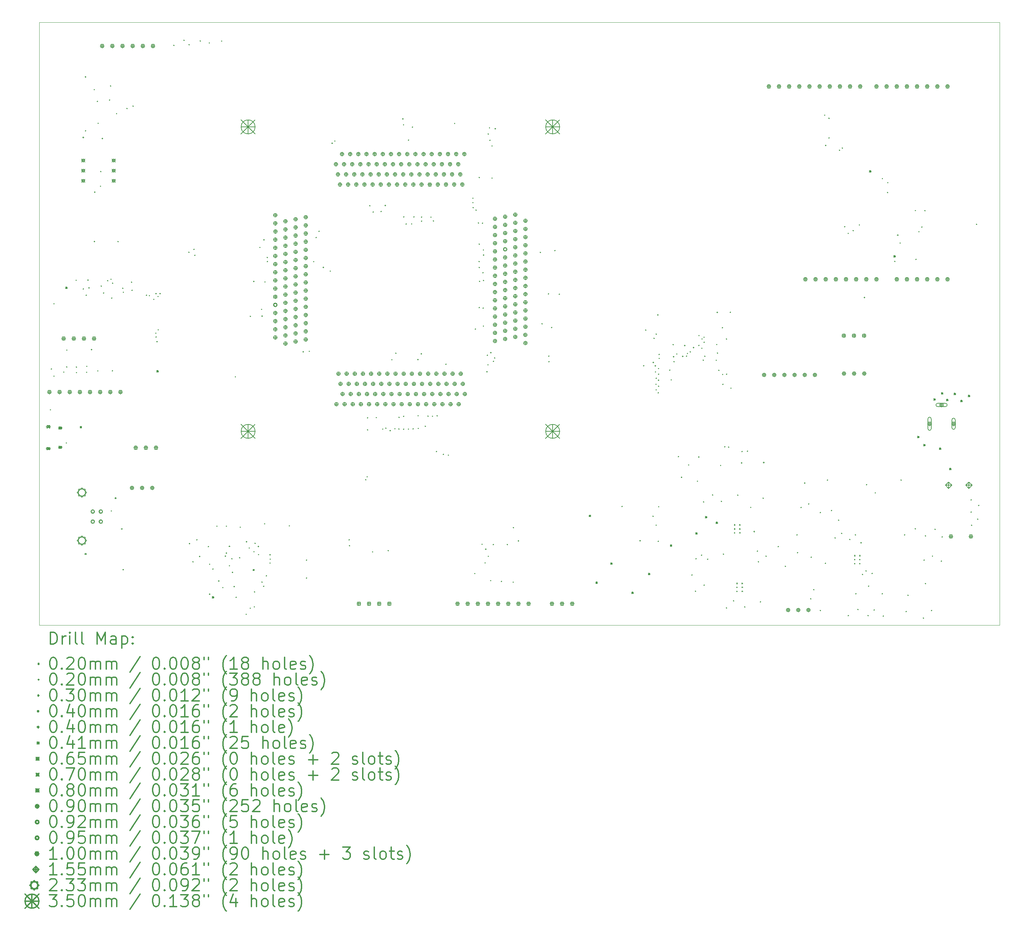
<source format=gbr>
%FSLAX45Y45*%
G04 Gerber Fmt 4.5, Leading zero omitted, Abs format (unit mm)*
G04 Created by KiCad (PCBNEW 5.1.6-c6e7f7d~87~ubuntu18.04.1) date 2020-08-14 22:17:11*
%MOMM*%
%LPD*%
G01*
G04 APERTURE LIST*
%TA.AperFunction,Profile*%
%ADD10C,0.100000*%
%TD*%
%ADD11C,0.200000*%
%ADD12C,0.300000*%
G04 APERTURE END LIST*
D10*
X4356100Y-16256000D02*
X4356100Y-1168400D01*
X28382468Y-16256254D02*
X4356100Y-16255746D01*
X28382468Y-1168400D02*
X28382468Y-16256000D01*
X4356100Y-1168400D02*
X28382468Y-1168400D01*
D11*
X21808900Y-15195820D02*
X21828900Y-15215820D01*
X21828900Y-15195820D02*
X21808900Y-15215820D01*
X21808900Y-15295820D02*
X21828900Y-15315820D01*
X21828900Y-15295820D02*
X21808900Y-15315820D01*
X21808900Y-15395820D02*
X21828900Y-15415820D01*
X21828900Y-15395820D02*
X21808900Y-15415820D01*
X21938900Y-15195820D02*
X21958900Y-15215820D01*
X21958900Y-15195820D02*
X21938900Y-15215820D01*
X21938900Y-15295820D02*
X21958900Y-15315820D01*
X21958900Y-15295820D02*
X21938900Y-15315820D01*
X21938900Y-15395820D02*
X21958900Y-15415820D01*
X21958900Y-15395820D02*
X21938900Y-15415820D01*
X24752380Y-14502620D02*
X24772380Y-14522620D01*
X24772380Y-14502620D02*
X24752380Y-14522620D01*
X24752380Y-14602620D02*
X24772380Y-14622620D01*
X24772380Y-14602620D02*
X24752380Y-14622620D01*
X24752380Y-14702620D02*
X24772380Y-14722620D01*
X24772380Y-14702620D02*
X24752380Y-14722620D01*
X24882380Y-14502620D02*
X24902380Y-14522620D01*
X24902380Y-14502620D02*
X24882380Y-14522620D01*
X24882380Y-14602620D02*
X24902380Y-14622620D01*
X24902380Y-14602620D02*
X24882380Y-14622620D01*
X24882380Y-14702620D02*
X24902380Y-14722620D01*
X24902380Y-14702620D02*
X24882380Y-14722620D01*
X21746920Y-13733080D02*
X21766920Y-13753080D01*
X21766920Y-13733080D02*
X21746920Y-13753080D01*
X21746920Y-13833080D02*
X21766920Y-13853080D01*
X21766920Y-13833080D02*
X21746920Y-13853080D01*
X21746920Y-13933080D02*
X21766920Y-13953080D01*
X21766920Y-13933080D02*
X21746920Y-13953080D01*
X21876920Y-13733080D02*
X21896920Y-13753080D01*
X21896920Y-13733080D02*
X21876920Y-13753080D01*
X21876920Y-13833080D02*
X21896920Y-13853080D01*
X21896920Y-13833080D02*
X21876920Y-13853080D01*
X21876920Y-13933080D02*
X21896920Y-13953080D01*
X21896920Y-13933080D02*
X21876920Y-13953080D01*
X4647160Y-10865000D02*
G75*
G03*
X4647160Y-10865000I-10160J0D01*
G01*
X4669640Y-9841080D02*
G75*
G03*
X4669640Y-9841080I-10160J0D01*
G01*
X4734560Y-8209280D02*
G75*
G03*
X4734560Y-8209280I-10160J0D01*
G01*
X4736040Y-10021360D02*
G75*
G03*
X4736040Y-10021360I-10160J0D01*
G01*
X4980120Y-9919820D02*
G75*
G03*
X4980120Y-9919820I-10160J0D01*
G01*
X5047160Y-11693000D02*
G75*
G03*
X5047160Y-11693000I-10160J0D01*
G01*
X5055840Y-9790400D02*
G75*
G03*
X5055840Y-9790400I-10160J0D01*
G01*
X5057140Y-9370060D02*
G75*
G03*
X5057140Y-9370060I-10160J0D01*
G01*
X5290820Y-7620000D02*
G75*
G03*
X5290820Y-7620000I-10160J0D01*
G01*
X5297620Y-9793420D02*
G75*
G03*
X5297620Y-9793420I-10160J0D01*
G01*
X5299920Y-9932760D02*
G75*
G03*
X5299920Y-9932760I-10160J0D01*
G01*
X5471160Y-7838440D02*
G75*
G03*
X5471160Y-7838440I-10160J0D01*
G01*
X5527040Y-3881120D02*
G75*
G03*
X5527040Y-3881120I-10160J0D01*
G01*
X5542280Y-7995920D02*
G75*
G03*
X5542280Y-7995920I-10160J0D01*
G01*
X5554160Y-9924900D02*
G75*
G03*
X5554160Y-9924900I-10160J0D01*
G01*
X5558760Y-9775160D02*
G75*
G03*
X5558760Y-9775160I-10160J0D01*
G01*
X5588460Y-7617000D02*
G75*
G03*
X5588460Y-7617000I-10160J0D01*
G01*
X5611900Y-7812000D02*
G75*
G03*
X5611900Y-7812000I-10160J0D01*
G01*
X5676900Y-9357360D02*
G75*
G03*
X5676900Y-9357360I-10160J0D01*
G01*
X5745480Y-2849880D02*
G75*
G03*
X5745480Y-2849880I-10160J0D01*
G01*
X5748020Y-6652260D02*
G75*
G03*
X5748020Y-6652260I-10160J0D01*
G01*
X5755880Y-5415040D02*
G75*
G03*
X5755880Y-5415040I-10160J0D01*
G01*
X5821680Y-3144520D02*
G75*
G03*
X5821680Y-3144520I-10160J0D01*
G01*
X5833560Y-9891880D02*
G75*
G03*
X5833560Y-9891880I-10160J0D01*
G01*
X5842000Y-3693160D02*
G75*
G03*
X5842000Y-3693160I-10160J0D01*
G01*
X5900420Y-5265420D02*
G75*
G03*
X5900420Y-5265420I-10160J0D01*
G01*
X5908040Y-4899660D02*
G75*
G03*
X5908040Y-4899660I-10160J0D01*
G01*
X5918200Y-7767320D02*
G75*
G03*
X5918200Y-7767320I-10160J0D01*
G01*
X5947020Y-4072500D02*
G75*
G03*
X5947020Y-4072500I-10160J0D01*
G01*
X5979160Y-7940040D02*
G75*
G03*
X5979160Y-7940040I-10160J0D01*
G01*
X6080760Y-7632700D02*
G75*
G03*
X6080760Y-7632700I-10160J0D01*
G01*
X6126480Y-3108960D02*
G75*
G03*
X6126480Y-3108960I-10160J0D01*
G01*
X6151880Y-2758440D02*
G75*
G03*
X6151880Y-2758440I-10160J0D01*
G01*
X6164160Y-7594600D02*
G75*
G03*
X6164160Y-7594600I-10160J0D01*
G01*
X6172200Y-13395960D02*
G75*
G03*
X6172200Y-13395960I-10160J0D01*
G01*
X6182360Y-8067040D02*
G75*
G03*
X6182360Y-8067040I-10160J0D01*
G01*
X6199320Y-9886800D02*
G75*
G03*
X6199320Y-9886800I-10160J0D01*
G01*
X6204481Y-7693679D02*
G75*
G03*
X6204481Y-7693679I-10160J0D01*
G01*
X6304280Y-3451860D02*
G75*
G03*
X6304280Y-3451860I-10160J0D01*
G01*
X6339042Y-6652260D02*
G75*
G03*
X6339042Y-6652260I-10160J0D01*
G01*
X6459160Y-7822000D02*
G75*
G03*
X6459160Y-7822000I-10160J0D01*
G01*
X6466840Y-14864080D02*
G75*
G03*
X6466840Y-14864080I-10160J0D01*
G01*
X6471920Y-7919720D02*
G75*
G03*
X6471920Y-7919720I-10160J0D01*
G01*
X6563360Y-3322320D02*
G75*
G03*
X6563360Y-3322320I-10160J0D01*
G01*
X6677660Y-7670801D02*
G75*
G03*
X6677660Y-7670801I-10160J0D01*
G01*
X6690360Y-7874000D02*
G75*
G03*
X6690360Y-7874000I-10160J0D01*
G01*
X6715760Y-3261360D02*
G75*
G03*
X6715760Y-3261360I-10160J0D01*
G01*
X7051040Y-7995920D02*
G75*
G03*
X7051040Y-7995920I-10160J0D01*
G01*
X7122160Y-8006080D02*
G75*
G03*
X7122160Y-8006080I-10160J0D01*
G01*
X7233920Y-8097520D02*
G75*
G03*
X7233920Y-8097520I-10160J0D01*
G01*
X7285279Y-8944272D02*
G75*
G03*
X7285279Y-8944272I-10160J0D01*
G01*
X7289800Y-7955280D02*
G75*
G03*
X7289800Y-7955280I-10160J0D01*
G01*
X7292160Y-9043000D02*
G75*
G03*
X7292160Y-9043000I-10160J0D01*
G01*
X7314160Y-9157000D02*
G75*
G03*
X7314160Y-9157000I-10160J0D01*
G01*
X7340600Y-8026400D02*
G75*
G03*
X7340600Y-8026400I-10160J0D01*
G01*
X7343668Y-8861883D02*
G75*
G03*
X7343668Y-8861883I-10160J0D01*
G01*
X7391400Y-7955280D02*
G75*
G03*
X7391400Y-7955280I-10160J0D01*
G01*
X7736600Y-1742200D02*
G75*
G03*
X7736600Y-1742200I-10160J0D01*
G01*
X7989980Y-1616440D02*
G75*
G03*
X7989980Y-1616440I-10160J0D01*
G01*
X8112760Y-6918960D02*
G75*
G03*
X8112760Y-6918960I-10160J0D01*
G01*
X8117840Y-1724660D02*
G75*
G03*
X8117840Y-1724660I-10160J0D01*
G01*
X8128000Y-14211300D02*
G75*
G03*
X8128000Y-14211300I-10160J0D01*
G01*
X8214360Y-14668500D02*
G75*
G03*
X8214360Y-14668500I-10160J0D01*
G01*
X8239760Y-6847840D02*
G75*
G03*
X8239760Y-6847840I-10160J0D01*
G01*
X8260080Y-6995160D02*
G75*
G03*
X8260080Y-6995160I-10160J0D01*
G01*
X8312160Y-14119000D02*
G75*
G03*
X8312160Y-14119000I-10160J0D01*
G01*
X8381160Y-14533000D02*
G75*
G03*
X8381160Y-14533000I-10160J0D01*
G01*
X8396380Y-1634220D02*
G75*
G03*
X8396380Y-1634220I-10160J0D01*
G01*
X8600440Y-14287500D02*
G75*
G03*
X8600440Y-14287500I-10160J0D01*
G01*
X8623300Y-1681480D02*
G75*
G03*
X8623300Y-1681480I-10160J0D01*
G01*
X8629480Y-14728360D02*
G75*
G03*
X8629480Y-14728360I-10160J0D01*
G01*
X8630920Y-15478760D02*
G75*
G03*
X8630920Y-15478760I-10160J0D01*
G01*
X8713260Y-14850320D02*
G75*
G03*
X8713260Y-14850320I-10160J0D01*
G01*
X8813800Y-13774420D02*
G75*
G03*
X8813800Y-13774420I-10160J0D01*
G01*
X8859520Y-15148560D02*
G75*
G03*
X8859520Y-15148560I-10160J0D01*
G01*
X8930900Y-1636480D02*
G75*
G03*
X8930900Y-1636480I-10160J0D01*
G01*
X8961120Y-15313660D02*
G75*
G03*
X8961120Y-15313660I-10160J0D01*
G01*
X9024620Y-14526260D02*
G75*
G03*
X9024620Y-14526260I-10160J0D01*
G01*
X9050020Y-13774420D02*
G75*
G03*
X9050020Y-13774420I-10160J0D01*
G01*
X9050020Y-14450060D02*
G75*
G03*
X9050020Y-14450060I-10160J0D01*
G01*
X9126220Y-14767560D02*
G75*
G03*
X9126220Y-14767560I-10160J0D01*
G01*
X9187560Y-14591920D02*
G75*
G03*
X9187560Y-14591920I-10160J0D01*
G01*
X9202420Y-14932660D02*
G75*
G03*
X9202420Y-14932660I-10160J0D01*
G01*
X9245600Y-15288260D02*
G75*
G03*
X9245600Y-15288260I-10160J0D01*
G01*
X9276080Y-10038080D02*
G75*
G03*
X9276080Y-10038080I-10160J0D01*
G01*
X9293160Y-15556000D02*
G75*
G03*
X9293160Y-15556000I-10160J0D01*
G01*
X9382760Y-14564360D02*
G75*
G03*
X9382760Y-14564360I-10160J0D01*
G01*
X9398000Y-13799820D02*
G75*
G03*
X9398000Y-13799820I-10160J0D01*
G01*
X9545320Y-15981680D02*
G75*
G03*
X9545320Y-15981680I-10160J0D01*
G01*
X9554210Y-14166850D02*
G75*
G03*
X9554210Y-14166850I-10160J0D01*
G01*
X9621520Y-14323060D02*
G75*
G03*
X9621520Y-14323060I-10160J0D01*
G01*
X9646920Y-15829279D02*
G75*
G03*
X9646920Y-15829279I-10160J0D01*
G01*
X9650160Y-8524000D02*
G75*
G03*
X9650160Y-8524000I-10160J0D01*
G01*
X9737160Y-7651000D02*
G75*
G03*
X9737160Y-7651000I-10160J0D01*
G01*
X9740420Y-14413332D02*
G75*
G03*
X9740420Y-14413332I-10160J0D01*
G01*
X9748520Y-15796260D02*
G75*
G03*
X9748520Y-15796260I-10160J0D01*
G01*
X9754870Y-15421610D02*
G75*
G03*
X9754870Y-15421610I-10160J0D01*
G01*
X9768840Y-14206220D02*
G75*
G03*
X9768840Y-14206220I-10160J0D01*
G01*
X9850120Y-14284960D02*
G75*
G03*
X9850120Y-14284960I-10160J0D01*
G01*
X9855160Y-14489000D02*
G75*
G03*
X9855160Y-14489000I-10160J0D01*
G01*
X9890160Y-6800000D02*
G75*
G03*
X9890160Y-6800000I-10160J0D01*
G01*
X9932207Y-8348344D02*
G75*
G03*
X9932207Y-8348344I-10160J0D01*
G01*
X9941560Y-15173960D02*
G75*
G03*
X9941560Y-15173960I-10160J0D01*
G01*
X9943160Y-8519000D02*
G75*
G03*
X9943160Y-8519000I-10160J0D01*
G01*
X9982200Y-15280640D02*
G75*
G03*
X9982200Y-15280640I-10160J0D01*
G01*
X9990160Y-6608000D02*
G75*
G03*
X9990160Y-6608000I-10160J0D01*
G01*
X10007600Y-13718540D02*
G75*
G03*
X10007600Y-13718540I-10160J0D01*
G01*
X10014160Y-7663000D02*
G75*
G03*
X10014160Y-7663000I-10160J0D01*
G01*
X10053320Y-15019020D02*
G75*
G03*
X10053320Y-15019020I-10160J0D01*
G01*
X10072160Y-7052700D02*
G75*
G03*
X10072160Y-7052700I-10160J0D01*
G01*
X10078160Y-7154302D02*
G75*
G03*
X10078160Y-7154302I-10160J0D01*
G01*
X10142220Y-14490460D02*
G75*
G03*
X10142220Y-14490460I-10160J0D01*
G01*
X10144760Y-14698980D02*
G75*
G03*
X10144760Y-14698980I-10160J0D01*
G01*
X10148160Y-14601000D02*
G75*
G03*
X10148160Y-14601000I-10160J0D01*
G01*
X10624820Y-13769340D02*
G75*
G03*
X10624820Y-13769340I-10160J0D01*
G01*
X10972160Y-9413000D02*
G75*
G03*
X10972160Y-9413000I-10160J0D01*
G01*
X11054080Y-14625320D02*
G75*
G03*
X11054080Y-14625320I-10160J0D01*
G01*
X11054080Y-15072360D02*
G75*
G03*
X11054080Y-15072360I-10160J0D01*
G01*
X11125160Y-9399000D02*
G75*
G03*
X11125160Y-9399000I-10160J0D01*
G01*
X11236160Y-7156000D02*
G75*
G03*
X11236160Y-7156000I-10160J0D01*
G01*
X11295160Y-6552000D02*
G75*
G03*
X11295160Y-6552000I-10160J0D01*
G01*
X11368160Y-6395000D02*
G75*
G03*
X11368160Y-6395000I-10160J0D01*
G01*
X11475720Y-7299960D02*
G75*
G03*
X11475720Y-7299960I-10160J0D01*
G01*
X11651160Y-7392000D02*
G75*
G03*
X11651160Y-7392000I-10160J0D01*
G01*
X11696160Y-4191000D02*
G75*
G03*
X11696160Y-4191000I-10160J0D01*
G01*
X11763932Y-4135772D02*
G75*
G03*
X11763932Y-4135772I-10160J0D01*
G01*
X12121180Y-14117620D02*
G75*
G03*
X12121180Y-14117620I-10160J0D01*
G01*
X12131040Y-14264640D02*
G75*
G03*
X12131040Y-14264640I-10160J0D01*
G01*
X12535160Y-12615000D02*
G75*
G03*
X12535160Y-12615000I-10160J0D01*
G01*
X12572160Y-12540000D02*
G75*
G03*
X12572160Y-12540000I-10160J0D01*
G01*
X12583160Y-11367000D02*
G75*
G03*
X12583160Y-11367000I-10160J0D01*
G01*
X12584160Y-11066000D02*
G75*
G03*
X12584160Y-11066000I-10160J0D01*
G01*
X12639040Y-5755640D02*
G75*
G03*
X12639040Y-5755640I-10160J0D01*
G01*
X12710160Y-14420000D02*
G75*
G03*
X12710160Y-14420000I-10160J0D01*
G01*
X12722160Y-5911280D02*
G75*
G03*
X12722160Y-5911280I-10160J0D01*
G01*
X12801160Y-11058000D02*
G75*
G03*
X12801160Y-11058000I-10160J0D01*
G01*
X12920160Y-5899600D02*
G75*
G03*
X12920160Y-5899600I-10160J0D01*
G01*
X12961160Y-11348000D02*
G75*
G03*
X12961160Y-11348000I-10160J0D01*
G01*
X13025120Y-5750560D02*
G75*
G03*
X13025120Y-5750560I-10160J0D01*
G01*
X13039160Y-11324000D02*
G75*
G03*
X13039160Y-11324000I-10160J0D01*
G01*
X13100160Y-14389000D02*
G75*
G03*
X13100160Y-14389000I-10160J0D01*
G01*
X13148160Y-11384000D02*
G75*
G03*
X13148160Y-11384000I-10160J0D01*
G01*
X13191160Y-9610000D02*
G75*
G03*
X13191160Y-9610000I-10160J0D01*
G01*
X13267582Y-11338578D02*
G75*
G03*
X13267582Y-11338578I-10160J0D01*
G01*
X13289280Y-9448800D02*
G75*
G03*
X13289280Y-9448800I-10160J0D01*
G01*
X13367160Y-11345000D02*
G75*
G03*
X13367160Y-11345000I-10160J0D01*
G01*
X13372160Y-11052000D02*
G75*
G03*
X13372160Y-11052000I-10160J0D01*
G01*
X13466160Y-3582000D02*
G75*
G03*
X13466160Y-3582000I-10160J0D01*
G01*
X13482320Y-3728720D02*
G75*
G03*
X13482320Y-3728720I-10160J0D01*
G01*
X13484160Y-11348000D02*
G75*
G03*
X13484160Y-11348000I-10160J0D01*
G01*
X13486160Y-11027000D02*
G75*
G03*
X13486160Y-11027000I-10160J0D01*
G01*
X13487400Y-6035040D02*
G75*
G03*
X13487400Y-6035040I-10160J0D01*
G01*
X13548360Y-6212840D02*
G75*
G03*
X13548360Y-6212840I-10160J0D01*
G01*
X13605160Y-11347000D02*
G75*
G03*
X13605160Y-11347000I-10160J0D01*
G01*
X13607160Y-4113000D02*
G75*
G03*
X13607160Y-4113000I-10160J0D01*
G01*
X13685520Y-6212840D02*
G75*
G03*
X13685520Y-6212840I-10160J0D01*
G01*
X13705160Y-3787000D02*
G75*
G03*
X13705160Y-3787000I-10160J0D01*
G01*
X13722160Y-11339000D02*
G75*
G03*
X13722160Y-11339000I-10160J0D01*
G01*
X13741400Y-6035040D02*
G75*
G03*
X13741400Y-6035040I-10160J0D01*
G01*
X13843000Y-9606280D02*
G75*
G03*
X13843000Y-9606280I-10160J0D01*
G01*
X13846160Y-11011000D02*
G75*
G03*
X13846160Y-11011000I-10160J0D01*
G01*
X13850160Y-11328398D02*
G75*
G03*
X13850160Y-11328398I-10160J0D01*
G01*
X13928160Y-9463000D02*
G75*
G03*
X13928160Y-9463000I-10160J0D01*
G01*
X13934440Y-6040120D02*
G75*
G03*
X13934440Y-6040120I-10160J0D01*
G01*
X13934440Y-6141720D02*
G75*
G03*
X13934440Y-6141720I-10160J0D01*
G01*
X14025880Y-11277597D02*
G75*
G03*
X14025880Y-11277597I-10160J0D01*
G01*
X14094160Y-11023000D02*
G75*
G03*
X14094160Y-11023000I-10160J0D01*
G01*
X14168120Y-6040120D02*
G75*
G03*
X14168120Y-6040120I-10160J0D01*
G01*
X14206160Y-11023000D02*
G75*
G03*
X14206160Y-11023000I-10160J0D01*
G01*
X14230160Y-6137000D02*
G75*
G03*
X14230160Y-6137000I-10160J0D01*
G01*
X14305280Y-11907520D02*
G75*
G03*
X14305280Y-11907520I-10160J0D01*
G01*
X14323160Y-11013000D02*
G75*
G03*
X14323160Y-11013000I-10160J0D01*
G01*
X14478000Y-11978640D02*
G75*
G03*
X14478000Y-11978640I-10160J0D01*
G01*
X14544040Y-9723120D02*
G75*
G03*
X14544040Y-9723120I-10160J0D01*
G01*
X14605000Y-11998960D02*
G75*
G03*
X14605000Y-11998960I-10160J0D01*
G01*
X14759160Y-3697000D02*
G75*
G03*
X14759160Y-3697000I-10160J0D01*
G01*
X15217160Y-5677000D02*
G75*
G03*
X15217160Y-5677000I-10160J0D01*
G01*
X15218160Y-5566000D02*
G75*
G03*
X15218160Y-5566000I-10160J0D01*
G01*
X15223160Y-5803000D02*
G75*
G03*
X15223160Y-5803000I-10160J0D01*
G01*
X15265400Y-14960600D02*
G75*
G03*
X15265400Y-14960600I-10160J0D01*
G01*
X15280960Y-8843280D02*
G75*
G03*
X15280960Y-8843280I-10160J0D01*
G01*
X15297160Y-5867000D02*
G75*
G03*
X15297160Y-5867000I-10160J0D01*
G01*
X15356620Y-6187440D02*
G75*
G03*
X15356620Y-6187440I-10160J0D01*
G01*
X15372080Y-7152640D02*
G75*
G03*
X15372080Y-7152640I-10160J0D01*
G01*
X15377160Y-5050000D02*
G75*
G03*
X15377160Y-5050000I-10160J0D01*
G01*
X15377160Y-6715760D02*
G75*
G03*
X15377160Y-6715760I-10160J0D01*
G01*
X15377160Y-7299960D02*
G75*
G03*
X15377160Y-7299960I-10160J0D01*
G01*
X15377500Y-8305460D02*
G75*
G03*
X15377500Y-8305460I-10160J0D01*
G01*
X15384500Y-7648220D02*
G75*
G03*
X15384500Y-7648220I-10160J0D01*
G01*
X15448280Y-14229080D02*
G75*
G03*
X15448280Y-14229080I-10160J0D01*
G01*
X15458440Y-6192520D02*
G75*
G03*
X15458440Y-6192520I-10160J0D01*
G01*
X15468600Y-7432040D02*
G75*
G03*
X15468600Y-7432040I-10160J0D01*
G01*
X15473680Y-8315960D02*
G75*
G03*
X15473680Y-8315960I-10160J0D01*
G01*
X15478760Y-6863080D02*
G75*
G03*
X15478760Y-6863080I-10160J0D01*
G01*
X15478760Y-8768080D02*
G75*
G03*
X15478760Y-8768080I-10160J0D01*
G01*
X15481500Y-7627820D02*
G75*
G03*
X15481500Y-7627820I-10160J0D01*
G01*
X15483840Y-6990080D02*
G75*
G03*
X15483840Y-6990080I-10160J0D01*
G01*
X15525160Y-14695000D02*
G75*
G03*
X15525160Y-14695000I-10160J0D01*
G01*
X15539720Y-14351000D02*
G75*
G03*
X15539720Y-14351000I-10160J0D01*
G01*
X15570200Y-9911080D02*
G75*
G03*
X15570200Y-9911080I-10160J0D01*
G01*
X15580360Y-9499600D02*
G75*
G03*
X15580360Y-9499600I-10160J0D01*
G01*
X15595600Y-9738360D02*
G75*
G03*
X15595600Y-9738360I-10160J0D01*
G01*
X15602160Y-3961000D02*
G75*
G03*
X15602160Y-3961000I-10160J0D01*
G01*
X15603220Y-14528800D02*
G75*
G03*
X15603220Y-14528800I-10160J0D01*
G01*
X15633757Y-3806199D02*
G75*
G03*
X15633757Y-3806199I-10160J0D01*
G01*
X15645160Y-4119000D02*
G75*
G03*
X15645160Y-4119000I-10160J0D01*
G01*
X15661640Y-15138400D02*
G75*
G03*
X15661640Y-15138400I-10160J0D01*
G01*
X15666720Y-9433560D02*
G75*
G03*
X15666720Y-9433560I-10160J0D01*
G01*
X15695160Y-4259737D02*
G75*
G03*
X15695160Y-4259737I-10160J0D01*
G01*
X15697160Y-5066000D02*
G75*
G03*
X15697160Y-5066000I-10160J0D01*
G01*
X15727680Y-14234160D02*
G75*
G03*
X15727680Y-14234160I-10160J0D01*
G01*
X15732760Y-9652000D02*
G75*
G03*
X15732760Y-9652000I-10160J0D01*
G01*
X15763240Y-9565640D02*
G75*
G03*
X15763240Y-9565640I-10160J0D01*
G01*
X15775940Y-3827780D02*
G75*
G03*
X15775940Y-3827780I-10160J0D01*
G01*
X15930880Y-15158720D02*
G75*
G03*
X15930880Y-15158720I-10160J0D01*
G01*
X16080740Y-14234160D02*
G75*
G03*
X16080740Y-14234160I-10160J0D01*
G01*
X16225520Y-15179040D02*
G75*
G03*
X16225520Y-15179040I-10160J0D01*
G01*
X16230600Y-13812520D02*
G75*
G03*
X16230600Y-13812520I-10160J0D01*
G01*
X16358160Y-14145000D02*
G75*
G03*
X16358160Y-14145000I-10160J0D01*
G01*
X16906160Y-6924000D02*
G75*
G03*
X16906160Y-6924000I-10160J0D01*
G01*
X16947160Y-8710000D02*
G75*
G03*
X16947160Y-8710000I-10160J0D01*
G01*
X17109160Y-7962000D02*
G75*
G03*
X17109160Y-7962000I-10160J0D01*
G01*
X17115780Y-9519060D02*
G75*
G03*
X17115780Y-9519060I-10160J0D01*
G01*
X17119780Y-9659060D02*
G75*
G03*
X17119780Y-9659060I-10160J0D01*
G01*
X17188160Y-8804000D02*
G75*
G03*
X17188160Y-8804000I-10160J0D01*
G01*
X17268160Y-6878000D02*
G75*
G03*
X17268160Y-6878000I-10160J0D01*
G01*
X17380160Y-7971000D02*
G75*
G03*
X17380160Y-7971000I-10160J0D01*
G01*
X18949160Y-13282000D02*
G75*
G03*
X18949160Y-13282000I-10160J0D01*
G01*
X19400160Y-14140000D02*
G75*
G03*
X19400160Y-14140000I-10160J0D01*
G01*
X19492160Y-9760000D02*
G75*
G03*
X19492160Y-9760000I-10160J0D01*
G01*
X19541160Y-8868000D02*
G75*
G03*
X19541160Y-8868000I-10160J0D01*
G01*
X19725640Y-13528040D02*
G75*
G03*
X19725640Y-13528040I-10160J0D01*
G01*
X19730720Y-9677400D02*
G75*
G03*
X19730720Y-9677400I-10160J0D01*
G01*
X19748500Y-9075420D02*
G75*
G03*
X19748500Y-9075420I-10160J0D01*
G01*
X19782160Y-9763000D02*
G75*
G03*
X19782160Y-9763000I-10160J0D01*
G01*
X19786600Y-9916160D02*
G75*
G03*
X19786600Y-9916160I-10160J0D01*
G01*
X19799329Y-10223401D02*
G75*
G03*
X19799329Y-10223401I-10160J0D01*
G01*
X19801840Y-10363200D02*
G75*
G03*
X19801840Y-10363200I-10160J0D01*
G01*
X19801840Y-13751560D02*
G75*
G03*
X19801840Y-13751560I-10160J0D01*
G01*
X19805160Y-8969000D02*
G75*
G03*
X19805160Y-8969000I-10160J0D01*
G01*
X19805713Y-10073401D02*
G75*
G03*
X19805713Y-10073401I-10160J0D01*
G01*
X19845160Y-8488000D02*
G75*
G03*
X19845160Y-8488000I-10160J0D01*
G01*
X19855160Y-14156000D02*
G75*
G03*
X19855160Y-14156000I-10160J0D01*
G01*
X19856160Y-10437000D02*
G75*
G03*
X19856160Y-10437000I-10160J0D01*
G01*
X19862424Y-10121799D02*
G75*
G03*
X19862424Y-10121799I-10160J0D01*
G01*
X19862591Y-10273442D02*
G75*
G03*
X19862591Y-10273442I-10160J0D01*
G01*
X19862795Y-9971799D02*
G75*
G03*
X19862795Y-9971799I-10160J0D01*
G01*
X19862800Y-9829800D02*
G75*
G03*
X19862800Y-9829800I-10160J0D01*
G01*
X19867880Y-13289280D02*
G75*
G03*
X19867880Y-13289280I-10160J0D01*
G01*
X19878040Y-9476740D02*
G75*
G03*
X19878040Y-9476740I-10160J0D01*
G01*
X19880580Y-9575800D02*
G75*
G03*
X19880580Y-9575800I-10160J0D01*
G01*
X20145160Y-9871000D02*
G75*
G03*
X20145160Y-9871000I-10160J0D01*
G01*
X20178160Y-10115000D02*
G75*
G03*
X20178160Y-10115000I-10160J0D01*
G01*
X20228560Y-9232900D02*
G75*
G03*
X20228560Y-9232900I-10160J0D01*
G01*
X20238720Y-9535160D02*
G75*
G03*
X20238720Y-9535160I-10160J0D01*
G01*
X20248880Y-9659620D02*
G75*
G03*
X20248880Y-9659620I-10160J0D01*
G01*
X20318730Y-9465310D02*
G75*
G03*
X20318730Y-9465310I-10160J0D01*
G01*
X20360640Y-12034520D02*
G75*
G03*
X20360640Y-12034520I-10160J0D01*
G01*
X20436840Y-12552680D02*
G75*
G03*
X20436840Y-12552680I-10160J0D01*
G01*
X20467320Y-9525000D02*
G75*
G03*
X20467320Y-9525000I-10160J0D01*
G01*
X20518120Y-9255760D02*
G75*
G03*
X20518120Y-9255760I-10160J0D01*
G01*
X20563840Y-9519920D02*
G75*
G03*
X20563840Y-9519920I-10160J0D01*
G01*
X20584160Y-9453880D02*
G75*
G03*
X20584160Y-9453880I-10160J0D01*
G01*
X20616160Y-12244000D02*
G75*
G03*
X20616160Y-12244000I-10160J0D01*
G01*
X20656252Y-9414158D02*
G75*
G03*
X20656252Y-9414158I-10160J0D01*
G01*
X20698460Y-14998700D02*
G75*
G03*
X20698460Y-14998700I-10160J0D01*
G01*
X20737330Y-9305908D02*
G75*
G03*
X20737330Y-9305908I-10160J0D01*
G01*
X20787360Y-15405100D02*
G75*
G03*
X20787360Y-15405100I-10160J0D01*
G01*
X20800060Y-14592300D02*
G75*
G03*
X20800060Y-14592300I-10160J0D01*
G01*
X20835620Y-12651740D02*
G75*
G03*
X20835620Y-12651740I-10160J0D01*
G01*
X20871180Y-12044680D02*
G75*
G03*
X20871180Y-12044680I-10160J0D01*
G01*
X20872160Y-9252382D02*
G75*
G03*
X20872160Y-9252382I-10160J0D01*
G01*
X20875101Y-9005459D02*
G75*
G03*
X20875101Y-9005459I-10160J0D01*
G01*
X20939760Y-14503400D02*
G75*
G03*
X20939760Y-14503400I-10160J0D01*
G01*
X20947380Y-9321799D02*
G75*
G03*
X20947380Y-9321799I-10160J0D01*
G01*
X20950282Y-9087758D02*
G75*
G03*
X20950282Y-9087758I-10160J0D01*
G01*
X20980761Y-9621799D02*
G75*
G03*
X20980761Y-9621799I-10160J0D01*
G01*
X20990560Y-13169900D02*
G75*
G03*
X20990560Y-13169900I-10160J0D01*
G01*
X21000720Y-9047480D02*
G75*
G03*
X21000720Y-9047480I-10160J0D01*
G01*
X21003260Y-9171940D02*
G75*
G03*
X21003260Y-9171940I-10160J0D01*
G01*
X21003260Y-15252700D02*
G75*
G03*
X21003260Y-15252700I-10160J0D01*
G01*
X21020603Y-9522668D02*
G75*
G03*
X21020603Y-9522668I-10160J0D01*
G01*
X21092160Y-14605000D02*
G75*
G03*
X21092160Y-14605000I-10160J0D01*
G01*
X21214080Y-12994640D02*
G75*
G03*
X21214080Y-12994640I-10160J0D01*
G01*
X21305520Y-9621520D02*
G75*
G03*
X21305520Y-9621520I-10160J0D01*
G01*
X21318220Y-9227820D02*
G75*
G03*
X21318220Y-9227820I-10160J0D01*
G01*
X21332160Y-8425000D02*
G75*
G03*
X21332160Y-8425000I-10160J0D01*
G01*
X21336000Y-9443719D02*
G75*
G03*
X21336000Y-9443719I-10160J0D01*
G01*
X21372160Y-9874000D02*
G75*
G03*
X21372160Y-9874000I-10160J0D01*
G01*
X21416160Y-12257000D02*
G75*
G03*
X21416160Y-12257000I-10160J0D01*
G01*
X21435060Y-13157200D02*
G75*
G03*
X21435060Y-13157200I-10160J0D01*
G01*
X21460160Y-8808000D02*
G75*
G03*
X21460160Y-8808000I-10160J0D01*
G01*
X21465540Y-9979660D02*
G75*
G03*
X21465540Y-9979660I-10160J0D01*
G01*
X21474160Y-10228000D02*
G75*
G03*
X21474160Y-10228000I-10160J0D01*
G01*
X21485860Y-14478000D02*
G75*
G03*
X21485860Y-14478000I-10160J0D01*
G01*
X21520940Y-11788620D02*
G75*
G03*
X21520940Y-11788620I-10160J0D01*
G01*
X21562060Y-9093200D02*
G75*
G03*
X21562060Y-9093200I-10160J0D01*
G01*
X21562060Y-15824200D02*
G75*
G03*
X21562060Y-15824200I-10160J0D01*
G01*
X21567140Y-9972040D02*
G75*
G03*
X21567140Y-9972040I-10160J0D01*
G01*
X21617940Y-11795760D02*
G75*
G03*
X21617940Y-11795760I-10160J0D01*
G01*
X21659160Y-8424000D02*
G75*
G03*
X21659160Y-8424000I-10160J0D01*
G01*
X21673160Y-10322000D02*
G75*
G03*
X21673160Y-10322000I-10160J0D01*
G01*
X21739860Y-15646400D02*
G75*
G03*
X21739860Y-15646400I-10160J0D01*
G01*
X21844000Y-12999720D02*
G75*
G03*
X21844000Y-12999720I-10160J0D01*
G01*
X21940360Y-12193100D02*
G75*
G03*
X21940360Y-12193100I-10160J0D01*
G01*
X21950680Y-11907519D02*
G75*
G03*
X21950680Y-11907519I-10160J0D01*
G01*
X22019260Y-15798800D02*
G75*
G03*
X22019260Y-15798800I-10160J0D01*
G01*
X22087840Y-11899900D02*
G75*
G03*
X22087840Y-11899900I-10160J0D01*
G01*
X22169120Y-13304520D02*
G75*
G03*
X22169120Y-13304520I-10160J0D01*
G01*
X22336760Y-14401800D02*
G75*
G03*
X22336760Y-14401800I-10160J0D01*
G01*
X22362160Y-14668500D02*
G75*
G03*
X22362160Y-14668500I-10160J0D01*
G01*
X22412960Y-15671800D02*
G75*
G03*
X22412960Y-15671800I-10160J0D01*
G01*
X22479000Y-13075920D02*
G75*
G03*
X22479000Y-13075920I-10160J0D01*
G01*
X22552660Y-14528800D02*
G75*
G03*
X22552660Y-14528800I-10160J0D01*
G01*
X22857460Y-14287500D02*
G75*
G03*
X22857460Y-14287500I-10160J0D01*
G01*
X23035260Y-14782800D02*
G75*
G03*
X23035260Y-14782800I-10160J0D01*
G01*
X23327360Y-13995400D02*
G75*
G03*
X23327360Y-13995400I-10160J0D01*
G01*
X23340060Y-14439900D02*
G75*
G03*
X23340060Y-14439900I-10160J0D01*
G01*
X23428960Y-13309600D02*
G75*
G03*
X23428960Y-13309600I-10160J0D01*
G01*
X23520400Y-12697460D02*
G75*
G03*
X23520400Y-12697460I-10160J0D01*
G01*
X23619460Y-13220700D02*
G75*
G03*
X23619460Y-13220700I-10160J0D01*
G01*
X23670260Y-15595600D02*
G75*
G03*
X23670260Y-15595600I-10160J0D01*
G01*
X23682960Y-14554200D02*
G75*
G03*
X23682960Y-14554200I-10160J0D01*
G01*
X23746460Y-15367000D02*
G75*
G03*
X23746460Y-15367000I-10160J0D01*
G01*
X23911560Y-13436600D02*
G75*
G03*
X23911560Y-13436600I-10160J0D01*
G01*
X23911560Y-15887700D02*
G75*
G03*
X23911560Y-15887700I-10160J0D01*
G01*
X24018020Y-3490080D02*
G75*
G03*
X24018020Y-3490080I-10160J0D01*
G01*
X24038560Y-14706600D02*
G75*
G03*
X24038560Y-14706600I-10160J0D01*
G01*
X24045960Y-4247000D02*
G75*
G03*
X24045960Y-4247000I-10160J0D01*
G01*
X24089360Y-12623800D02*
G75*
G03*
X24089360Y-12623800I-10160J0D01*
G01*
X24127240Y-4059040D02*
G75*
G03*
X24127240Y-4059040I-10160J0D01*
G01*
X24190960Y-13385800D02*
G75*
G03*
X24190960Y-13385800I-10160J0D01*
G01*
X24279860Y-14071600D02*
G75*
G03*
X24279860Y-14071600I-10160J0D01*
G01*
X24368760Y-13627100D02*
G75*
G03*
X24368760Y-13627100I-10160J0D01*
G01*
X24390160Y-4369000D02*
G75*
G03*
X24390160Y-4369000I-10160J0D01*
G01*
X24444960Y-13957300D02*
G75*
G03*
X24444960Y-13957300I-10160J0D01*
G01*
X24463160Y-4312000D02*
G75*
G03*
X24463160Y-4312000I-10160J0D01*
G01*
X24520160Y-6281000D02*
G75*
G03*
X24520160Y-6281000I-10160J0D01*
G01*
X24608160Y-6448000D02*
G75*
G03*
X24608160Y-6448000I-10160J0D01*
G01*
X24610060Y-16014700D02*
G75*
G03*
X24610060Y-16014700I-10160J0D01*
G01*
X24648160Y-14109700D02*
G75*
G03*
X24648160Y-14109700I-10160J0D01*
G01*
X24732160Y-6379000D02*
G75*
G03*
X24732160Y-6379000I-10160J0D01*
G01*
X24787860Y-13995400D02*
G75*
G03*
X24787860Y-13995400I-10160J0D01*
G01*
X24800560Y-15468600D02*
G75*
G03*
X24800560Y-15468600I-10160J0D01*
G01*
X24851360Y-15862300D02*
G75*
G03*
X24851360Y-15862300I-10160J0D01*
G01*
X24886920Y-6238240D02*
G75*
G03*
X24886920Y-6238240I-10160J0D01*
G01*
X24930100Y-14190980D02*
G75*
G03*
X24930100Y-14190980I-10160J0D01*
G01*
X24965660Y-14986000D02*
G75*
G03*
X24965660Y-14986000I-10160J0D01*
G01*
X25013920Y-8051800D02*
G75*
G03*
X25013920Y-8051800I-10160J0D01*
G01*
X25054560Y-14897100D02*
G75*
G03*
X25054560Y-14897100I-10160J0D01*
G01*
X25067260Y-12738100D02*
G75*
G03*
X25067260Y-12738100I-10160J0D01*
G01*
X25105360Y-16014700D02*
G75*
G03*
X25105360Y-16014700I-10160J0D01*
G01*
X25118060Y-15278100D02*
G75*
G03*
X25118060Y-15278100I-10160J0D01*
G01*
X25206960Y-14960600D02*
G75*
G03*
X25206960Y-14960600I-10160J0D01*
G01*
X25257760Y-15875000D02*
G75*
G03*
X25257760Y-15875000I-10160J0D01*
G01*
X25285700Y-12941300D02*
G75*
G03*
X25285700Y-12941300I-10160J0D01*
G01*
X25460960Y-15468600D02*
G75*
G03*
X25460960Y-15468600I-10160J0D01*
G01*
X25463280Y-5075040D02*
G75*
G03*
X25463280Y-5075040I-10160J0D01*
G01*
X25486360Y-16027400D02*
G75*
G03*
X25486360Y-16027400I-10160J0D01*
G01*
X25592820Y-5425560D02*
G75*
G03*
X25592820Y-5425560I-10160J0D01*
G01*
X25597900Y-5176640D02*
G75*
G03*
X25597900Y-5176640I-10160J0D01*
G01*
X25773380Y-7150100D02*
G75*
G03*
X25773380Y-7150100I-10160J0D01*
G01*
X25907300Y-6690000D02*
G75*
G03*
X25907300Y-6690000I-10160J0D01*
G01*
X25930860Y-12623800D02*
G75*
G03*
X25930860Y-12623800I-10160J0D01*
G01*
X26019760Y-13995400D02*
G75*
G03*
X26019760Y-13995400I-10160J0D01*
G01*
X26057860Y-15913100D02*
G75*
G03*
X26057860Y-15913100I-10160J0D01*
G01*
X26103580Y-15506700D02*
G75*
G03*
X26103580Y-15506700I-10160J0D01*
G01*
X26286460Y-13843000D02*
G75*
G03*
X26286460Y-13843000I-10160J0D01*
G01*
X26288780Y-5877680D02*
G75*
G03*
X26288780Y-5877680I-10160J0D01*
G01*
X26304020Y-7099420D02*
G75*
G03*
X26304020Y-7099420I-10160J0D01*
G01*
X26375360Y-6405880D02*
G75*
G03*
X26375360Y-6405880I-10160J0D01*
G01*
X26451560Y-6289040D02*
G75*
G03*
X26451560Y-6289040I-10160J0D01*
G01*
X26489660Y-16078200D02*
G75*
G03*
X26489660Y-16078200I-10160J0D01*
G01*
X26507440Y-14625320D02*
G75*
G03*
X26507440Y-14625320I-10160J0D01*
G01*
X26527540Y-5879400D02*
G75*
G03*
X26527540Y-5879400I-10160J0D01*
G01*
X26540460Y-14020800D02*
G75*
G03*
X26540460Y-14020800I-10160J0D01*
G01*
X26540460Y-15214600D02*
G75*
G03*
X26540460Y-15214600I-10160J0D01*
G01*
X26692860Y-15887700D02*
G75*
G03*
X26692860Y-15887700I-10160J0D01*
G01*
X26715720Y-14523720D02*
G75*
G03*
X26715720Y-14523720I-10160J0D01*
G01*
X26781760Y-13855700D02*
G75*
G03*
X26781760Y-13855700I-10160J0D01*
G01*
X26939240Y-14650720D02*
G75*
G03*
X26939240Y-14650720I-10160J0D01*
G01*
X26959560Y-14046200D02*
G75*
G03*
X26959560Y-14046200I-10160J0D01*
G01*
X27683460Y-13119100D02*
G75*
G03*
X27683460Y-13119100I-10160J0D01*
G01*
X27683460Y-13423900D02*
G75*
G03*
X27683460Y-13423900I-10160J0D01*
G01*
X27696160Y-13754100D02*
G75*
G03*
X27696160Y-13754100I-10160J0D01*
G01*
X27817160Y-6222000D02*
G75*
G03*
X27817160Y-6222000I-10160J0D01*
G01*
X27848560Y-13601700D02*
G75*
G03*
X27848560Y-13601700I-10160J0D01*
G01*
X27873960Y-13258800D02*
G75*
G03*
X27873960Y-13258800I-10160J0D01*
G01*
X5458460Y-4030980D02*
X5458460Y-4061460D01*
X5443220Y-4046220D02*
X5473700Y-4046220D01*
X5514340Y-2514600D02*
X5514340Y-2545080D01*
X5499100Y-2529840D02*
X5529580Y-2529840D01*
X6426200Y-13827760D02*
X6426200Y-13858240D01*
X6410960Y-13843000D02*
X6441440Y-13843000D01*
X9116060Y-14262100D02*
X9116060Y-14292580D01*
X9100820Y-14277340D02*
X9131300Y-14277340D01*
X22245320Y-13893800D02*
X22245320Y-13924280D01*
X22230080Y-13909040D02*
X22260560Y-13909040D01*
X22245320Y-13893800D02*
X22245320Y-13924280D01*
X22230080Y-13909040D02*
X22260560Y-13909040D01*
X22484080Y-12164060D02*
X22484080Y-12194540D01*
X22468840Y-12179300D02*
X22499320Y-12179300D01*
X24115260Y-3549060D02*
X24115260Y-3579540D01*
X24100020Y-3564300D02*
X24130500Y-3564300D01*
X25836278Y-6471760D02*
X25836278Y-6502240D01*
X25821038Y-6487000D02*
X25851518Y-6487000D01*
X5531022Y-14484522D02*
X5531022Y-14456238D01*
X5502738Y-14456238D01*
X5502738Y-14484522D01*
X5531022Y-14484522D01*
X6280322Y-13087522D02*
X6280322Y-13059238D01*
X6252038Y-13059238D01*
X6252038Y-13087522D01*
X6280322Y-13087522D01*
X9724712Y-14891780D02*
X9744792Y-14871700D01*
X9724712Y-14851620D01*
X9704632Y-14871700D01*
X9724712Y-14891780D01*
X5019040Y-7787640D02*
X5059680Y-7828280D01*
X5059680Y-7787640D02*
X5019040Y-7828280D01*
X5059680Y-7807960D02*
G75*
G03*
X5059680Y-7807960I-20320J0D01*
G01*
X5379400Y-11277920D02*
X5420040Y-11318560D01*
X5420040Y-11277920D02*
X5379400Y-11318560D01*
X5420040Y-11298240D02*
G75*
G03*
X5420040Y-11298240I-20320J0D01*
G01*
X7297420Y-9878060D02*
X7338060Y-9918700D01*
X7338060Y-9878060D02*
X7297420Y-9918700D01*
X7338060Y-9898380D02*
G75*
G03*
X7338060Y-9898380I-20320J0D01*
G01*
X8686680Y-15534760D02*
X8727320Y-15575400D01*
X8727320Y-15534760D02*
X8686680Y-15575400D01*
X8727320Y-15555080D02*
G75*
G03*
X8727320Y-15555080I-20320J0D01*
G01*
X18115280Y-13497560D02*
X18155920Y-13538200D01*
X18155920Y-13497560D02*
X18115280Y-13538200D01*
X18155920Y-13517880D02*
G75*
G03*
X18155920Y-13517880I-20320J0D01*
G01*
X18282920Y-15168880D02*
X18323560Y-15209520D01*
X18323560Y-15168880D02*
X18282920Y-15209520D01*
X18323560Y-15189200D02*
G75*
G03*
X18323560Y-15189200I-20320J0D01*
G01*
X18653760Y-14691360D02*
X18694400Y-14732000D01*
X18694400Y-14691360D02*
X18653760Y-14732000D01*
X18694400Y-14711680D02*
G75*
G03*
X18694400Y-14711680I-20320J0D01*
G01*
X19182080Y-15422880D02*
X19222720Y-15463520D01*
X19222720Y-15422880D02*
X19182080Y-15463520D01*
X19222720Y-15443200D02*
G75*
G03*
X19222720Y-15443200I-20320J0D01*
G01*
X19598640Y-14950440D02*
X19639280Y-14991080D01*
X19639280Y-14950440D02*
X19598640Y-14991080D01*
X19639280Y-14970760D02*
G75*
G03*
X19639280Y-14970760I-20320J0D01*
G01*
X20144740Y-14241780D02*
X20185380Y-14282420D01*
X20185380Y-14241780D02*
X20144740Y-14282420D01*
X20185380Y-14262100D02*
G75*
G03*
X20185380Y-14262100I-20320J0D01*
G01*
X20782280Y-13936980D02*
X20822920Y-13977620D01*
X20822920Y-13936980D02*
X20782280Y-13977620D01*
X20822920Y-13957300D02*
G75*
G03*
X20822920Y-13957300I-20320J0D01*
G01*
X21023580Y-13530580D02*
X21064220Y-13571220D01*
X21064220Y-13530580D02*
X21023580Y-13571220D01*
X21064220Y-13550900D02*
G75*
G03*
X21064220Y-13550900I-20320J0D01*
G01*
X21290280Y-13670280D02*
X21330920Y-13710920D01*
X21330920Y-13670280D02*
X21290280Y-13710920D01*
X21330920Y-13690600D02*
G75*
G03*
X21330920Y-13690600I-20320J0D01*
G01*
X25130680Y-4874340D02*
X25171320Y-4914980D01*
X25171320Y-4874340D02*
X25130680Y-4914980D01*
X25171320Y-4894660D02*
G75*
G03*
X25171320Y-4894660I-20320J0D01*
G01*
X25738208Y-7000360D02*
X25778848Y-7041000D01*
X25778848Y-7000360D02*
X25738208Y-7041000D01*
X25778848Y-7020680D02*
G75*
G03*
X25778848Y-7020680I-20320J0D01*
G01*
X26332180Y-11523980D02*
X26372820Y-11564620D01*
X26372820Y-11523980D02*
X26332180Y-11564620D01*
X26372820Y-11544300D02*
G75*
G03*
X26372820Y-11544300I-20320J0D01*
G01*
X26484580Y-11727180D02*
X26525220Y-11767820D01*
X26525220Y-11727180D02*
X26484580Y-11767820D01*
X26525220Y-11747500D02*
G75*
G03*
X26525220Y-11747500I-20320J0D01*
G01*
X26738580Y-10584180D02*
X26779220Y-10624820D01*
X26779220Y-10584180D02*
X26738580Y-10624820D01*
X26779220Y-10604500D02*
G75*
G03*
X26779220Y-10604500I-20320J0D01*
G01*
X26878280Y-11816080D02*
X26918920Y-11856720D01*
X26918920Y-11816080D02*
X26878280Y-11856720D01*
X26918920Y-11836400D02*
G75*
G03*
X26918920Y-11836400I-20320J0D01*
G01*
X26929080Y-10431780D02*
X26969720Y-10472420D01*
X26969720Y-10431780D02*
X26929080Y-10472420D01*
X26969720Y-10452100D02*
G75*
G03*
X26969720Y-10452100I-20320J0D01*
G01*
X27056080Y-10596880D02*
X27096720Y-10637520D01*
X27096720Y-10596880D02*
X27056080Y-10637520D01*
X27096720Y-10617200D02*
G75*
G03*
X27096720Y-10617200I-20320J0D01*
G01*
X27132280Y-12324080D02*
X27172920Y-12364720D01*
X27172920Y-12324080D02*
X27132280Y-12364720D01*
X27172920Y-12344400D02*
G75*
G03*
X27172920Y-12344400I-20320J0D01*
G01*
X27246580Y-10444480D02*
X27287220Y-10485120D01*
X27287220Y-10444480D02*
X27246580Y-10485120D01*
X27287220Y-10464800D02*
G75*
G03*
X27287220Y-10464800I-20320J0D01*
G01*
X27411680Y-10622280D02*
X27452320Y-10662920D01*
X27452320Y-10622280D02*
X27411680Y-10662920D01*
X27452320Y-10642600D02*
G75*
G03*
X27452320Y-10642600I-20320J0D01*
G01*
X27602180Y-10495280D02*
X27642820Y-10535920D01*
X27642820Y-10495280D02*
X27602180Y-10535920D01*
X27642820Y-10515600D02*
G75*
G03*
X27642820Y-10515600I-20320J0D01*
G01*
X4852460Y-11285080D02*
X4917460Y-11350080D01*
X4917460Y-11285080D02*
X4852460Y-11350080D01*
X4884960Y-11285080D02*
X4884960Y-11350080D01*
X4852460Y-11317580D02*
X4917460Y-11317580D01*
X4864960Y-11340080D02*
X4904960Y-11340080D01*
X4864960Y-11295080D02*
X4904960Y-11295080D01*
X4904960Y-11340080D02*
G75*
G03*
X4904960Y-11295080I0J22500D01*
G01*
X4864960Y-11295080D02*
G75*
G03*
X4864960Y-11340080I0J-22500D01*
G01*
X4852460Y-11769080D02*
X4917460Y-11834080D01*
X4917460Y-11769080D02*
X4852460Y-11834080D01*
X4884960Y-11769080D02*
X4884960Y-11834080D01*
X4852460Y-11801580D02*
X4917460Y-11801580D01*
X4864960Y-11824080D02*
X4904960Y-11824080D01*
X4864960Y-11779080D02*
X4904960Y-11779080D01*
X4904960Y-11824080D02*
G75*
G03*
X4904960Y-11779080I0J22500D01*
G01*
X4864960Y-11779080D02*
G75*
G03*
X4864960Y-11824080I0J-22500D01*
G01*
X4549960Y-11251580D02*
X4619960Y-11321580D01*
X4619960Y-11251580D02*
X4549960Y-11321580D01*
X4609709Y-11311329D02*
X4609709Y-11261831D01*
X4560211Y-11261831D01*
X4560211Y-11311329D01*
X4609709Y-11311329D01*
X4559960Y-11311580D02*
X4609960Y-11311580D01*
X4559960Y-11261580D02*
X4609960Y-11261580D01*
X4609960Y-11311580D02*
G75*
G03*
X4609960Y-11261580I0J25000D01*
G01*
X4559960Y-11261580D02*
G75*
G03*
X4559960Y-11311580I0J-25000D01*
G01*
X4549960Y-11797580D02*
X4619960Y-11867580D01*
X4619960Y-11797580D02*
X4549960Y-11867580D01*
X4609709Y-11857329D02*
X4609709Y-11807831D01*
X4560211Y-11807831D01*
X4560211Y-11857329D01*
X4609709Y-11857329D01*
X4559960Y-11857580D02*
X4609960Y-11857580D01*
X4559960Y-11807580D02*
X4609960Y-11807580D01*
X4609960Y-11857580D02*
G75*
G03*
X4609960Y-11807580I0J25000D01*
G01*
X4559960Y-11807580D02*
G75*
G03*
X4559960Y-11857580I0J-25000D01*
G01*
X5418980Y-4583780D02*
X5498980Y-4663780D01*
X5498980Y-4583780D02*
X5418980Y-4663780D01*
X5458980Y-4663780D02*
X5498980Y-4623780D01*
X5458980Y-4583780D01*
X5418980Y-4623780D01*
X5458980Y-4663780D01*
X5418980Y-4837780D02*
X5498980Y-4917780D01*
X5498980Y-4837780D02*
X5418980Y-4917780D01*
X5458980Y-4917780D02*
X5498980Y-4877780D01*
X5458980Y-4837780D01*
X5418980Y-4877780D01*
X5458980Y-4917780D01*
X5418980Y-5091780D02*
X5498980Y-5171780D01*
X5498980Y-5091780D02*
X5418980Y-5171780D01*
X5458980Y-5171780D02*
X5498980Y-5131780D01*
X5458980Y-5091780D01*
X5418980Y-5131780D01*
X5458980Y-5171780D01*
X6180980Y-4583780D02*
X6260980Y-4663780D01*
X6260980Y-4583780D02*
X6180980Y-4663780D01*
X6220980Y-4663780D02*
X6260980Y-4623780D01*
X6220980Y-4583780D01*
X6180980Y-4623780D01*
X6220980Y-4663780D01*
X6180980Y-4837780D02*
X6260980Y-4917780D01*
X6260980Y-4837780D02*
X6180980Y-4917780D01*
X6220980Y-4917780D02*
X6260980Y-4877780D01*
X6220980Y-4837780D01*
X6180980Y-4877780D01*
X6220980Y-4917780D01*
X6180980Y-5091780D02*
X6260980Y-5171780D01*
X6260980Y-5091780D02*
X6180980Y-5171780D01*
X6220980Y-5171780D02*
X6260980Y-5131780D01*
X6220980Y-5091780D01*
X6180980Y-5131780D01*
X6220980Y-5171780D01*
X10263920Y-5947060D02*
X10263920Y-6037060D01*
X10218920Y-5992060D02*
X10308920Y-5992060D01*
X10308920Y-5992060D02*
G75*
G03*
X10308920Y-5992060I-45000J0D01*
G01*
X10263920Y-6151060D02*
X10263920Y-6241060D01*
X10218920Y-6196060D02*
X10308920Y-6196060D01*
X10308920Y-6196060D02*
G75*
G03*
X10308920Y-6196060I-45000J0D01*
G01*
X10263920Y-6559060D02*
X10263920Y-6649060D01*
X10218920Y-6604060D02*
X10308920Y-6604060D01*
X10308920Y-6604060D02*
G75*
G03*
X10308920Y-6604060I-45000J0D01*
G01*
X10263920Y-6763060D02*
X10263920Y-6853060D01*
X10218920Y-6808060D02*
X10308920Y-6808060D01*
X10308920Y-6808060D02*
G75*
G03*
X10308920Y-6808060I-45000J0D01*
G01*
X10263920Y-6967060D02*
X10263920Y-7057060D01*
X10218920Y-7012060D02*
X10308920Y-7012060D01*
X10308920Y-7012060D02*
G75*
G03*
X10308920Y-7012060I-45000J0D01*
G01*
X10263920Y-7171060D02*
X10263920Y-7261060D01*
X10218920Y-7216060D02*
X10308920Y-7216060D01*
X10308920Y-7216060D02*
G75*
G03*
X10308920Y-7216060I-45000J0D01*
G01*
X10263920Y-7375060D02*
X10263920Y-7465060D01*
X10218920Y-7420060D02*
X10308920Y-7420060D01*
X10308920Y-7420060D02*
G75*
G03*
X10308920Y-7420060I-45000J0D01*
G01*
X10263920Y-7579060D02*
X10263920Y-7669060D01*
X10218920Y-7624060D02*
X10308920Y-7624060D01*
X10308920Y-7624060D02*
G75*
G03*
X10308920Y-7624060I-45000J0D01*
G01*
X10263920Y-7783060D02*
X10263920Y-7873060D01*
X10218920Y-7828060D02*
X10308920Y-7828060D01*
X10308920Y-7828060D02*
G75*
G03*
X10308920Y-7828060I-45000J0D01*
G01*
X10263920Y-8395060D02*
X10263920Y-8485060D01*
X10218920Y-8440060D02*
X10308920Y-8440060D01*
X10308920Y-8440060D02*
G75*
G03*
X10308920Y-8440060I-45000J0D01*
G01*
X10263920Y-8599060D02*
X10263920Y-8689060D01*
X10218920Y-8644060D02*
X10308920Y-8644060D01*
X10308920Y-8644060D02*
G75*
G03*
X10308920Y-8644060I-45000J0D01*
G01*
X10263920Y-8803060D02*
X10263920Y-8893060D01*
X10218920Y-8848060D02*
X10308920Y-8848060D01*
X10308920Y-8848060D02*
G75*
G03*
X10308920Y-8848060I-45000J0D01*
G01*
X10263920Y-9007060D02*
X10263920Y-9097060D01*
X10218920Y-9052060D02*
X10308920Y-9052060D01*
X10308920Y-9052060D02*
G75*
G03*
X10308920Y-9052060I-45000J0D01*
G01*
X10267520Y-6355060D02*
X10267520Y-6445060D01*
X10222520Y-6400060D02*
X10312520Y-6400060D01*
X10312520Y-6400060D02*
G75*
G03*
X10312520Y-6400060I-45000J0D01*
G01*
X10517920Y-6100060D02*
X10517920Y-6190060D01*
X10472920Y-6145060D02*
X10562920Y-6145060D01*
X10562920Y-6145060D02*
G75*
G03*
X10562920Y-6145060I-45000J0D01*
G01*
X10517920Y-6304060D02*
X10517920Y-6394060D01*
X10472920Y-6349060D02*
X10562920Y-6349060D01*
X10562920Y-6349060D02*
G75*
G03*
X10562920Y-6349060I-45000J0D01*
G01*
X10517920Y-6508060D02*
X10517920Y-6598060D01*
X10472920Y-6553060D02*
X10562920Y-6553060D01*
X10562920Y-6553060D02*
G75*
G03*
X10562920Y-6553060I-45000J0D01*
G01*
X10517920Y-6712060D02*
X10517920Y-6802060D01*
X10472920Y-6757060D02*
X10562920Y-6757060D01*
X10562920Y-6757060D02*
G75*
G03*
X10562920Y-6757060I-45000J0D01*
G01*
X10517920Y-6916060D02*
X10517920Y-7006060D01*
X10472920Y-6961060D02*
X10562920Y-6961060D01*
X10562920Y-6961060D02*
G75*
G03*
X10562920Y-6961060I-45000J0D01*
G01*
X10517920Y-7120060D02*
X10517920Y-7210060D01*
X10472920Y-7165060D02*
X10562920Y-7165060D01*
X10562920Y-7165060D02*
G75*
G03*
X10562920Y-7165060I-45000J0D01*
G01*
X10517920Y-7324060D02*
X10517920Y-7414060D01*
X10472920Y-7369060D02*
X10562920Y-7369060D01*
X10562920Y-7369060D02*
G75*
G03*
X10562920Y-7369060I-45000J0D01*
G01*
X10517920Y-7528060D02*
X10517920Y-7618060D01*
X10472920Y-7573060D02*
X10562920Y-7573060D01*
X10562920Y-7573060D02*
G75*
G03*
X10562920Y-7573060I-45000J0D01*
G01*
X10517920Y-7732060D02*
X10517920Y-7822060D01*
X10472920Y-7777060D02*
X10562920Y-7777060D01*
X10562920Y-7777060D02*
G75*
G03*
X10562920Y-7777060I-45000J0D01*
G01*
X10517920Y-7936060D02*
X10517920Y-8026060D01*
X10472920Y-7981060D02*
X10562920Y-7981060D01*
X10562920Y-7981060D02*
G75*
G03*
X10562920Y-7981060I-45000J0D01*
G01*
X10517920Y-8140060D02*
X10517920Y-8230060D01*
X10472920Y-8185060D02*
X10562920Y-8185060D01*
X10562920Y-8185060D02*
G75*
G03*
X10562920Y-8185060I-45000J0D01*
G01*
X10517920Y-8344060D02*
X10517920Y-8434060D01*
X10472920Y-8389060D02*
X10562920Y-8389060D01*
X10562920Y-8389060D02*
G75*
G03*
X10562920Y-8389060I-45000J0D01*
G01*
X10517920Y-8548060D02*
X10517920Y-8638060D01*
X10472920Y-8593060D02*
X10562920Y-8593060D01*
X10562920Y-8593060D02*
G75*
G03*
X10562920Y-8593060I-45000J0D01*
G01*
X10517920Y-8752060D02*
X10517920Y-8842060D01*
X10472920Y-8797060D02*
X10562920Y-8797060D01*
X10562920Y-8797060D02*
G75*
G03*
X10562920Y-8797060I-45000J0D01*
G01*
X10517920Y-8956060D02*
X10517920Y-9046060D01*
X10472920Y-9001060D02*
X10562920Y-9001060D01*
X10562920Y-9001060D02*
G75*
G03*
X10562920Y-9001060I-45000J0D01*
G01*
X10517920Y-9160060D02*
X10517920Y-9250060D01*
X10472920Y-9205060D02*
X10562920Y-9205060D01*
X10562920Y-9205060D02*
G75*
G03*
X10562920Y-9205060I-45000J0D01*
G01*
X10771920Y-6049060D02*
X10771920Y-6139060D01*
X10726920Y-6094060D02*
X10816920Y-6094060D01*
X10816920Y-6094060D02*
G75*
G03*
X10816920Y-6094060I-45000J0D01*
G01*
X10771920Y-6253060D02*
X10771920Y-6343060D01*
X10726920Y-6298060D02*
X10816920Y-6298060D01*
X10816920Y-6298060D02*
G75*
G03*
X10816920Y-6298060I-45000J0D01*
G01*
X10771920Y-6457060D02*
X10771920Y-6547060D01*
X10726920Y-6502060D02*
X10816920Y-6502060D01*
X10816920Y-6502060D02*
G75*
G03*
X10816920Y-6502060I-45000J0D01*
G01*
X10771920Y-6661060D02*
X10771920Y-6751060D01*
X10726920Y-6706060D02*
X10816920Y-6706060D01*
X10816920Y-6706060D02*
G75*
G03*
X10816920Y-6706060I-45000J0D01*
G01*
X10771920Y-6865060D02*
X10771920Y-6955060D01*
X10726920Y-6910060D02*
X10816920Y-6910060D01*
X10816920Y-6910060D02*
G75*
G03*
X10816920Y-6910060I-45000J0D01*
G01*
X10771920Y-7069060D02*
X10771920Y-7159060D01*
X10726920Y-7114060D02*
X10816920Y-7114060D01*
X10816920Y-7114060D02*
G75*
G03*
X10816920Y-7114060I-45000J0D01*
G01*
X10771920Y-7273060D02*
X10771920Y-7363060D01*
X10726920Y-7318060D02*
X10816920Y-7318060D01*
X10816920Y-7318060D02*
G75*
G03*
X10816920Y-7318060I-45000J0D01*
G01*
X10771920Y-7477060D02*
X10771920Y-7567060D01*
X10726920Y-7522060D02*
X10816920Y-7522060D01*
X10816920Y-7522060D02*
G75*
G03*
X10816920Y-7522060I-45000J0D01*
G01*
X10771920Y-7681060D02*
X10771920Y-7771060D01*
X10726920Y-7726060D02*
X10816920Y-7726060D01*
X10816920Y-7726060D02*
G75*
G03*
X10816920Y-7726060I-45000J0D01*
G01*
X10771920Y-7885060D02*
X10771920Y-7975060D01*
X10726920Y-7930060D02*
X10816920Y-7930060D01*
X10816920Y-7930060D02*
G75*
G03*
X10816920Y-7930060I-45000J0D01*
G01*
X10771920Y-8089060D02*
X10771920Y-8179060D01*
X10726920Y-8134060D02*
X10816920Y-8134060D01*
X10816920Y-8134060D02*
G75*
G03*
X10816920Y-8134060I-45000J0D01*
G01*
X10771920Y-8293060D02*
X10771920Y-8383060D01*
X10726920Y-8338060D02*
X10816920Y-8338060D01*
X10816920Y-8338060D02*
G75*
G03*
X10816920Y-8338060I-45000J0D01*
G01*
X10771920Y-8497060D02*
X10771920Y-8587060D01*
X10726920Y-8542060D02*
X10816920Y-8542060D01*
X10816920Y-8542060D02*
G75*
G03*
X10816920Y-8542060I-45000J0D01*
G01*
X10771920Y-8701060D02*
X10771920Y-8791060D01*
X10726920Y-8746060D02*
X10816920Y-8746060D01*
X10816920Y-8746060D02*
G75*
G03*
X10816920Y-8746060I-45000J0D01*
G01*
X10771920Y-8905060D02*
X10771920Y-8995060D01*
X10726920Y-8950060D02*
X10816920Y-8950060D01*
X10816920Y-8950060D02*
G75*
G03*
X10816920Y-8950060I-45000J0D01*
G01*
X10771920Y-9109060D02*
X10771920Y-9199060D01*
X10726920Y-9154060D02*
X10816920Y-9154060D01*
X10816920Y-9154060D02*
G75*
G03*
X10816920Y-9154060I-45000J0D01*
G01*
X11025920Y-5998060D02*
X11025920Y-6088060D01*
X10980920Y-6043060D02*
X11070920Y-6043060D01*
X11070920Y-6043060D02*
G75*
G03*
X11070920Y-6043060I-45000J0D01*
G01*
X11025920Y-6202060D02*
X11025920Y-6292060D01*
X10980920Y-6247060D02*
X11070920Y-6247060D01*
X11070920Y-6247060D02*
G75*
G03*
X11070920Y-6247060I-45000J0D01*
G01*
X11025920Y-6406060D02*
X11025920Y-6496060D01*
X10980920Y-6451060D02*
X11070920Y-6451060D01*
X11070920Y-6451060D02*
G75*
G03*
X11070920Y-6451060I-45000J0D01*
G01*
X11025920Y-6610060D02*
X11025920Y-6700060D01*
X10980920Y-6655060D02*
X11070920Y-6655060D01*
X11070920Y-6655060D02*
G75*
G03*
X11070920Y-6655060I-45000J0D01*
G01*
X11025920Y-6814060D02*
X11025920Y-6904060D01*
X10980920Y-6859060D02*
X11070920Y-6859060D01*
X11070920Y-6859060D02*
G75*
G03*
X11070920Y-6859060I-45000J0D01*
G01*
X11025920Y-7018060D02*
X11025920Y-7108060D01*
X10980920Y-7063060D02*
X11070920Y-7063060D01*
X11070920Y-7063060D02*
G75*
G03*
X11070920Y-7063060I-45000J0D01*
G01*
X11025920Y-7222060D02*
X11025920Y-7312060D01*
X10980920Y-7267060D02*
X11070920Y-7267060D01*
X11070920Y-7267060D02*
G75*
G03*
X11070920Y-7267060I-45000J0D01*
G01*
X11025920Y-7426060D02*
X11025920Y-7516060D01*
X10980920Y-7471060D02*
X11070920Y-7471060D01*
X11070920Y-7471060D02*
G75*
G03*
X11070920Y-7471060I-45000J0D01*
G01*
X11025920Y-7630060D02*
X11025920Y-7720060D01*
X10980920Y-7675060D02*
X11070920Y-7675060D01*
X11070920Y-7675060D02*
G75*
G03*
X11070920Y-7675060I-45000J0D01*
G01*
X11025920Y-7834060D02*
X11025920Y-7924060D01*
X10980920Y-7879060D02*
X11070920Y-7879060D01*
X11070920Y-7879060D02*
G75*
G03*
X11070920Y-7879060I-45000J0D01*
G01*
X11025920Y-8038060D02*
X11025920Y-8128060D01*
X10980920Y-8083060D02*
X11070920Y-8083060D01*
X11070920Y-8083060D02*
G75*
G03*
X11070920Y-8083060I-45000J0D01*
G01*
X11025920Y-8242060D02*
X11025920Y-8332060D01*
X10980920Y-8287060D02*
X11070920Y-8287060D01*
X11070920Y-8287060D02*
G75*
G03*
X11070920Y-8287060I-45000J0D01*
G01*
X11025920Y-8446060D02*
X11025920Y-8536060D01*
X10980920Y-8491060D02*
X11070920Y-8491060D01*
X11070920Y-8491060D02*
G75*
G03*
X11070920Y-8491060I-45000J0D01*
G01*
X11025920Y-8650060D02*
X11025920Y-8740060D01*
X10980920Y-8695060D02*
X11070920Y-8695060D01*
X11070920Y-8695060D02*
G75*
G03*
X11070920Y-8695060I-45000J0D01*
G01*
X11025920Y-8854060D02*
X11025920Y-8944060D01*
X10980920Y-8899060D02*
X11070920Y-8899060D01*
X11070920Y-8899060D02*
G75*
G03*
X11070920Y-8899060I-45000J0D01*
G01*
X11025920Y-9058060D02*
X11025920Y-9148060D01*
X10980920Y-9103060D02*
X11070920Y-9103060D01*
X11070920Y-9103060D02*
G75*
G03*
X11070920Y-9103060I-45000J0D01*
G01*
X11780420Y-4671560D02*
X11780420Y-4761560D01*
X11735420Y-4716560D02*
X11825420Y-4716560D01*
X11825420Y-4716560D02*
G75*
G03*
X11825420Y-4716560I-45000J0D01*
G01*
X11793420Y-10676560D02*
X11793420Y-10766560D01*
X11748420Y-10721560D02*
X11838420Y-10721560D01*
X11838420Y-10721560D02*
G75*
G03*
X11838420Y-10721560I-45000J0D01*
G01*
X11831420Y-4925560D02*
X11831420Y-5015560D01*
X11786420Y-4970560D02*
X11876420Y-4970560D01*
X11876420Y-4970560D02*
G75*
G03*
X11876420Y-4970560I-45000J0D01*
G01*
X11844420Y-9914560D02*
X11844420Y-10004560D01*
X11799420Y-9959560D02*
X11889420Y-9959560D01*
X11889420Y-9959560D02*
G75*
G03*
X11889420Y-9959560I-45000J0D01*
G01*
X11882420Y-5179560D02*
X11882420Y-5269560D01*
X11837420Y-5224560D02*
X11927420Y-5224560D01*
X11927420Y-5224560D02*
G75*
G03*
X11927420Y-5224560I-45000J0D01*
G01*
X11895420Y-10168560D02*
X11895420Y-10258560D01*
X11850420Y-10213560D02*
X11940420Y-10213560D01*
X11940420Y-10213560D02*
G75*
G03*
X11940420Y-10213560I-45000J0D01*
G01*
X11933420Y-4417560D02*
X11933420Y-4507560D01*
X11888420Y-4462560D02*
X11978420Y-4462560D01*
X11978420Y-4462560D02*
G75*
G03*
X11978420Y-4462560I-45000J0D01*
G01*
X11946420Y-10422560D02*
X11946420Y-10512560D01*
X11901420Y-10467560D02*
X11991420Y-10467560D01*
X11991420Y-10467560D02*
G75*
G03*
X11991420Y-10467560I-45000J0D01*
G01*
X11984420Y-4671560D02*
X11984420Y-4761560D01*
X11939420Y-4716560D02*
X12029420Y-4716560D01*
X12029420Y-4716560D02*
G75*
G03*
X12029420Y-4716560I-45000J0D01*
G01*
X11997420Y-10676560D02*
X11997420Y-10766560D01*
X11952420Y-10721560D02*
X12042420Y-10721560D01*
X12042420Y-10721560D02*
G75*
G03*
X12042420Y-10721560I-45000J0D01*
G01*
X12035420Y-4925560D02*
X12035420Y-5015560D01*
X11990420Y-4970560D02*
X12080420Y-4970560D01*
X12080420Y-4970560D02*
G75*
G03*
X12080420Y-4970560I-45000J0D01*
G01*
X12048420Y-9914560D02*
X12048420Y-10004560D01*
X12003420Y-9959560D02*
X12093420Y-9959560D01*
X12093420Y-9959560D02*
G75*
G03*
X12093420Y-9959560I-45000J0D01*
G01*
X12086420Y-5179560D02*
X12086420Y-5269560D01*
X12041420Y-5224560D02*
X12131420Y-5224560D01*
X12131420Y-5224560D02*
G75*
G03*
X12131420Y-5224560I-45000J0D01*
G01*
X12099420Y-10168560D02*
X12099420Y-10258560D01*
X12054420Y-10213560D02*
X12144420Y-10213560D01*
X12144420Y-10213560D02*
G75*
G03*
X12144420Y-10213560I-45000J0D01*
G01*
X12137420Y-4417560D02*
X12137420Y-4507560D01*
X12092420Y-4462560D02*
X12182420Y-4462560D01*
X12182420Y-4462560D02*
G75*
G03*
X12182420Y-4462560I-45000J0D01*
G01*
X12150420Y-10422560D02*
X12150420Y-10512560D01*
X12105420Y-10467560D02*
X12195420Y-10467560D01*
X12195420Y-10467560D02*
G75*
G03*
X12195420Y-10467560I-45000J0D01*
G01*
X12188420Y-4671560D02*
X12188420Y-4761560D01*
X12143420Y-4716560D02*
X12233420Y-4716560D01*
X12233420Y-4716560D02*
G75*
G03*
X12233420Y-4716560I-45000J0D01*
G01*
X12201420Y-10676560D02*
X12201420Y-10766560D01*
X12156420Y-10721560D02*
X12246420Y-10721560D01*
X12246420Y-10721560D02*
G75*
G03*
X12246420Y-10721560I-45000J0D01*
G01*
X12239420Y-4925560D02*
X12239420Y-5015560D01*
X12194420Y-4970560D02*
X12284420Y-4970560D01*
X12284420Y-4970560D02*
G75*
G03*
X12284420Y-4970560I-45000J0D01*
G01*
X12252420Y-9914560D02*
X12252420Y-10004560D01*
X12207420Y-9959560D02*
X12297420Y-9959560D01*
X12297420Y-9959560D02*
G75*
G03*
X12297420Y-9959560I-45000J0D01*
G01*
X12290420Y-5179560D02*
X12290420Y-5269560D01*
X12245420Y-5224560D02*
X12335420Y-5224560D01*
X12335420Y-5224560D02*
G75*
G03*
X12335420Y-5224560I-45000J0D01*
G01*
X12303420Y-10168560D02*
X12303420Y-10258560D01*
X12258420Y-10213560D02*
X12348420Y-10213560D01*
X12348420Y-10213560D02*
G75*
G03*
X12348420Y-10213560I-45000J0D01*
G01*
X12341420Y-4417560D02*
X12341420Y-4507560D01*
X12296420Y-4462560D02*
X12386420Y-4462560D01*
X12386420Y-4462560D02*
G75*
G03*
X12386420Y-4462560I-45000J0D01*
G01*
X12354420Y-10422560D02*
X12354420Y-10512560D01*
X12309420Y-10467560D02*
X12399420Y-10467560D01*
X12399420Y-10467560D02*
G75*
G03*
X12399420Y-10467560I-45000J0D01*
G01*
X12392420Y-4671560D02*
X12392420Y-4761560D01*
X12347420Y-4716560D02*
X12437420Y-4716560D01*
X12437420Y-4716560D02*
G75*
G03*
X12437420Y-4716560I-45000J0D01*
G01*
X12405420Y-10676560D02*
X12405420Y-10766560D01*
X12360420Y-10721560D02*
X12450420Y-10721560D01*
X12450420Y-10721560D02*
G75*
G03*
X12450420Y-10721560I-45000J0D01*
G01*
X12443420Y-4925560D02*
X12443420Y-5015560D01*
X12398420Y-4970560D02*
X12488420Y-4970560D01*
X12488420Y-4970560D02*
G75*
G03*
X12488420Y-4970560I-45000J0D01*
G01*
X12456420Y-9914560D02*
X12456420Y-10004560D01*
X12411420Y-9959560D02*
X12501420Y-9959560D01*
X12501420Y-9959560D02*
G75*
G03*
X12501420Y-9959560I-45000J0D01*
G01*
X12494420Y-5179560D02*
X12494420Y-5269560D01*
X12449420Y-5224560D02*
X12539420Y-5224560D01*
X12539420Y-5224560D02*
G75*
G03*
X12539420Y-5224560I-45000J0D01*
G01*
X12507420Y-10168560D02*
X12507420Y-10258560D01*
X12462420Y-10213560D02*
X12552420Y-10213560D01*
X12552420Y-10213560D02*
G75*
G03*
X12552420Y-10213560I-45000J0D01*
G01*
X12545420Y-4417560D02*
X12545420Y-4507560D01*
X12500420Y-4462560D02*
X12590420Y-4462560D01*
X12590420Y-4462560D02*
G75*
G03*
X12590420Y-4462560I-45000J0D01*
G01*
X12558420Y-10422560D02*
X12558420Y-10512560D01*
X12513420Y-10467560D02*
X12603420Y-10467560D01*
X12603420Y-10467560D02*
G75*
G03*
X12603420Y-10467560I-45000J0D01*
G01*
X12596420Y-4671560D02*
X12596420Y-4761560D01*
X12551420Y-4716560D02*
X12641420Y-4716560D01*
X12641420Y-4716560D02*
G75*
G03*
X12641420Y-4716560I-45000J0D01*
G01*
X12609420Y-10676560D02*
X12609420Y-10766560D01*
X12564420Y-10721560D02*
X12654420Y-10721560D01*
X12654420Y-10721560D02*
G75*
G03*
X12654420Y-10721560I-45000J0D01*
G01*
X12647420Y-4925560D02*
X12647420Y-5015560D01*
X12602420Y-4970560D02*
X12692420Y-4970560D01*
X12692420Y-4970560D02*
G75*
G03*
X12692420Y-4970560I-45000J0D01*
G01*
X12660420Y-9914560D02*
X12660420Y-10004560D01*
X12615420Y-9959560D02*
X12705420Y-9959560D01*
X12705420Y-9959560D02*
G75*
G03*
X12705420Y-9959560I-45000J0D01*
G01*
X12698420Y-5179560D02*
X12698420Y-5269560D01*
X12653420Y-5224560D02*
X12743420Y-5224560D01*
X12743420Y-5224560D02*
G75*
G03*
X12743420Y-5224560I-45000J0D01*
G01*
X12711420Y-10168560D02*
X12711420Y-10258560D01*
X12666420Y-10213560D02*
X12756420Y-10213560D01*
X12756420Y-10213560D02*
G75*
G03*
X12756420Y-10213560I-45000J0D01*
G01*
X12749420Y-4417560D02*
X12749420Y-4507560D01*
X12704420Y-4462560D02*
X12794420Y-4462560D01*
X12794420Y-4462560D02*
G75*
G03*
X12794420Y-4462560I-45000J0D01*
G01*
X12762420Y-10422560D02*
X12762420Y-10512560D01*
X12717420Y-10467560D02*
X12807420Y-10467560D01*
X12807420Y-10467560D02*
G75*
G03*
X12807420Y-10467560I-45000J0D01*
G01*
X12800420Y-4671560D02*
X12800420Y-4761560D01*
X12755420Y-4716560D02*
X12845420Y-4716560D01*
X12845420Y-4716560D02*
G75*
G03*
X12845420Y-4716560I-45000J0D01*
G01*
X12813420Y-10676560D02*
X12813420Y-10766560D01*
X12768420Y-10721560D02*
X12858420Y-10721560D01*
X12858420Y-10721560D02*
G75*
G03*
X12858420Y-10721560I-45000J0D01*
G01*
X12851420Y-4925560D02*
X12851420Y-5015560D01*
X12806420Y-4970560D02*
X12896420Y-4970560D01*
X12896420Y-4970560D02*
G75*
G03*
X12896420Y-4970560I-45000J0D01*
G01*
X12864420Y-9914560D02*
X12864420Y-10004560D01*
X12819420Y-9959560D02*
X12909420Y-9959560D01*
X12909420Y-9959560D02*
G75*
G03*
X12909420Y-9959560I-45000J0D01*
G01*
X12902420Y-5179560D02*
X12902420Y-5269560D01*
X12857420Y-5224560D02*
X12947420Y-5224560D01*
X12947420Y-5224560D02*
G75*
G03*
X12947420Y-5224560I-45000J0D01*
G01*
X12915420Y-10168560D02*
X12915420Y-10258560D01*
X12870420Y-10213560D02*
X12960420Y-10213560D01*
X12960420Y-10213560D02*
G75*
G03*
X12960420Y-10213560I-45000J0D01*
G01*
X12953420Y-4417560D02*
X12953420Y-4507560D01*
X12908420Y-4462560D02*
X12998420Y-4462560D01*
X12998420Y-4462560D02*
G75*
G03*
X12998420Y-4462560I-45000J0D01*
G01*
X12966420Y-10422560D02*
X12966420Y-10512560D01*
X12921420Y-10467560D02*
X13011420Y-10467560D01*
X13011420Y-10467560D02*
G75*
G03*
X13011420Y-10467560I-45000J0D01*
G01*
X13004420Y-4671560D02*
X13004420Y-4761560D01*
X12959420Y-4716560D02*
X13049420Y-4716560D01*
X13049420Y-4716560D02*
G75*
G03*
X13049420Y-4716560I-45000J0D01*
G01*
X13017420Y-10676560D02*
X13017420Y-10766560D01*
X12972420Y-10721560D02*
X13062420Y-10721560D01*
X13062420Y-10721560D02*
G75*
G03*
X13062420Y-10721560I-45000J0D01*
G01*
X13055420Y-4925560D02*
X13055420Y-5015560D01*
X13010420Y-4970560D02*
X13100420Y-4970560D01*
X13100420Y-4970560D02*
G75*
G03*
X13100420Y-4970560I-45000J0D01*
G01*
X13068420Y-9914560D02*
X13068420Y-10004560D01*
X13023420Y-9959560D02*
X13113420Y-9959560D01*
X13113420Y-9959560D02*
G75*
G03*
X13113420Y-9959560I-45000J0D01*
G01*
X13106420Y-5179560D02*
X13106420Y-5269560D01*
X13061420Y-5224560D02*
X13151420Y-5224560D01*
X13151420Y-5224560D02*
G75*
G03*
X13151420Y-5224560I-45000J0D01*
G01*
X13119420Y-10168560D02*
X13119420Y-10258560D01*
X13074420Y-10213560D02*
X13164420Y-10213560D01*
X13164420Y-10213560D02*
G75*
G03*
X13164420Y-10213560I-45000J0D01*
G01*
X13157420Y-4417560D02*
X13157420Y-4507560D01*
X13112420Y-4462560D02*
X13202420Y-4462560D01*
X13202420Y-4462560D02*
G75*
G03*
X13202420Y-4462560I-45000J0D01*
G01*
X13170420Y-10422560D02*
X13170420Y-10512560D01*
X13125420Y-10467560D02*
X13215420Y-10467560D01*
X13215420Y-10467560D02*
G75*
G03*
X13215420Y-10467560I-45000J0D01*
G01*
X13208420Y-4671560D02*
X13208420Y-4761560D01*
X13163420Y-4716560D02*
X13253420Y-4716560D01*
X13253420Y-4716560D02*
G75*
G03*
X13253420Y-4716560I-45000J0D01*
G01*
X13221420Y-10676560D02*
X13221420Y-10766560D01*
X13176420Y-10721560D02*
X13266420Y-10721560D01*
X13266420Y-10721560D02*
G75*
G03*
X13266420Y-10721560I-45000J0D01*
G01*
X13259420Y-4925560D02*
X13259420Y-5015560D01*
X13214420Y-4970560D02*
X13304420Y-4970560D01*
X13304420Y-4970560D02*
G75*
G03*
X13304420Y-4970560I-45000J0D01*
G01*
X13272420Y-9914560D02*
X13272420Y-10004560D01*
X13227420Y-9959560D02*
X13317420Y-9959560D01*
X13317420Y-9959560D02*
G75*
G03*
X13317420Y-9959560I-45000J0D01*
G01*
X13310420Y-5179560D02*
X13310420Y-5269560D01*
X13265420Y-5224560D02*
X13355420Y-5224560D01*
X13355420Y-5224560D02*
G75*
G03*
X13355420Y-5224560I-45000J0D01*
G01*
X13323420Y-10168560D02*
X13323420Y-10258560D01*
X13278420Y-10213560D02*
X13368420Y-10213560D01*
X13368420Y-10213560D02*
G75*
G03*
X13368420Y-10213560I-45000J0D01*
G01*
X13361420Y-4417560D02*
X13361420Y-4507560D01*
X13316420Y-4462560D02*
X13406420Y-4462560D01*
X13406420Y-4462560D02*
G75*
G03*
X13406420Y-4462560I-45000J0D01*
G01*
X13374420Y-10422560D02*
X13374420Y-10512560D01*
X13329420Y-10467560D02*
X13419420Y-10467560D01*
X13419420Y-10467560D02*
G75*
G03*
X13419420Y-10467560I-45000J0D01*
G01*
X13412420Y-4671560D02*
X13412420Y-4761560D01*
X13367420Y-4716560D02*
X13457420Y-4716560D01*
X13457420Y-4716560D02*
G75*
G03*
X13457420Y-4716560I-45000J0D01*
G01*
X13425420Y-10676560D02*
X13425420Y-10766560D01*
X13380420Y-10721560D02*
X13470420Y-10721560D01*
X13470420Y-10721560D02*
G75*
G03*
X13470420Y-10721560I-45000J0D01*
G01*
X13463420Y-4925560D02*
X13463420Y-5015560D01*
X13418420Y-4970560D02*
X13508420Y-4970560D01*
X13508420Y-4970560D02*
G75*
G03*
X13508420Y-4970560I-45000J0D01*
G01*
X13476420Y-9914560D02*
X13476420Y-10004560D01*
X13431420Y-9959560D02*
X13521420Y-9959560D01*
X13521420Y-9959560D02*
G75*
G03*
X13521420Y-9959560I-45000J0D01*
G01*
X13514420Y-5179560D02*
X13514420Y-5269560D01*
X13469420Y-5224560D02*
X13559420Y-5224560D01*
X13559420Y-5224560D02*
G75*
G03*
X13559420Y-5224560I-45000J0D01*
G01*
X13527420Y-10168560D02*
X13527420Y-10258560D01*
X13482420Y-10213560D02*
X13572420Y-10213560D01*
X13572420Y-10213560D02*
G75*
G03*
X13572420Y-10213560I-45000J0D01*
G01*
X13565420Y-4417560D02*
X13565420Y-4507560D01*
X13520420Y-4462560D02*
X13610420Y-4462560D01*
X13610420Y-4462560D02*
G75*
G03*
X13610420Y-4462560I-45000J0D01*
G01*
X13578420Y-10422560D02*
X13578420Y-10512560D01*
X13533420Y-10467560D02*
X13623420Y-10467560D01*
X13623420Y-10467560D02*
G75*
G03*
X13623420Y-10467560I-45000J0D01*
G01*
X13616420Y-4671560D02*
X13616420Y-4761560D01*
X13571420Y-4716560D02*
X13661420Y-4716560D01*
X13661420Y-4716560D02*
G75*
G03*
X13661420Y-4716560I-45000J0D01*
G01*
X13629420Y-10676560D02*
X13629420Y-10766560D01*
X13584420Y-10721560D02*
X13674420Y-10721560D01*
X13674420Y-10721560D02*
G75*
G03*
X13674420Y-10721560I-45000J0D01*
G01*
X13667420Y-4925560D02*
X13667420Y-5015560D01*
X13622420Y-4970560D02*
X13712420Y-4970560D01*
X13712420Y-4970560D02*
G75*
G03*
X13712420Y-4970560I-45000J0D01*
G01*
X13680420Y-9914560D02*
X13680420Y-10004560D01*
X13635420Y-9959560D02*
X13725420Y-9959560D01*
X13725420Y-9959560D02*
G75*
G03*
X13725420Y-9959560I-45000J0D01*
G01*
X13718420Y-5179560D02*
X13718420Y-5269560D01*
X13673420Y-5224560D02*
X13763420Y-5224560D01*
X13763420Y-5224560D02*
G75*
G03*
X13763420Y-5224560I-45000J0D01*
G01*
X13731420Y-10168560D02*
X13731420Y-10258560D01*
X13686420Y-10213560D02*
X13776420Y-10213560D01*
X13776420Y-10213560D02*
G75*
G03*
X13776420Y-10213560I-45000J0D01*
G01*
X13769420Y-4417560D02*
X13769420Y-4507560D01*
X13724420Y-4462560D02*
X13814420Y-4462560D01*
X13814420Y-4462560D02*
G75*
G03*
X13814420Y-4462560I-45000J0D01*
G01*
X13782420Y-10422560D02*
X13782420Y-10512560D01*
X13737420Y-10467560D02*
X13827420Y-10467560D01*
X13827420Y-10467560D02*
G75*
G03*
X13827420Y-10467560I-45000J0D01*
G01*
X13820420Y-4671560D02*
X13820420Y-4761560D01*
X13775420Y-4716560D02*
X13865420Y-4716560D01*
X13865420Y-4716560D02*
G75*
G03*
X13865420Y-4716560I-45000J0D01*
G01*
X13833420Y-10676560D02*
X13833420Y-10766560D01*
X13788420Y-10721560D02*
X13878420Y-10721560D01*
X13878420Y-10721560D02*
G75*
G03*
X13878420Y-10721560I-45000J0D01*
G01*
X13871420Y-4925560D02*
X13871420Y-5015560D01*
X13826420Y-4970560D02*
X13916420Y-4970560D01*
X13916420Y-4970560D02*
G75*
G03*
X13916420Y-4970560I-45000J0D01*
G01*
X13884420Y-9914560D02*
X13884420Y-10004560D01*
X13839420Y-9959560D02*
X13929420Y-9959560D01*
X13929420Y-9959560D02*
G75*
G03*
X13929420Y-9959560I-45000J0D01*
G01*
X13922420Y-5179560D02*
X13922420Y-5269560D01*
X13877420Y-5224560D02*
X13967420Y-5224560D01*
X13967420Y-5224560D02*
G75*
G03*
X13967420Y-5224560I-45000J0D01*
G01*
X13935420Y-10168560D02*
X13935420Y-10258560D01*
X13890420Y-10213560D02*
X13980420Y-10213560D01*
X13980420Y-10213560D02*
G75*
G03*
X13980420Y-10213560I-45000J0D01*
G01*
X13973420Y-4417560D02*
X13973420Y-4507560D01*
X13928420Y-4462560D02*
X14018420Y-4462560D01*
X14018420Y-4462560D02*
G75*
G03*
X14018420Y-4462560I-45000J0D01*
G01*
X13986420Y-10422560D02*
X13986420Y-10512560D01*
X13941420Y-10467560D02*
X14031420Y-10467560D01*
X14031420Y-10467560D02*
G75*
G03*
X14031420Y-10467560I-45000J0D01*
G01*
X14024420Y-4671560D02*
X14024420Y-4761560D01*
X13979420Y-4716560D02*
X14069420Y-4716560D01*
X14069420Y-4716560D02*
G75*
G03*
X14069420Y-4716560I-45000J0D01*
G01*
X14037420Y-10676560D02*
X14037420Y-10766560D01*
X13992420Y-10721560D02*
X14082420Y-10721560D01*
X14082420Y-10721560D02*
G75*
G03*
X14082420Y-10721560I-45000J0D01*
G01*
X14075420Y-4925560D02*
X14075420Y-5015560D01*
X14030420Y-4970560D02*
X14120420Y-4970560D01*
X14120420Y-4970560D02*
G75*
G03*
X14120420Y-4970560I-45000J0D01*
G01*
X14088420Y-9914560D02*
X14088420Y-10004560D01*
X14043420Y-9959560D02*
X14133420Y-9959560D01*
X14133420Y-9959560D02*
G75*
G03*
X14133420Y-9959560I-45000J0D01*
G01*
X14139420Y-10168560D02*
X14139420Y-10258560D01*
X14094420Y-10213560D02*
X14184420Y-10213560D01*
X14184420Y-10213560D02*
G75*
G03*
X14184420Y-10213560I-45000J0D01*
G01*
X14177420Y-4417560D02*
X14177420Y-4507560D01*
X14132420Y-4462560D02*
X14222420Y-4462560D01*
X14222420Y-4462560D02*
G75*
G03*
X14222420Y-4462560I-45000J0D01*
G01*
X14190420Y-10422560D02*
X14190420Y-10512560D01*
X14145420Y-10467560D02*
X14235420Y-10467560D01*
X14235420Y-10467560D02*
G75*
G03*
X14235420Y-10467560I-45000J0D01*
G01*
X14228420Y-4671560D02*
X14228420Y-4761560D01*
X14183420Y-4716560D02*
X14273420Y-4716560D01*
X14273420Y-4716560D02*
G75*
G03*
X14273420Y-4716560I-45000J0D01*
G01*
X14241420Y-10676560D02*
X14241420Y-10766560D01*
X14196420Y-10721560D02*
X14286420Y-10721560D01*
X14286420Y-10721560D02*
G75*
G03*
X14286420Y-10721560I-45000J0D01*
G01*
X14279420Y-4925560D02*
X14279420Y-5015560D01*
X14234420Y-4970560D02*
X14324420Y-4970560D01*
X14324420Y-4970560D02*
G75*
G03*
X14324420Y-4970560I-45000J0D01*
G01*
X14292420Y-9914560D02*
X14292420Y-10004560D01*
X14247420Y-9959560D02*
X14337420Y-9959560D01*
X14337420Y-9959560D02*
G75*
G03*
X14337420Y-9959560I-45000J0D01*
G01*
X14330420Y-5179560D02*
X14330420Y-5269560D01*
X14285420Y-5224560D02*
X14375420Y-5224560D01*
X14375420Y-5224560D02*
G75*
G03*
X14375420Y-5224560I-45000J0D01*
G01*
X14343420Y-10168560D02*
X14343420Y-10258560D01*
X14298420Y-10213560D02*
X14388420Y-10213560D01*
X14388420Y-10213560D02*
G75*
G03*
X14388420Y-10213560I-45000J0D01*
G01*
X14381420Y-4417560D02*
X14381420Y-4507560D01*
X14336420Y-4462560D02*
X14426420Y-4462560D01*
X14426420Y-4462560D02*
G75*
G03*
X14426420Y-4462560I-45000J0D01*
G01*
X14394420Y-10422560D02*
X14394420Y-10512560D01*
X14349420Y-10467560D02*
X14439420Y-10467560D01*
X14439420Y-10467560D02*
G75*
G03*
X14439420Y-10467560I-45000J0D01*
G01*
X14432420Y-4671560D02*
X14432420Y-4761560D01*
X14387420Y-4716560D02*
X14477420Y-4716560D01*
X14477420Y-4716560D02*
G75*
G03*
X14477420Y-4716560I-45000J0D01*
G01*
X14445420Y-10676560D02*
X14445420Y-10766560D01*
X14400420Y-10721560D02*
X14490420Y-10721560D01*
X14490420Y-10721560D02*
G75*
G03*
X14490420Y-10721560I-45000J0D01*
G01*
X14483420Y-4925560D02*
X14483420Y-5015560D01*
X14438420Y-4970560D02*
X14528420Y-4970560D01*
X14528420Y-4970560D02*
G75*
G03*
X14528420Y-4970560I-45000J0D01*
G01*
X14496420Y-9914560D02*
X14496420Y-10004560D01*
X14451420Y-9959560D02*
X14541420Y-9959560D01*
X14541420Y-9959560D02*
G75*
G03*
X14541420Y-9959560I-45000J0D01*
G01*
X14534420Y-5179560D02*
X14534420Y-5269560D01*
X14489420Y-5224560D02*
X14579420Y-5224560D01*
X14579420Y-5224560D02*
G75*
G03*
X14579420Y-5224560I-45000J0D01*
G01*
X14547420Y-10168560D02*
X14547420Y-10258560D01*
X14502420Y-10213560D02*
X14592420Y-10213560D01*
X14592420Y-10213560D02*
G75*
G03*
X14592420Y-10213560I-45000J0D01*
G01*
X14585420Y-4417560D02*
X14585420Y-4507560D01*
X14540420Y-4462560D02*
X14630420Y-4462560D01*
X14630420Y-4462560D02*
G75*
G03*
X14630420Y-4462560I-45000J0D01*
G01*
X14598420Y-10422560D02*
X14598420Y-10512560D01*
X14553420Y-10467560D02*
X14643420Y-10467560D01*
X14643420Y-10467560D02*
G75*
G03*
X14643420Y-10467560I-45000J0D01*
G01*
X14636420Y-4671560D02*
X14636420Y-4761560D01*
X14591420Y-4716560D02*
X14681420Y-4716560D01*
X14681420Y-4716560D02*
G75*
G03*
X14681420Y-4716560I-45000J0D01*
G01*
X14649420Y-10676560D02*
X14649420Y-10766560D01*
X14604420Y-10721560D02*
X14694420Y-10721560D01*
X14694420Y-10721560D02*
G75*
G03*
X14694420Y-10721560I-45000J0D01*
G01*
X14687420Y-4925560D02*
X14687420Y-5015560D01*
X14642420Y-4970560D02*
X14732420Y-4970560D01*
X14732420Y-4970560D02*
G75*
G03*
X14732420Y-4970560I-45000J0D01*
G01*
X14700420Y-9914560D02*
X14700420Y-10004560D01*
X14655420Y-9959560D02*
X14745420Y-9959560D01*
X14745420Y-9959560D02*
G75*
G03*
X14745420Y-9959560I-45000J0D01*
G01*
X14738420Y-5179560D02*
X14738420Y-5269560D01*
X14693420Y-5224560D02*
X14783420Y-5224560D01*
X14783420Y-5224560D02*
G75*
G03*
X14783420Y-5224560I-45000J0D01*
G01*
X14751420Y-10168560D02*
X14751420Y-10258560D01*
X14706420Y-10213560D02*
X14796420Y-10213560D01*
X14796420Y-10213560D02*
G75*
G03*
X14796420Y-10213560I-45000J0D01*
G01*
X14789420Y-4417560D02*
X14789420Y-4507560D01*
X14744420Y-4462560D02*
X14834420Y-4462560D01*
X14834420Y-4462560D02*
G75*
G03*
X14834420Y-4462560I-45000J0D01*
G01*
X14802420Y-10422560D02*
X14802420Y-10512560D01*
X14757420Y-10467560D02*
X14847420Y-10467560D01*
X14847420Y-10467560D02*
G75*
G03*
X14847420Y-10467560I-45000J0D01*
G01*
X14840420Y-4671560D02*
X14840420Y-4761560D01*
X14795420Y-4716560D02*
X14885420Y-4716560D01*
X14885420Y-4716560D02*
G75*
G03*
X14885420Y-4716560I-45000J0D01*
G01*
X14853420Y-10676560D02*
X14853420Y-10766560D01*
X14808420Y-10721560D02*
X14898420Y-10721560D01*
X14898420Y-10721560D02*
G75*
G03*
X14898420Y-10721560I-45000J0D01*
G01*
X14891420Y-4925560D02*
X14891420Y-5015560D01*
X14846420Y-4970560D02*
X14936420Y-4970560D01*
X14936420Y-4970560D02*
G75*
G03*
X14936420Y-4970560I-45000J0D01*
G01*
X14904420Y-9914560D02*
X14904420Y-10004560D01*
X14859420Y-9959560D02*
X14949420Y-9959560D01*
X14949420Y-9959560D02*
G75*
G03*
X14949420Y-9959560I-45000J0D01*
G01*
X14942420Y-5179560D02*
X14942420Y-5269560D01*
X14897420Y-5224560D02*
X14987420Y-5224560D01*
X14987420Y-5224560D02*
G75*
G03*
X14987420Y-5224560I-45000J0D01*
G01*
X14955420Y-10168560D02*
X14955420Y-10258560D01*
X14910420Y-10213560D02*
X15000420Y-10213560D01*
X15000420Y-10213560D02*
G75*
G03*
X15000420Y-10213560I-45000J0D01*
G01*
X14993420Y-4417560D02*
X14993420Y-4507560D01*
X14948420Y-4462560D02*
X15038420Y-4462560D01*
X15038420Y-4462560D02*
G75*
G03*
X15038420Y-4462560I-45000J0D01*
G01*
X15006420Y-10422560D02*
X15006420Y-10512560D01*
X14961420Y-10467560D02*
X15051420Y-10467560D01*
X15051420Y-10467560D02*
G75*
G03*
X15051420Y-10467560I-45000J0D01*
G01*
X15760920Y-6036060D02*
X15760920Y-6126060D01*
X15715920Y-6081060D02*
X15805920Y-6081060D01*
X15805920Y-6081060D02*
G75*
G03*
X15805920Y-6081060I-45000J0D01*
G01*
X15760920Y-6240060D02*
X15760920Y-6330060D01*
X15715920Y-6285060D02*
X15805920Y-6285060D01*
X15805920Y-6285060D02*
G75*
G03*
X15805920Y-6285060I-45000J0D01*
G01*
X15760920Y-6444060D02*
X15760920Y-6534060D01*
X15715920Y-6489060D02*
X15805920Y-6489060D01*
X15805920Y-6489060D02*
G75*
G03*
X15805920Y-6489060I-45000J0D01*
G01*
X15760920Y-6648060D02*
X15760920Y-6738060D01*
X15715920Y-6693060D02*
X15805920Y-6693060D01*
X15805920Y-6693060D02*
G75*
G03*
X15805920Y-6693060I-45000J0D01*
G01*
X15760920Y-6852060D02*
X15760920Y-6942060D01*
X15715920Y-6897060D02*
X15805920Y-6897060D01*
X15805920Y-6897060D02*
G75*
G03*
X15805920Y-6897060I-45000J0D01*
G01*
X15760920Y-7056060D02*
X15760920Y-7146060D01*
X15715920Y-7101060D02*
X15805920Y-7101060D01*
X15805920Y-7101060D02*
G75*
G03*
X15805920Y-7101060I-45000J0D01*
G01*
X15760920Y-7260060D02*
X15760920Y-7350060D01*
X15715920Y-7305060D02*
X15805920Y-7305060D01*
X15805920Y-7305060D02*
G75*
G03*
X15805920Y-7305060I-45000J0D01*
G01*
X15760920Y-7464060D02*
X15760920Y-7554060D01*
X15715920Y-7509060D02*
X15805920Y-7509060D01*
X15805920Y-7509060D02*
G75*
G03*
X15805920Y-7509060I-45000J0D01*
G01*
X15760920Y-7668060D02*
X15760920Y-7758060D01*
X15715920Y-7713060D02*
X15805920Y-7713060D01*
X15805920Y-7713060D02*
G75*
G03*
X15805920Y-7713060I-45000J0D01*
G01*
X15760920Y-7872060D02*
X15760920Y-7962060D01*
X15715920Y-7917060D02*
X15805920Y-7917060D01*
X15805920Y-7917060D02*
G75*
G03*
X15805920Y-7917060I-45000J0D01*
G01*
X15760920Y-8076060D02*
X15760920Y-8166060D01*
X15715920Y-8121060D02*
X15805920Y-8121060D01*
X15805920Y-8121060D02*
G75*
G03*
X15805920Y-8121060I-45000J0D01*
G01*
X15760920Y-8280060D02*
X15760920Y-8370060D01*
X15715920Y-8325060D02*
X15805920Y-8325060D01*
X15805920Y-8325060D02*
G75*
G03*
X15805920Y-8325060I-45000J0D01*
G01*
X15760920Y-8484060D02*
X15760920Y-8574060D01*
X15715920Y-8529060D02*
X15805920Y-8529060D01*
X15805920Y-8529060D02*
G75*
G03*
X15805920Y-8529060I-45000J0D01*
G01*
X15760920Y-8688060D02*
X15760920Y-8778060D01*
X15715920Y-8733060D02*
X15805920Y-8733060D01*
X15805920Y-8733060D02*
G75*
G03*
X15805920Y-8733060I-45000J0D01*
G01*
X15760920Y-8892060D02*
X15760920Y-8982060D01*
X15715920Y-8937060D02*
X15805920Y-8937060D01*
X15805920Y-8937060D02*
G75*
G03*
X15805920Y-8937060I-45000J0D01*
G01*
X15760920Y-9096060D02*
X15760920Y-9186060D01*
X15715920Y-9141060D02*
X15805920Y-9141060D01*
X15805920Y-9141060D02*
G75*
G03*
X15805920Y-9141060I-45000J0D01*
G01*
X16014920Y-5985060D02*
X16014920Y-6075060D01*
X15969920Y-6030060D02*
X16059920Y-6030060D01*
X16059920Y-6030060D02*
G75*
G03*
X16059920Y-6030060I-45000J0D01*
G01*
X16014920Y-6189060D02*
X16014920Y-6279060D01*
X15969920Y-6234060D02*
X16059920Y-6234060D01*
X16059920Y-6234060D02*
G75*
G03*
X16059920Y-6234060I-45000J0D01*
G01*
X16014920Y-6393060D02*
X16014920Y-6483060D01*
X15969920Y-6438060D02*
X16059920Y-6438060D01*
X16059920Y-6438060D02*
G75*
G03*
X16059920Y-6438060I-45000J0D01*
G01*
X16014920Y-6597060D02*
X16014920Y-6687060D01*
X15969920Y-6642060D02*
X16059920Y-6642060D01*
X16059920Y-6642060D02*
G75*
G03*
X16059920Y-6642060I-45000J0D01*
G01*
X16014920Y-7005060D02*
X16014920Y-7095060D01*
X15969920Y-7050060D02*
X16059920Y-7050060D01*
X16059920Y-7050060D02*
G75*
G03*
X16059920Y-7050060I-45000J0D01*
G01*
X16014920Y-7209060D02*
X16014920Y-7299060D01*
X15969920Y-7254060D02*
X16059920Y-7254060D01*
X16059920Y-7254060D02*
G75*
G03*
X16059920Y-7254060I-45000J0D01*
G01*
X16014920Y-7413060D02*
X16014920Y-7503060D01*
X15969920Y-7458060D02*
X16059920Y-7458060D01*
X16059920Y-7458060D02*
G75*
G03*
X16059920Y-7458060I-45000J0D01*
G01*
X16014920Y-7617060D02*
X16014920Y-7707060D01*
X15969920Y-7662060D02*
X16059920Y-7662060D01*
X16059920Y-7662060D02*
G75*
G03*
X16059920Y-7662060I-45000J0D01*
G01*
X16014920Y-7821060D02*
X16014920Y-7911060D01*
X15969920Y-7866060D02*
X16059920Y-7866060D01*
X16059920Y-7866060D02*
G75*
G03*
X16059920Y-7866060I-45000J0D01*
G01*
X16014920Y-8025060D02*
X16014920Y-8115060D01*
X15969920Y-8070060D02*
X16059920Y-8070060D01*
X16059920Y-8070060D02*
G75*
G03*
X16059920Y-8070060I-45000J0D01*
G01*
X16014920Y-8229060D02*
X16014920Y-8319060D01*
X15969920Y-8274060D02*
X16059920Y-8274060D01*
X16059920Y-8274060D02*
G75*
G03*
X16059920Y-8274060I-45000J0D01*
G01*
X16014920Y-8433060D02*
X16014920Y-8523060D01*
X15969920Y-8478060D02*
X16059920Y-8478060D01*
X16059920Y-8478060D02*
G75*
G03*
X16059920Y-8478060I-45000J0D01*
G01*
X16014920Y-8637060D02*
X16014920Y-8727060D01*
X15969920Y-8682060D02*
X16059920Y-8682060D01*
X16059920Y-8682060D02*
G75*
G03*
X16059920Y-8682060I-45000J0D01*
G01*
X16014920Y-8841060D02*
X16014920Y-8931060D01*
X15969920Y-8886060D02*
X16059920Y-8886060D01*
X16059920Y-8886060D02*
G75*
G03*
X16059920Y-8886060I-45000J0D01*
G01*
X16014920Y-9045060D02*
X16014920Y-9135060D01*
X15969920Y-9090060D02*
X16059920Y-9090060D01*
X16059920Y-9090060D02*
G75*
G03*
X16059920Y-9090060I-45000J0D01*
G01*
X16268920Y-5934060D02*
X16268920Y-6024060D01*
X16223920Y-5979060D02*
X16313920Y-5979060D01*
X16313920Y-5979060D02*
G75*
G03*
X16313920Y-5979060I-45000J0D01*
G01*
X16268920Y-6138060D02*
X16268920Y-6228060D01*
X16223920Y-6183060D02*
X16313920Y-6183060D01*
X16313920Y-6183060D02*
G75*
G03*
X16313920Y-6183060I-45000J0D01*
G01*
X16268920Y-6342060D02*
X16268920Y-6432060D01*
X16223920Y-6387060D02*
X16313920Y-6387060D01*
X16313920Y-6387060D02*
G75*
G03*
X16313920Y-6387060I-45000J0D01*
G01*
X16268920Y-6546060D02*
X16268920Y-6636060D01*
X16223920Y-6591060D02*
X16313920Y-6591060D01*
X16313920Y-6591060D02*
G75*
G03*
X16313920Y-6591060I-45000J0D01*
G01*
X16268920Y-6750060D02*
X16268920Y-6840060D01*
X16223920Y-6795060D02*
X16313920Y-6795060D01*
X16313920Y-6795060D02*
G75*
G03*
X16313920Y-6795060I-45000J0D01*
G01*
X16268920Y-6954060D02*
X16268920Y-7044060D01*
X16223920Y-6999060D02*
X16313920Y-6999060D01*
X16313920Y-6999060D02*
G75*
G03*
X16313920Y-6999060I-45000J0D01*
G01*
X16268920Y-7158060D02*
X16268920Y-7248060D01*
X16223920Y-7203060D02*
X16313920Y-7203060D01*
X16313920Y-7203060D02*
G75*
G03*
X16313920Y-7203060I-45000J0D01*
G01*
X16268920Y-7362060D02*
X16268920Y-7452060D01*
X16223920Y-7407060D02*
X16313920Y-7407060D01*
X16313920Y-7407060D02*
G75*
G03*
X16313920Y-7407060I-45000J0D01*
G01*
X16268920Y-7566060D02*
X16268920Y-7656060D01*
X16223920Y-7611060D02*
X16313920Y-7611060D01*
X16313920Y-7611060D02*
G75*
G03*
X16313920Y-7611060I-45000J0D01*
G01*
X16268920Y-7770060D02*
X16268920Y-7860060D01*
X16223920Y-7815060D02*
X16313920Y-7815060D01*
X16313920Y-7815060D02*
G75*
G03*
X16313920Y-7815060I-45000J0D01*
G01*
X16268920Y-7974060D02*
X16268920Y-8064060D01*
X16223920Y-8019060D02*
X16313920Y-8019060D01*
X16313920Y-8019060D02*
G75*
G03*
X16313920Y-8019060I-45000J0D01*
G01*
X16268920Y-8178060D02*
X16268920Y-8268060D01*
X16223920Y-8223060D02*
X16313920Y-8223060D01*
X16313920Y-8223060D02*
G75*
G03*
X16313920Y-8223060I-45000J0D01*
G01*
X16268920Y-8382060D02*
X16268920Y-8472060D01*
X16223920Y-8427060D02*
X16313920Y-8427060D01*
X16313920Y-8427060D02*
G75*
G03*
X16313920Y-8427060I-45000J0D01*
G01*
X16268920Y-8586060D02*
X16268920Y-8676060D01*
X16223920Y-8631060D02*
X16313920Y-8631060D01*
X16313920Y-8631060D02*
G75*
G03*
X16313920Y-8631060I-45000J0D01*
G01*
X16268920Y-8790060D02*
X16268920Y-8880060D01*
X16223920Y-8835060D02*
X16313920Y-8835060D01*
X16313920Y-8835060D02*
G75*
G03*
X16313920Y-8835060I-45000J0D01*
G01*
X16268920Y-8994060D02*
X16268920Y-9084060D01*
X16223920Y-9039060D02*
X16313920Y-9039060D01*
X16313920Y-9039060D02*
G75*
G03*
X16313920Y-9039060I-45000J0D01*
G01*
X16519320Y-8943060D02*
X16519320Y-9033060D01*
X16474320Y-8988060D02*
X16564320Y-8988060D01*
X16564320Y-8988060D02*
G75*
G03*
X16564320Y-8988060I-45000J0D01*
G01*
X16522920Y-6087060D02*
X16522920Y-6177060D01*
X16477920Y-6132060D02*
X16567920Y-6132060D01*
X16567920Y-6132060D02*
G75*
G03*
X16567920Y-6132060I-45000J0D01*
G01*
X16522920Y-6291060D02*
X16522920Y-6381060D01*
X16477920Y-6336060D02*
X16567920Y-6336060D01*
X16567920Y-6336060D02*
G75*
G03*
X16567920Y-6336060I-45000J0D01*
G01*
X16522920Y-6495060D02*
X16522920Y-6585060D01*
X16477920Y-6540060D02*
X16567920Y-6540060D01*
X16567920Y-6540060D02*
G75*
G03*
X16567920Y-6540060I-45000J0D01*
G01*
X16522920Y-6699060D02*
X16522920Y-6789060D01*
X16477920Y-6744060D02*
X16567920Y-6744060D01*
X16567920Y-6744060D02*
G75*
G03*
X16567920Y-6744060I-45000J0D01*
G01*
X16522920Y-6903060D02*
X16522920Y-6993060D01*
X16477920Y-6948060D02*
X16567920Y-6948060D01*
X16567920Y-6948060D02*
G75*
G03*
X16567920Y-6948060I-45000J0D01*
G01*
X16522920Y-7107060D02*
X16522920Y-7197060D01*
X16477920Y-7152060D02*
X16567920Y-7152060D01*
X16567920Y-7152060D02*
G75*
G03*
X16567920Y-7152060I-45000J0D01*
G01*
X16522920Y-7311060D02*
X16522920Y-7401060D01*
X16477920Y-7356060D02*
X16567920Y-7356060D01*
X16567920Y-7356060D02*
G75*
G03*
X16567920Y-7356060I-45000J0D01*
G01*
X16522920Y-7515060D02*
X16522920Y-7605060D01*
X16477920Y-7560060D02*
X16567920Y-7560060D01*
X16567920Y-7560060D02*
G75*
G03*
X16567920Y-7560060I-45000J0D01*
G01*
X16522920Y-7719060D02*
X16522920Y-7809060D01*
X16477920Y-7764060D02*
X16567920Y-7764060D01*
X16567920Y-7764060D02*
G75*
G03*
X16567920Y-7764060I-45000J0D01*
G01*
X16522920Y-7923060D02*
X16522920Y-8013060D01*
X16477920Y-7968060D02*
X16567920Y-7968060D01*
X16567920Y-7968060D02*
G75*
G03*
X16567920Y-7968060I-45000J0D01*
G01*
X16522920Y-8127060D02*
X16522920Y-8217060D01*
X16477920Y-8172060D02*
X16567920Y-8172060D01*
X16567920Y-8172060D02*
G75*
G03*
X16567920Y-8172060I-45000J0D01*
G01*
X16522920Y-8331060D02*
X16522920Y-8421060D01*
X16477920Y-8376060D02*
X16567920Y-8376060D01*
X16567920Y-8376060D02*
G75*
G03*
X16567920Y-8376060I-45000J0D01*
G01*
X16522920Y-8535060D02*
X16522920Y-8625060D01*
X16477920Y-8580060D02*
X16567920Y-8580060D01*
X16567920Y-8580060D02*
G75*
G03*
X16567920Y-8580060I-45000J0D01*
G01*
X16522920Y-8739060D02*
X16522920Y-8829060D01*
X16477920Y-8784060D02*
X16567920Y-8784060D01*
X16567920Y-8784060D02*
G75*
G03*
X16567920Y-8784060I-45000J0D01*
G01*
X16522920Y-9147060D02*
X16522920Y-9237060D01*
X16477920Y-9192060D02*
X16567920Y-9192060D01*
X16567920Y-9192060D02*
G75*
G03*
X16567920Y-9192060I-45000J0D01*
G01*
X16047447Y-6878587D02*
X16047447Y-6813533D01*
X15982393Y-6813533D01*
X15982393Y-6878587D01*
X16047447Y-6878587D01*
X16060920Y-6846060D02*
G75*
G03*
X16060920Y-6846060I-46000J0D01*
G01*
X5728907Y-13442707D02*
X5728907Y-13377653D01*
X5663853Y-13377653D01*
X5663853Y-13442707D01*
X5728907Y-13442707D01*
X5742380Y-13410180D02*
G75*
G03*
X5742380Y-13410180I-46000J0D01*
G01*
X5728907Y-13692707D02*
X5728907Y-13627653D01*
X5663853Y-13627653D01*
X5663853Y-13692707D01*
X5728907Y-13692707D01*
X5742380Y-13660180D02*
G75*
G03*
X5742380Y-13660180I-46000J0D01*
G01*
X5928907Y-13442707D02*
X5928907Y-13377653D01*
X5863853Y-13377653D01*
X5863853Y-13442707D01*
X5928907Y-13442707D01*
X5942380Y-13410180D02*
G75*
G03*
X5942380Y-13410180I-46000J0D01*
G01*
X5928907Y-13692707D02*
X5928907Y-13627653D01*
X5863853Y-13627653D01*
X5863853Y-13692707D01*
X5928907Y-13692707D01*
X5942380Y-13660180D02*
G75*
G03*
X5942380Y-13660180I-46000J0D01*
G01*
X10263920Y-8283560D02*
X10311420Y-8236060D01*
X10263920Y-8188560D01*
X10216420Y-8236060D01*
X10263920Y-8283560D01*
X10311420Y-8236060D02*
G75*
G03*
X10311420Y-8236060I-47500J0D01*
G01*
X24490680Y-9901720D02*
X24490680Y-10001720D01*
X24440680Y-9951720D02*
X24540680Y-9951720D01*
X24526036Y-9987076D02*
X24526036Y-9916364D01*
X24455324Y-9916364D01*
X24455324Y-9987076D01*
X24526036Y-9987076D01*
X24744680Y-9901720D02*
X24744680Y-10001720D01*
X24694680Y-9951720D02*
X24794680Y-9951720D01*
X24780036Y-9987076D02*
X24780036Y-9916364D01*
X24709324Y-9916364D01*
X24709324Y-9987076D01*
X24780036Y-9987076D01*
X24998680Y-9901720D02*
X24998680Y-10001720D01*
X24948680Y-9951720D02*
X25048680Y-9951720D01*
X25034036Y-9987076D02*
X25034036Y-9916364D01*
X24963324Y-9916364D01*
X24963324Y-9987076D01*
X25034036Y-9987076D01*
X4968240Y-9027360D02*
X4968240Y-9127360D01*
X4918240Y-9077360D02*
X5018240Y-9077360D01*
X5003596Y-9112716D02*
X5003596Y-9042004D01*
X4932884Y-9042004D01*
X4932884Y-9112716D01*
X5003596Y-9112716D01*
X5222240Y-9027360D02*
X5222240Y-9127360D01*
X5172240Y-9077360D02*
X5272240Y-9077360D01*
X5257596Y-9112716D02*
X5257596Y-9042004D01*
X5186884Y-9042004D01*
X5186884Y-9112716D01*
X5257596Y-9112716D01*
X5476240Y-9027360D02*
X5476240Y-9127360D01*
X5426240Y-9077360D02*
X5526240Y-9077360D01*
X5511596Y-9112716D02*
X5511596Y-9042004D01*
X5440884Y-9042004D01*
X5440884Y-9112716D01*
X5511596Y-9112716D01*
X5730240Y-9027360D02*
X5730240Y-9127360D01*
X5680240Y-9077360D02*
X5780240Y-9077360D01*
X5765596Y-9112716D02*
X5765596Y-9042004D01*
X5694884Y-9042004D01*
X5694884Y-9112716D01*
X5765596Y-9112716D01*
X27165300Y-13980960D02*
X27165300Y-14080960D01*
X27115300Y-14030960D02*
X27215300Y-14030960D01*
X27200656Y-14066316D02*
X27200656Y-13995604D01*
X27129944Y-13995604D01*
X27129944Y-14066316D01*
X27200656Y-14066316D01*
X27665300Y-13980960D02*
X27665300Y-14080960D01*
X27615300Y-14030960D02*
X27715300Y-14030960D01*
X27700656Y-14066316D02*
X27700656Y-13995604D01*
X27629944Y-13995604D01*
X27629944Y-14066316D01*
X27700656Y-14066316D01*
X5933440Y-1705140D02*
X5933440Y-1805140D01*
X5883440Y-1755140D02*
X5983440Y-1755140D01*
X5968796Y-1790496D02*
X5968796Y-1719784D01*
X5898084Y-1719784D01*
X5898084Y-1790496D01*
X5968796Y-1790496D01*
X6187440Y-1705140D02*
X6187440Y-1805140D01*
X6137440Y-1755140D02*
X6237440Y-1755140D01*
X6222796Y-1790496D02*
X6222796Y-1719784D01*
X6152084Y-1719784D01*
X6152084Y-1790496D01*
X6222796Y-1790496D01*
X6441440Y-1705140D02*
X6441440Y-1805140D01*
X6391440Y-1755140D02*
X6491440Y-1755140D01*
X6476796Y-1790496D02*
X6476796Y-1719784D01*
X6406084Y-1719784D01*
X6406084Y-1790496D01*
X6476796Y-1790496D01*
X6695440Y-1705140D02*
X6695440Y-1805140D01*
X6645440Y-1755140D02*
X6745440Y-1755140D01*
X6730796Y-1790496D02*
X6730796Y-1719784D01*
X6660084Y-1719784D01*
X6660084Y-1790496D01*
X6730796Y-1790496D01*
X6949440Y-1705140D02*
X6949440Y-1805140D01*
X6899440Y-1755140D02*
X6999440Y-1755140D01*
X6984796Y-1790496D02*
X6984796Y-1719784D01*
X6914084Y-1719784D01*
X6914084Y-1790496D01*
X6984796Y-1790496D01*
X7203440Y-1705140D02*
X7203440Y-1805140D01*
X7153440Y-1755140D02*
X7253440Y-1755140D01*
X7238796Y-1790496D02*
X7238796Y-1719784D01*
X7168084Y-1719784D01*
X7168084Y-1790496D01*
X7238796Y-1790496D01*
X23525260Y-7544720D02*
X23525260Y-7644720D01*
X23475260Y-7594720D02*
X23575260Y-7594720D01*
X23560616Y-7630076D02*
X23560616Y-7559364D01*
X23489904Y-7559364D01*
X23489904Y-7630076D01*
X23560616Y-7630076D01*
X23779260Y-7544720D02*
X23779260Y-7644720D01*
X23729260Y-7594720D02*
X23829260Y-7594720D01*
X23814616Y-7630076D02*
X23814616Y-7559364D01*
X23743904Y-7559364D01*
X23743904Y-7630076D01*
X23814616Y-7630076D01*
X24033260Y-7544720D02*
X24033260Y-7644720D01*
X23983260Y-7594720D02*
X24083260Y-7594720D01*
X24068616Y-7630076D02*
X24068616Y-7559364D01*
X23997904Y-7559364D01*
X23997904Y-7630076D01*
X24068616Y-7630076D01*
X24287260Y-7544720D02*
X24287260Y-7644720D01*
X24237260Y-7594720D02*
X24337260Y-7594720D01*
X24322616Y-7630076D02*
X24322616Y-7559364D01*
X24251904Y-7559364D01*
X24251904Y-7630076D01*
X24322616Y-7630076D01*
X24541260Y-7544720D02*
X24541260Y-7644720D01*
X24491260Y-7594720D02*
X24591260Y-7594720D01*
X24576616Y-7630076D02*
X24576616Y-7559364D01*
X24505904Y-7559364D01*
X24505904Y-7630076D01*
X24576616Y-7630076D01*
X24795260Y-7544720D02*
X24795260Y-7644720D01*
X24745260Y-7594720D02*
X24845260Y-7594720D01*
X24830616Y-7630076D02*
X24830616Y-7559364D01*
X24759904Y-7559364D01*
X24759904Y-7630076D01*
X24830616Y-7630076D01*
X25049260Y-7544720D02*
X25049260Y-7644720D01*
X24999260Y-7594720D02*
X25099260Y-7594720D01*
X25084616Y-7630076D02*
X25084616Y-7559364D01*
X25013904Y-7559364D01*
X25013904Y-7630076D01*
X25084616Y-7630076D01*
X25303260Y-7544720D02*
X25303260Y-7644720D01*
X25253260Y-7594720D02*
X25353260Y-7594720D01*
X25338616Y-7630076D02*
X25338616Y-7559364D01*
X25267904Y-7559364D01*
X25267904Y-7630076D01*
X25338616Y-7630076D01*
X17185640Y-15664980D02*
X17185640Y-15764980D01*
X17135640Y-15714980D02*
X17235640Y-15714980D01*
X17220996Y-15750336D02*
X17220996Y-15679624D01*
X17150284Y-15679624D01*
X17150284Y-15750336D01*
X17220996Y-15750336D01*
X17439640Y-15664980D02*
X17439640Y-15764980D01*
X17389640Y-15714980D02*
X17489640Y-15714980D01*
X17474996Y-15750336D02*
X17474996Y-15679624D01*
X17404284Y-15679624D01*
X17404284Y-15750336D01*
X17474996Y-15750336D01*
X17693640Y-15664980D02*
X17693640Y-15764980D01*
X17643640Y-15714980D02*
X17743640Y-15714980D01*
X17728996Y-15750336D02*
X17728996Y-15679624D01*
X17658284Y-15679624D01*
X17658284Y-15750336D01*
X17728996Y-15750336D01*
X24488140Y-8954300D02*
X24488140Y-9054300D01*
X24438140Y-9004300D02*
X24538140Y-9004300D01*
X24523496Y-9039656D02*
X24523496Y-8968944D01*
X24452784Y-8968944D01*
X24452784Y-9039656D01*
X24523496Y-9039656D01*
X24742140Y-8954300D02*
X24742140Y-9054300D01*
X24692140Y-9004300D02*
X24792140Y-9004300D01*
X24777496Y-9039656D02*
X24777496Y-8968944D01*
X24706784Y-8968944D01*
X24706784Y-9039656D01*
X24777496Y-9039656D01*
X24996140Y-8954300D02*
X24996140Y-9054300D01*
X24946140Y-9004300D02*
X25046140Y-9004300D01*
X25031496Y-9039656D02*
X25031496Y-8968944D01*
X24960784Y-8968944D01*
X24960784Y-9039656D01*
X25031496Y-9039656D01*
X10263920Y-7982060D02*
X10263920Y-8082060D01*
X10213920Y-8032060D02*
X10313920Y-8032060D01*
X10299276Y-8067416D02*
X10299276Y-7996704D01*
X10228564Y-7996704D01*
X10228564Y-8067416D01*
X10299276Y-8067416D01*
X14126420Y-5174560D02*
X14126420Y-5274560D01*
X14076420Y-5224560D02*
X14176420Y-5224560D01*
X14161776Y-5259916D02*
X14161776Y-5189204D01*
X14091064Y-5189204D01*
X14091064Y-5259916D01*
X14161776Y-5259916D01*
X23096220Y-15822460D02*
X23096220Y-15922460D01*
X23046220Y-15872460D02*
X23146220Y-15872460D01*
X23131576Y-15907816D02*
X23131576Y-15837104D01*
X23060864Y-15837104D01*
X23060864Y-15907816D01*
X23131576Y-15907816D01*
X23350220Y-15822460D02*
X23350220Y-15922460D01*
X23300220Y-15872460D02*
X23400220Y-15872460D01*
X23385576Y-15907816D02*
X23385576Y-15837104D01*
X23314864Y-15837104D01*
X23314864Y-15907816D01*
X23385576Y-15907816D01*
X23604220Y-15822460D02*
X23604220Y-15922460D01*
X23554220Y-15872460D02*
X23654220Y-15872460D01*
X23639576Y-15907816D02*
X23639576Y-15837104D01*
X23568864Y-15837104D01*
X23568864Y-15907816D01*
X23639576Y-15907816D01*
X6771640Y-11761000D02*
X6771640Y-11861000D01*
X6721640Y-11811000D02*
X6821640Y-11811000D01*
X6806996Y-11846356D02*
X6806996Y-11775644D01*
X6736284Y-11775644D01*
X6736284Y-11846356D01*
X6806996Y-11846356D01*
X7025640Y-11761000D02*
X7025640Y-11861000D01*
X6975640Y-11811000D02*
X7075640Y-11811000D01*
X7060996Y-11846356D02*
X7060996Y-11775644D01*
X6990284Y-11775644D01*
X6990284Y-11846356D01*
X7060996Y-11846356D01*
X7279640Y-11761000D02*
X7279640Y-11861000D01*
X7229640Y-11811000D02*
X7329640Y-11811000D01*
X7314996Y-11846356D02*
X7314996Y-11775644D01*
X7244284Y-11775644D01*
X7244284Y-11846356D01*
X7314996Y-11846356D01*
X4612960Y-10366080D02*
X4612960Y-10466080D01*
X4562960Y-10416080D02*
X4662960Y-10416080D01*
X4648316Y-10451436D02*
X4648316Y-10380724D01*
X4577604Y-10380724D01*
X4577604Y-10451436D01*
X4648316Y-10451436D01*
X4866960Y-10366080D02*
X4866960Y-10466080D01*
X4816960Y-10416080D02*
X4916960Y-10416080D01*
X4902316Y-10451436D02*
X4902316Y-10380724D01*
X4831604Y-10380724D01*
X4831604Y-10451436D01*
X4902316Y-10451436D01*
X5120960Y-10366080D02*
X5120960Y-10466080D01*
X5070960Y-10416080D02*
X5170960Y-10416080D01*
X5156316Y-10451436D02*
X5156316Y-10380724D01*
X5085604Y-10380724D01*
X5085604Y-10451436D01*
X5156316Y-10451436D01*
X5374960Y-10366080D02*
X5374960Y-10466080D01*
X5324960Y-10416080D02*
X5424960Y-10416080D01*
X5410316Y-10451436D02*
X5410316Y-10380724D01*
X5339604Y-10380724D01*
X5339604Y-10451436D01*
X5410316Y-10451436D01*
X5628960Y-10366080D02*
X5628960Y-10466080D01*
X5578960Y-10416080D02*
X5678960Y-10416080D01*
X5664316Y-10451436D02*
X5664316Y-10380724D01*
X5593604Y-10380724D01*
X5593604Y-10451436D01*
X5664316Y-10451436D01*
X5882960Y-10366080D02*
X5882960Y-10466080D01*
X5832960Y-10416080D02*
X5932960Y-10416080D01*
X5918316Y-10451436D02*
X5918316Y-10380724D01*
X5847604Y-10380724D01*
X5847604Y-10451436D01*
X5918316Y-10451436D01*
X6136960Y-10366080D02*
X6136960Y-10466080D01*
X6086960Y-10416080D02*
X6186960Y-10416080D01*
X6172316Y-10451436D02*
X6172316Y-10380724D01*
X6101604Y-10380724D01*
X6101604Y-10451436D01*
X6172316Y-10451436D01*
X6390960Y-10366080D02*
X6390960Y-10466080D01*
X6340960Y-10416080D02*
X6440960Y-10416080D01*
X6426316Y-10451436D02*
X6426316Y-10380724D01*
X6355604Y-10380724D01*
X6355604Y-10451436D01*
X6426316Y-10451436D01*
X12354560Y-15664980D02*
X12354560Y-15764980D01*
X12304560Y-15714980D02*
X12404560Y-15714980D01*
X12389916Y-15750336D02*
X12389916Y-15679624D01*
X12319204Y-15679624D01*
X12319204Y-15750336D01*
X12389916Y-15750336D01*
X12608560Y-15664980D02*
X12608560Y-15764980D01*
X12558560Y-15714980D02*
X12658560Y-15714980D01*
X12643916Y-15750336D02*
X12643916Y-15679624D01*
X12573204Y-15679624D01*
X12573204Y-15750336D01*
X12643916Y-15750336D01*
X12862560Y-15664980D02*
X12862560Y-15764980D01*
X12812560Y-15714980D02*
X12912560Y-15714980D01*
X12897916Y-15750336D02*
X12897916Y-15679624D01*
X12827204Y-15679624D01*
X12827204Y-15750336D01*
X12897916Y-15750336D01*
X13116560Y-15664980D02*
X13116560Y-15764980D01*
X13066560Y-15714980D02*
X13166560Y-15714980D01*
X13151916Y-15750336D02*
X13151916Y-15679624D01*
X13081204Y-15679624D01*
X13081204Y-15750336D01*
X13151916Y-15750336D01*
X26633200Y-11162100D02*
X26633200Y-11262100D01*
X26583200Y-11212100D02*
X26683200Y-11212100D01*
X26668556Y-11247456D02*
X26668556Y-11176744D01*
X26597844Y-11176744D01*
X26597844Y-11247456D01*
X26668556Y-11247456D01*
X26593200Y-11087100D02*
X26593200Y-11337100D01*
X26673200Y-11087100D02*
X26673200Y-11337100D01*
X26593200Y-11337100D02*
G75*
G03*
X26673200Y-11337100I40000J0D01*
G01*
X26673200Y-11087100D02*
G75*
G03*
X26593200Y-11087100I-40000J0D01*
G01*
X26933200Y-10692100D02*
X26933200Y-10792100D01*
X26883200Y-10742100D02*
X26983200Y-10742100D01*
X26968556Y-10777456D02*
X26968556Y-10706744D01*
X26897844Y-10706744D01*
X26897844Y-10777456D01*
X26968556Y-10777456D01*
X26833200Y-10782100D02*
X27033200Y-10782100D01*
X26833200Y-10702100D02*
X27033200Y-10702100D01*
X27033200Y-10782100D02*
G75*
G03*
X27033200Y-10702100I0J40000D01*
G01*
X26833200Y-10702100D02*
G75*
G03*
X26833200Y-10782100I0J-40000D01*
G01*
X27233200Y-11162100D02*
X27233200Y-11262100D01*
X27183200Y-11212100D02*
X27283200Y-11212100D01*
X27268556Y-11247456D02*
X27268556Y-11176744D01*
X27197844Y-11176744D01*
X27197844Y-11247456D01*
X27268556Y-11247456D01*
X27193200Y-11112100D02*
X27193200Y-11312100D01*
X27273200Y-11112100D02*
X27273200Y-11312100D01*
X27193200Y-11312100D02*
G75*
G03*
X27273200Y-11312100I40000J0D01*
G01*
X27273200Y-11112100D02*
G75*
G03*
X27193200Y-11112100I-40000J0D01*
G01*
X22491700Y-9937280D02*
X22491700Y-10037280D01*
X22441700Y-9987280D02*
X22541700Y-9987280D01*
X22527056Y-10022636D02*
X22527056Y-9951924D01*
X22456344Y-9951924D01*
X22456344Y-10022636D01*
X22527056Y-10022636D01*
X22745700Y-9937280D02*
X22745700Y-10037280D01*
X22695700Y-9987280D02*
X22795700Y-9987280D01*
X22781056Y-10022636D02*
X22781056Y-9951924D01*
X22710344Y-9951924D01*
X22710344Y-10022636D01*
X22781056Y-10022636D01*
X22999700Y-9937280D02*
X22999700Y-10037280D01*
X22949700Y-9987280D02*
X23049700Y-9987280D01*
X23035056Y-10022636D02*
X23035056Y-9951924D01*
X22964344Y-9951924D01*
X22964344Y-10022636D01*
X23035056Y-10022636D01*
X23253700Y-9937280D02*
X23253700Y-10037280D01*
X23203700Y-9987280D02*
X23303700Y-9987280D01*
X23289056Y-10022636D02*
X23289056Y-9951924D01*
X23218344Y-9951924D01*
X23218344Y-10022636D01*
X23289056Y-10022636D01*
X23507700Y-9937280D02*
X23507700Y-10037280D01*
X23457700Y-9987280D02*
X23557700Y-9987280D01*
X23543056Y-10022636D02*
X23543056Y-9951924D01*
X23472344Y-9951924D01*
X23472344Y-10022636D01*
X23543056Y-10022636D01*
X23761700Y-9937280D02*
X23761700Y-10037280D01*
X23711700Y-9987280D02*
X23811700Y-9987280D01*
X23797056Y-10022636D02*
X23797056Y-9951924D01*
X23726344Y-9951924D01*
X23726344Y-10022636D01*
X23797056Y-10022636D01*
X22611000Y-2718400D02*
X22611000Y-2818400D01*
X22561000Y-2768400D02*
X22661000Y-2768400D01*
X22646356Y-2803756D02*
X22646356Y-2733044D01*
X22575644Y-2733044D01*
X22575644Y-2803756D01*
X22646356Y-2803756D01*
X22865000Y-2718400D02*
X22865000Y-2818400D01*
X22815000Y-2768400D02*
X22915000Y-2768400D01*
X22900356Y-2803756D02*
X22900356Y-2733044D01*
X22829644Y-2733044D01*
X22829644Y-2803756D01*
X22900356Y-2803756D01*
X23119000Y-2718400D02*
X23119000Y-2818400D01*
X23069000Y-2768400D02*
X23169000Y-2768400D01*
X23154356Y-2803756D02*
X23154356Y-2733044D01*
X23083644Y-2733044D01*
X23083644Y-2803756D01*
X23154356Y-2803756D01*
X23373000Y-2718400D02*
X23373000Y-2818400D01*
X23323000Y-2768400D02*
X23423000Y-2768400D01*
X23408356Y-2803756D02*
X23408356Y-2733044D01*
X23337644Y-2733044D01*
X23337644Y-2803756D01*
X23408356Y-2803756D01*
X23627000Y-2718400D02*
X23627000Y-2818400D01*
X23577000Y-2768400D02*
X23677000Y-2768400D01*
X23662356Y-2803756D02*
X23662356Y-2733044D01*
X23591644Y-2733044D01*
X23591644Y-2803756D01*
X23662356Y-2803756D01*
X23881000Y-2718400D02*
X23881000Y-2818400D01*
X23831000Y-2768400D02*
X23931000Y-2768400D01*
X23916356Y-2803756D02*
X23916356Y-2733044D01*
X23845644Y-2733044D01*
X23845644Y-2803756D01*
X23916356Y-2803756D01*
X24135000Y-2718400D02*
X24135000Y-2818400D01*
X24085000Y-2768400D02*
X24185000Y-2768400D01*
X24170356Y-2803756D02*
X24170356Y-2733044D01*
X24099644Y-2733044D01*
X24099644Y-2803756D01*
X24170356Y-2803756D01*
X24389000Y-2718400D02*
X24389000Y-2818400D01*
X24339000Y-2768400D02*
X24439000Y-2768400D01*
X24424356Y-2803756D02*
X24424356Y-2733044D01*
X24353644Y-2733044D01*
X24353644Y-2803756D01*
X24424356Y-2803756D01*
X24643000Y-2718400D02*
X24643000Y-2818400D01*
X24593000Y-2768400D02*
X24693000Y-2768400D01*
X24678356Y-2803756D02*
X24678356Y-2733044D01*
X24607644Y-2733044D01*
X24607644Y-2803756D01*
X24678356Y-2803756D01*
X24897000Y-2718400D02*
X24897000Y-2818400D01*
X24847000Y-2768400D02*
X24947000Y-2768400D01*
X24932356Y-2803756D02*
X24932356Y-2733044D01*
X24861644Y-2733044D01*
X24861644Y-2803756D01*
X24932356Y-2803756D01*
X25811260Y-7544720D02*
X25811260Y-7644720D01*
X25761260Y-7594720D02*
X25861260Y-7594720D01*
X25846616Y-7630076D02*
X25846616Y-7559364D01*
X25775904Y-7559364D01*
X25775904Y-7630076D01*
X25846616Y-7630076D01*
X26065260Y-7544720D02*
X26065260Y-7644720D01*
X26015260Y-7594720D02*
X26115260Y-7594720D01*
X26100616Y-7630076D02*
X26100616Y-7559364D01*
X26029904Y-7559364D01*
X26029904Y-7630076D01*
X26100616Y-7630076D01*
X26319260Y-7544720D02*
X26319260Y-7644720D01*
X26269260Y-7594720D02*
X26369260Y-7594720D01*
X26354616Y-7630076D02*
X26354616Y-7559364D01*
X26283904Y-7559364D01*
X26283904Y-7630076D01*
X26354616Y-7630076D01*
X26573260Y-7544720D02*
X26573260Y-7644720D01*
X26523260Y-7594720D02*
X26623260Y-7594720D01*
X26608616Y-7630076D02*
X26608616Y-7559364D01*
X26537904Y-7559364D01*
X26537904Y-7630076D01*
X26608616Y-7630076D01*
X26827260Y-7544720D02*
X26827260Y-7644720D01*
X26777260Y-7594720D02*
X26877260Y-7594720D01*
X26862616Y-7630076D02*
X26862616Y-7559364D01*
X26791904Y-7559364D01*
X26791904Y-7630076D01*
X26862616Y-7630076D01*
X27081260Y-7544720D02*
X27081260Y-7644720D01*
X27031260Y-7594720D02*
X27131260Y-7594720D01*
X27116616Y-7630076D02*
X27116616Y-7559364D01*
X27045904Y-7559364D01*
X27045904Y-7630076D01*
X27116616Y-7630076D01*
X6680200Y-12766840D02*
X6680200Y-12866840D01*
X6630200Y-12816840D02*
X6730200Y-12816840D01*
X6715556Y-12852196D02*
X6715556Y-12781484D01*
X6644844Y-12781484D01*
X6644844Y-12852196D01*
X6715556Y-12852196D01*
X6934200Y-12766840D02*
X6934200Y-12866840D01*
X6884200Y-12816840D02*
X6984200Y-12816840D01*
X6969556Y-12852196D02*
X6969556Y-12781484D01*
X6898844Y-12781484D01*
X6898844Y-12852196D01*
X6969556Y-12852196D01*
X7188200Y-12766840D02*
X7188200Y-12866840D01*
X7138200Y-12816840D02*
X7238200Y-12816840D01*
X7223556Y-12852196D02*
X7223556Y-12781484D01*
X7152844Y-12781484D01*
X7152844Y-12852196D01*
X7223556Y-12852196D01*
X14823440Y-15664980D02*
X14823440Y-15764980D01*
X14773440Y-15714980D02*
X14873440Y-15714980D01*
X14858796Y-15750336D02*
X14858796Y-15679624D01*
X14788084Y-15679624D01*
X14788084Y-15750336D01*
X14858796Y-15750336D01*
X15077440Y-15664980D02*
X15077440Y-15764980D01*
X15027440Y-15714980D02*
X15127440Y-15714980D01*
X15112796Y-15750336D02*
X15112796Y-15679624D01*
X15042084Y-15679624D01*
X15042084Y-15750336D01*
X15112796Y-15750336D01*
X15331440Y-15664980D02*
X15331440Y-15764980D01*
X15281440Y-15714980D02*
X15381440Y-15714980D01*
X15366796Y-15750336D02*
X15366796Y-15679624D01*
X15296084Y-15679624D01*
X15296084Y-15750336D01*
X15366796Y-15750336D01*
X15585440Y-15664980D02*
X15585440Y-15764980D01*
X15535440Y-15714980D02*
X15635440Y-15714980D01*
X15620796Y-15750336D02*
X15620796Y-15679624D01*
X15550084Y-15679624D01*
X15550084Y-15750336D01*
X15620796Y-15750336D01*
X15839440Y-15664980D02*
X15839440Y-15764980D01*
X15789440Y-15714980D02*
X15889440Y-15714980D01*
X15874796Y-15750336D02*
X15874796Y-15679624D01*
X15804084Y-15679624D01*
X15804084Y-15750336D01*
X15874796Y-15750336D01*
X16093440Y-15664980D02*
X16093440Y-15764980D01*
X16043440Y-15714980D02*
X16143440Y-15714980D01*
X16128796Y-15750336D02*
X16128796Y-15679624D01*
X16058084Y-15679624D01*
X16058084Y-15750336D01*
X16128796Y-15750336D01*
X16347440Y-15664980D02*
X16347440Y-15764980D01*
X16297440Y-15714980D02*
X16397440Y-15714980D01*
X16382796Y-15750336D02*
X16382796Y-15679624D01*
X16312084Y-15679624D01*
X16312084Y-15750336D01*
X16382796Y-15750336D01*
X16601440Y-15664980D02*
X16601440Y-15764980D01*
X16551440Y-15714980D02*
X16651440Y-15714980D01*
X16636796Y-15750336D02*
X16636796Y-15679624D01*
X16566084Y-15679624D01*
X16566084Y-15750336D01*
X16636796Y-15750336D01*
X25303400Y-2718400D02*
X25303400Y-2818400D01*
X25253400Y-2768400D02*
X25353400Y-2768400D01*
X25338756Y-2803756D02*
X25338756Y-2733044D01*
X25268044Y-2733044D01*
X25268044Y-2803756D01*
X25338756Y-2803756D01*
X25557400Y-2718400D02*
X25557400Y-2818400D01*
X25507400Y-2768400D02*
X25607400Y-2768400D01*
X25592756Y-2803756D02*
X25592756Y-2733044D01*
X25522044Y-2733044D01*
X25522044Y-2803756D01*
X25592756Y-2803756D01*
X25811400Y-2718400D02*
X25811400Y-2818400D01*
X25761400Y-2768400D02*
X25861400Y-2768400D01*
X25846756Y-2803756D02*
X25846756Y-2733044D01*
X25776044Y-2733044D01*
X25776044Y-2803756D01*
X25846756Y-2803756D01*
X26065400Y-2718400D02*
X26065400Y-2818400D01*
X26015400Y-2768400D02*
X26115400Y-2768400D01*
X26100756Y-2803756D02*
X26100756Y-2733044D01*
X26030044Y-2733044D01*
X26030044Y-2803756D01*
X26100756Y-2803756D01*
X26319400Y-2718400D02*
X26319400Y-2818400D01*
X26269400Y-2768400D02*
X26369400Y-2768400D01*
X26354756Y-2803756D02*
X26354756Y-2733044D01*
X26284044Y-2733044D01*
X26284044Y-2803756D01*
X26354756Y-2803756D01*
X26573400Y-2718400D02*
X26573400Y-2818400D01*
X26523400Y-2768400D02*
X26623400Y-2768400D01*
X26608756Y-2803756D02*
X26608756Y-2733044D01*
X26538044Y-2733044D01*
X26538044Y-2803756D01*
X26608756Y-2803756D01*
X26827400Y-2718400D02*
X26827400Y-2818400D01*
X26777400Y-2768400D02*
X26877400Y-2768400D01*
X26862756Y-2803756D02*
X26862756Y-2733044D01*
X26792044Y-2733044D01*
X26792044Y-2803756D01*
X26862756Y-2803756D01*
X27081400Y-2718400D02*
X27081400Y-2818400D01*
X27031400Y-2768400D02*
X27131400Y-2768400D01*
X27116756Y-2803756D02*
X27116756Y-2733044D01*
X27046044Y-2733044D01*
X27046044Y-2803756D01*
X27116756Y-2803756D01*
X27111960Y-12673300D02*
X27111960Y-12828300D01*
X27034460Y-12750800D02*
X27189460Y-12750800D01*
X27111960Y-12828300D02*
X27189460Y-12750800D01*
X27111960Y-12673300D01*
X27034460Y-12750800D01*
X27111960Y-12828300D01*
X27619960Y-12673300D02*
X27619960Y-12828300D01*
X27542460Y-12750800D02*
X27697460Y-12750800D01*
X27619960Y-12828300D02*
X27697460Y-12750800D01*
X27619960Y-12673300D01*
X27542460Y-12750800D01*
X27619960Y-12828300D01*
X5425380Y-13049680D02*
X5541880Y-12933180D01*
X5425380Y-12816680D01*
X5308880Y-12933180D01*
X5425380Y-13049680D01*
X5507759Y-13015559D02*
X5507759Y-12850801D01*
X5343001Y-12850801D01*
X5343001Y-13015559D01*
X5507759Y-13015559D01*
X5425380Y-14253680D02*
X5541880Y-14137180D01*
X5425380Y-14020680D01*
X5308880Y-14137180D01*
X5425380Y-14253680D01*
X5507759Y-14219559D02*
X5507759Y-14054801D01*
X5343001Y-14054801D01*
X5343001Y-14219559D01*
X5507759Y-14219559D01*
X9408420Y-3607060D02*
X9758420Y-3957060D01*
X9758420Y-3607060D02*
X9408420Y-3957060D01*
X9583420Y-3607060D02*
X9583420Y-3957060D01*
X9408420Y-3782060D02*
X9758420Y-3782060D01*
X9758420Y-3782060D02*
G75*
G03*
X9758420Y-3782060I-175000J0D01*
G01*
X9408420Y-11227060D02*
X9758420Y-11577060D01*
X9758420Y-11227060D02*
X9408420Y-11577060D01*
X9583420Y-11227060D02*
X9583420Y-11577060D01*
X9408420Y-11402060D02*
X9758420Y-11402060D01*
X9758420Y-11402060D02*
G75*
G03*
X9758420Y-11402060I-175000J0D01*
G01*
X17028420Y-3607060D02*
X17378420Y-3957060D01*
X17378420Y-3607060D02*
X17028420Y-3957060D01*
X17203420Y-3607060D02*
X17203420Y-3957060D01*
X17028420Y-3782060D02*
X17378420Y-3782060D01*
X17378420Y-3782060D02*
G75*
G03*
X17378420Y-3782060I-175000J0D01*
G01*
X17028420Y-11227060D02*
X17378420Y-11577060D01*
X17378420Y-11227060D02*
X17028420Y-11577060D01*
X17203420Y-11227060D02*
X17203420Y-11577060D01*
X17028420Y-11402060D02*
X17378420Y-11402060D01*
X17378420Y-11402060D02*
G75*
G03*
X17378420Y-11402060I-175000J0D01*
G01*
D12*
X4637528Y-16726968D02*
X4637528Y-16426968D01*
X4708957Y-16426968D01*
X4751814Y-16441254D01*
X4780386Y-16469825D01*
X4794671Y-16498397D01*
X4808957Y-16555540D01*
X4808957Y-16598397D01*
X4794671Y-16655540D01*
X4780386Y-16684111D01*
X4751814Y-16712683D01*
X4708957Y-16726968D01*
X4637528Y-16726968D01*
X4937528Y-16726968D02*
X4937528Y-16526968D01*
X4937528Y-16584111D02*
X4951814Y-16555540D01*
X4966100Y-16541254D01*
X4994671Y-16526968D01*
X5023243Y-16526968D01*
X5123243Y-16726968D02*
X5123243Y-16526968D01*
X5123243Y-16426968D02*
X5108957Y-16441254D01*
X5123243Y-16455540D01*
X5137528Y-16441254D01*
X5123243Y-16426968D01*
X5123243Y-16455540D01*
X5308957Y-16726968D02*
X5280386Y-16712683D01*
X5266100Y-16684111D01*
X5266100Y-16426968D01*
X5466100Y-16726968D02*
X5437528Y-16712683D01*
X5423243Y-16684111D01*
X5423243Y-16426968D01*
X5808957Y-16726968D02*
X5808957Y-16426968D01*
X5908957Y-16641254D01*
X6008957Y-16426968D01*
X6008957Y-16726968D01*
X6280386Y-16726968D02*
X6280386Y-16569825D01*
X6266100Y-16541254D01*
X6237528Y-16526968D01*
X6180386Y-16526968D01*
X6151814Y-16541254D01*
X6280386Y-16712683D02*
X6251814Y-16726968D01*
X6180386Y-16726968D01*
X6151814Y-16712683D01*
X6137528Y-16684111D01*
X6137528Y-16655540D01*
X6151814Y-16626968D01*
X6180386Y-16612683D01*
X6251814Y-16612683D01*
X6280386Y-16598397D01*
X6423243Y-16526968D02*
X6423243Y-16826968D01*
X6423243Y-16541254D02*
X6451814Y-16526968D01*
X6508957Y-16526968D01*
X6537528Y-16541254D01*
X6551814Y-16555540D01*
X6566100Y-16584111D01*
X6566100Y-16669825D01*
X6551814Y-16698397D01*
X6537528Y-16712683D01*
X6508957Y-16726968D01*
X6451814Y-16726968D01*
X6423243Y-16712683D01*
X6694671Y-16698397D02*
X6708957Y-16712683D01*
X6694671Y-16726968D01*
X6680386Y-16712683D01*
X6694671Y-16698397D01*
X6694671Y-16726968D01*
X6694671Y-16541254D02*
X6708957Y-16555540D01*
X6694671Y-16569825D01*
X6680386Y-16555540D01*
X6694671Y-16541254D01*
X6694671Y-16569825D01*
X4331100Y-17211254D02*
X4351100Y-17231254D01*
X4351100Y-17211254D02*
X4331100Y-17231254D01*
X4694671Y-17056968D02*
X4723243Y-17056968D01*
X4751814Y-17071254D01*
X4766100Y-17085540D01*
X4780386Y-17114111D01*
X4794671Y-17171254D01*
X4794671Y-17242683D01*
X4780386Y-17299826D01*
X4766100Y-17328397D01*
X4751814Y-17342683D01*
X4723243Y-17356968D01*
X4694671Y-17356968D01*
X4666100Y-17342683D01*
X4651814Y-17328397D01*
X4637528Y-17299826D01*
X4623243Y-17242683D01*
X4623243Y-17171254D01*
X4637528Y-17114111D01*
X4651814Y-17085540D01*
X4666100Y-17071254D01*
X4694671Y-17056968D01*
X4923243Y-17328397D02*
X4937528Y-17342683D01*
X4923243Y-17356968D01*
X4908957Y-17342683D01*
X4923243Y-17328397D01*
X4923243Y-17356968D01*
X5051814Y-17085540D02*
X5066100Y-17071254D01*
X5094671Y-17056968D01*
X5166100Y-17056968D01*
X5194671Y-17071254D01*
X5208957Y-17085540D01*
X5223243Y-17114111D01*
X5223243Y-17142683D01*
X5208957Y-17185540D01*
X5037528Y-17356968D01*
X5223243Y-17356968D01*
X5408957Y-17056968D02*
X5437528Y-17056968D01*
X5466100Y-17071254D01*
X5480386Y-17085540D01*
X5494671Y-17114111D01*
X5508957Y-17171254D01*
X5508957Y-17242683D01*
X5494671Y-17299826D01*
X5480386Y-17328397D01*
X5466100Y-17342683D01*
X5437528Y-17356968D01*
X5408957Y-17356968D01*
X5380386Y-17342683D01*
X5366100Y-17328397D01*
X5351814Y-17299826D01*
X5337528Y-17242683D01*
X5337528Y-17171254D01*
X5351814Y-17114111D01*
X5366100Y-17085540D01*
X5380386Y-17071254D01*
X5408957Y-17056968D01*
X5637528Y-17356968D02*
X5637528Y-17156968D01*
X5637528Y-17185540D02*
X5651814Y-17171254D01*
X5680386Y-17156968D01*
X5723243Y-17156968D01*
X5751814Y-17171254D01*
X5766100Y-17199826D01*
X5766100Y-17356968D01*
X5766100Y-17199826D02*
X5780386Y-17171254D01*
X5808957Y-17156968D01*
X5851814Y-17156968D01*
X5880386Y-17171254D01*
X5894671Y-17199826D01*
X5894671Y-17356968D01*
X6037528Y-17356968D02*
X6037528Y-17156968D01*
X6037528Y-17185540D02*
X6051814Y-17171254D01*
X6080386Y-17156968D01*
X6123243Y-17156968D01*
X6151814Y-17171254D01*
X6166100Y-17199826D01*
X6166100Y-17356968D01*
X6166100Y-17199826D02*
X6180386Y-17171254D01*
X6208957Y-17156968D01*
X6251814Y-17156968D01*
X6280386Y-17171254D01*
X6294671Y-17199826D01*
X6294671Y-17356968D01*
X6880386Y-17042683D02*
X6623243Y-17428397D01*
X7266100Y-17056968D02*
X7294671Y-17056968D01*
X7323243Y-17071254D01*
X7337528Y-17085540D01*
X7351814Y-17114111D01*
X7366100Y-17171254D01*
X7366100Y-17242683D01*
X7351814Y-17299826D01*
X7337528Y-17328397D01*
X7323243Y-17342683D01*
X7294671Y-17356968D01*
X7266100Y-17356968D01*
X7237528Y-17342683D01*
X7223243Y-17328397D01*
X7208957Y-17299826D01*
X7194671Y-17242683D01*
X7194671Y-17171254D01*
X7208957Y-17114111D01*
X7223243Y-17085540D01*
X7237528Y-17071254D01*
X7266100Y-17056968D01*
X7494671Y-17328397D02*
X7508957Y-17342683D01*
X7494671Y-17356968D01*
X7480386Y-17342683D01*
X7494671Y-17328397D01*
X7494671Y-17356968D01*
X7694671Y-17056968D02*
X7723243Y-17056968D01*
X7751814Y-17071254D01*
X7766100Y-17085540D01*
X7780386Y-17114111D01*
X7794671Y-17171254D01*
X7794671Y-17242683D01*
X7780386Y-17299826D01*
X7766100Y-17328397D01*
X7751814Y-17342683D01*
X7723243Y-17356968D01*
X7694671Y-17356968D01*
X7666100Y-17342683D01*
X7651814Y-17328397D01*
X7637528Y-17299826D01*
X7623243Y-17242683D01*
X7623243Y-17171254D01*
X7637528Y-17114111D01*
X7651814Y-17085540D01*
X7666100Y-17071254D01*
X7694671Y-17056968D01*
X7980386Y-17056968D02*
X8008957Y-17056968D01*
X8037528Y-17071254D01*
X8051814Y-17085540D01*
X8066100Y-17114111D01*
X8080386Y-17171254D01*
X8080386Y-17242683D01*
X8066100Y-17299826D01*
X8051814Y-17328397D01*
X8037528Y-17342683D01*
X8008957Y-17356968D01*
X7980386Y-17356968D01*
X7951814Y-17342683D01*
X7937528Y-17328397D01*
X7923243Y-17299826D01*
X7908957Y-17242683D01*
X7908957Y-17171254D01*
X7923243Y-17114111D01*
X7937528Y-17085540D01*
X7951814Y-17071254D01*
X7980386Y-17056968D01*
X8251814Y-17185540D02*
X8223243Y-17171254D01*
X8208957Y-17156968D01*
X8194671Y-17128397D01*
X8194671Y-17114111D01*
X8208957Y-17085540D01*
X8223243Y-17071254D01*
X8251814Y-17056968D01*
X8308957Y-17056968D01*
X8337528Y-17071254D01*
X8351814Y-17085540D01*
X8366100Y-17114111D01*
X8366100Y-17128397D01*
X8351814Y-17156968D01*
X8337528Y-17171254D01*
X8308957Y-17185540D01*
X8251814Y-17185540D01*
X8223243Y-17199826D01*
X8208957Y-17214111D01*
X8194671Y-17242683D01*
X8194671Y-17299826D01*
X8208957Y-17328397D01*
X8223243Y-17342683D01*
X8251814Y-17356968D01*
X8308957Y-17356968D01*
X8337528Y-17342683D01*
X8351814Y-17328397D01*
X8366100Y-17299826D01*
X8366100Y-17242683D01*
X8351814Y-17214111D01*
X8337528Y-17199826D01*
X8308957Y-17185540D01*
X8480386Y-17056968D02*
X8480386Y-17114111D01*
X8594671Y-17056968D02*
X8594671Y-17114111D01*
X9037528Y-17471254D02*
X9023243Y-17456968D01*
X8994671Y-17414111D01*
X8980386Y-17385540D01*
X8966100Y-17342683D01*
X8951814Y-17271254D01*
X8951814Y-17214111D01*
X8966100Y-17142683D01*
X8980386Y-17099826D01*
X8994671Y-17071254D01*
X9023243Y-17028397D01*
X9037528Y-17014111D01*
X9308957Y-17356968D02*
X9137528Y-17356968D01*
X9223243Y-17356968D02*
X9223243Y-17056968D01*
X9194671Y-17099826D01*
X9166100Y-17128397D01*
X9137528Y-17142683D01*
X9480386Y-17185540D02*
X9451814Y-17171254D01*
X9437528Y-17156968D01*
X9423243Y-17128397D01*
X9423243Y-17114111D01*
X9437528Y-17085540D01*
X9451814Y-17071254D01*
X9480386Y-17056968D01*
X9537528Y-17056968D01*
X9566100Y-17071254D01*
X9580386Y-17085540D01*
X9594671Y-17114111D01*
X9594671Y-17128397D01*
X9580386Y-17156968D01*
X9566100Y-17171254D01*
X9537528Y-17185540D01*
X9480386Y-17185540D01*
X9451814Y-17199826D01*
X9437528Y-17214111D01*
X9423243Y-17242683D01*
X9423243Y-17299826D01*
X9437528Y-17328397D01*
X9451814Y-17342683D01*
X9480386Y-17356968D01*
X9537528Y-17356968D01*
X9566100Y-17342683D01*
X9580386Y-17328397D01*
X9594671Y-17299826D01*
X9594671Y-17242683D01*
X9580386Y-17214111D01*
X9566100Y-17199826D01*
X9537528Y-17185540D01*
X9951814Y-17356968D02*
X9951814Y-17056968D01*
X10080386Y-17356968D02*
X10080386Y-17199826D01*
X10066100Y-17171254D01*
X10037528Y-17156968D01*
X9994671Y-17156968D01*
X9966100Y-17171254D01*
X9951814Y-17185540D01*
X10266100Y-17356968D02*
X10237528Y-17342683D01*
X10223243Y-17328397D01*
X10208957Y-17299826D01*
X10208957Y-17214111D01*
X10223243Y-17185540D01*
X10237528Y-17171254D01*
X10266100Y-17156968D01*
X10308957Y-17156968D01*
X10337528Y-17171254D01*
X10351814Y-17185540D01*
X10366100Y-17214111D01*
X10366100Y-17299826D01*
X10351814Y-17328397D01*
X10337528Y-17342683D01*
X10308957Y-17356968D01*
X10266100Y-17356968D01*
X10537528Y-17356968D02*
X10508957Y-17342683D01*
X10494671Y-17314111D01*
X10494671Y-17056968D01*
X10766100Y-17342683D02*
X10737528Y-17356968D01*
X10680386Y-17356968D01*
X10651814Y-17342683D01*
X10637528Y-17314111D01*
X10637528Y-17199826D01*
X10651814Y-17171254D01*
X10680386Y-17156968D01*
X10737528Y-17156968D01*
X10766100Y-17171254D01*
X10780386Y-17199826D01*
X10780386Y-17228397D01*
X10637528Y-17256968D01*
X10894671Y-17342683D02*
X10923243Y-17356968D01*
X10980386Y-17356968D01*
X11008957Y-17342683D01*
X11023243Y-17314111D01*
X11023243Y-17299826D01*
X11008957Y-17271254D01*
X10980386Y-17256968D01*
X10937528Y-17256968D01*
X10908957Y-17242683D01*
X10894671Y-17214111D01*
X10894671Y-17199826D01*
X10908957Y-17171254D01*
X10937528Y-17156968D01*
X10980386Y-17156968D01*
X11008957Y-17171254D01*
X11123243Y-17471254D02*
X11137528Y-17456968D01*
X11166100Y-17414111D01*
X11180386Y-17385540D01*
X11194671Y-17342683D01*
X11208957Y-17271254D01*
X11208957Y-17214111D01*
X11194671Y-17142683D01*
X11180386Y-17099826D01*
X11166100Y-17071254D01*
X11137528Y-17028397D01*
X11123243Y-17014111D01*
X4351100Y-17617254D02*
G75*
G03*
X4351100Y-17617254I-10160J0D01*
G01*
X4694671Y-17452968D02*
X4723243Y-17452968D01*
X4751814Y-17467254D01*
X4766100Y-17481540D01*
X4780386Y-17510111D01*
X4794671Y-17567254D01*
X4794671Y-17638683D01*
X4780386Y-17695826D01*
X4766100Y-17724397D01*
X4751814Y-17738683D01*
X4723243Y-17752968D01*
X4694671Y-17752968D01*
X4666100Y-17738683D01*
X4651814Y-17724397D01*
X4637528Y-17695826D01*
X4623243Y-17638683D01*
X4623243Y-17567254D01*
X4637528Y-17510111D01*
X4651814Y-17481540D01*
X4666100Y-17467254D01*
X4694671Y-17452968D01*
X4923243Y-17724397D02*
X4937528Y-17738683D01*
X4923243Y-17752968D01*
X4908957Y-17738683D01*
X4923243Y-17724397D01*
X4923243Y-17752968D01*
X5051814Y-17481540D02*
X5066100Y-17467254D01*
X5094671Y-17452968D01*
X5166100Y-17452968D01*
X5194671Y-17467254D01*
X5208957Y-17481540D01*
X5223243Y-17510111D01*
X5223243Y-17538683D01*
X5208957Y-17581540D01*
X5037528Y-17752968D01*
X5223243Y-17752968D01*
X5408957Y-17452968D02*
X5437528Y-17452968D01*
X5466100Y-17467254D01*
X5480386Y-17481540D01*
X5494671Y-17510111D01*
X5508957Y-17567254D01*
X5508957Y-17638683D01*
X5494671Y-17695826D01*
X5480386Y-17724397D01*
X5466100Y-17738683D01*
X5437528Y-17752968D01*
X5408957Y-17752968D01*
X5380386Y-17738683D01*
X5366100Y-17724397D01*
X5351814Y-17695826D01*
X5337528Y-17638683D01*
X5337528Y-17567254D01*
X5351814Y-17510111D01*
X5366100Y-17481540D01*
X5380386Y-17467254D01*
X5408957Y-17452968D01*
X5637528Y-17752968D02*
X5637528Y-17552968D01*
X5637528Y-17581540D02*
X5651814Y-17567254D01*
X5680386Y-17552968D01*
X5723243Y-17552968D01*
X5751814Y-17567254D01*
X5766100Y-17595826D01*
X5766100Y-17752968D01*
X5766100Y-17595826D02*
X5780386Y-17567254D01*
X5808957Y-17552968D01*
X5851814Y-17552968D01*
X5880386Y-17567254D01*
X5894671Y-17595826D01*
X5894671Y-17752968D01*
X6037528Y-17752968D02*
X6037528Y-17552968D01*
X6037528Y-17581540D02*
X6051814Y-17567254D01*
X6080386Y-17552968D01*
X6123243Y-17552968D01*
X6151814Y-17567254D01*
X6166100Y-17595826D01*
X6166100Y-17752968D01*
X6166100Y-17595826D02*
X6180386Y-17567254D01*
X6208957Y-17552968D01*
X6251814Y-17552968D01*
X6280386Y-17567254D01*
X6294671Y-17595826D01*
X6294671Y-17752968D01*
X6880386Y-17438683D02*
X6623243Y-17824397D01*
X7266100Y-17452968D02*
X7294671Y-17452968D01*
X7323243Y-17467254D01*
X7337528Y-17481540D01*
X7351814Y-17510111D01*
X7366100Y-17567254D01*
X7366100Y-17638683D01*
X7351814Y-17695826D01*
X7337528Y-17724397D01*
X7323243Y-17738683D01*
X7294671Y-17752968D01*
X7266100Y-17752968D01*
X7237528Y-17738683D01*
X7223243Y-17724397D01*
X7208957Y-17695826D01*
X7194671Y-17638683D01*
X7194671Y-17567254D01*
X7208957Y-17510111D01*
X7223243Y-17481540D01*
X7237528Y-17467254D01*
X7266100Y-17452968D01*
X7494671Y-17724397D02*
X7508957Y-17738683D01*
X7494671Y-17752968D01*
X7480386Y-17738683D01*
X7494671Y-17724397D01*
X7494671Y-17752968D01*
X7694671Y-17452968D02*
X7723243Y-17452968D01*
X7751814Y-17467254D01*
X7766100Y-17481540D01*
X7780386Y-17510111D01*
X7794671Y-17567254D01*
X7794671Y-17638683D01*
X7780386Y-17695826D01*
X7766100Y-17724397D01*
X7751814Y-17738683D01*
X7723243Y-17752968D01*
X7694671Y-17752968D01*
X7666100Y-17738683D01*
X7651814Y-17724397D01*
X7637528Y-17695826D01*
X7623243Y-17638683D01*
X7623243Y-17567254D01*
X7637528Y-17510111D01*
X7651814Y-17481540D01*
X7666100Y-17467254D01*
X7694671Y-17452968D01*
X7980386Y-17452968D02*
X8008957Y-17452968D01*
X8037528Y-17467254D01*
X8051814Y-17481540D01*
X8066100Y-17510111D01*
X8080386Y-17567254D01*
X8080386Y-17638683D01*
X8066100Y-17695826D01*
X8051814Y-17724397D01*
X8037528Y-17738683D01*
X8008957Y-17752968D01*
X7980386Y-17752968D01*
X7951814Y-17738683D01*
X7937528Y-17724397D01*
X7923243Y-17695826D01*
X7908957Y-17638683D01*
X7908957Y-17567254D01*
X7923243Y-17510111D01*
X7937528Y-17481540D01*
X7951814Y-17467254D01*
X7980386Y-17452968D01*
X8251814Y-17581540D02*
X8223243Y-17567254D01*
X8208957Y-17552968D01*
X8194671Y-17524397D01*
X8194671Y-17510111D01*
X8208957Y-17481540D01*
X8223243Y-17467254D01*
X8251814Y-17452968D01*
X8308957Y-17452968D01*
X8337528Y-17467254D01*
X8351814Y-17481540D01*
X8366100Y-17510111D01*
X8366100Y-17524397D01*
X8351814Y-17552968D01*
X8337528Y-17567254D01*
X8308957Y-17581540D01*
X8251814Y-17581540D01*
X8223243Y-17595826D01*
X8208957Y-17610111D01*
X8194671Y-17638683D01*
X8194671Y-17695826D01*
X8208957Y-17724397D01*
X8223243Y-17738683D01*
X8251814Y-17752968D01*
X8308957Y-17752968D01*
X8337528Y-17738683D01*
X8351814Y-17724397D01*
X8366100Y-17695826D01*
X8366100Y-17638683D01*
X8351814Y-17610111D01*
X8337528Y-17595826D01*
X8308957Y-17581540D01*
X8480386Y-17452968D02*
X8480386Y-17510111D01*
X8594671Y-17452968D02*
X8594671Y-17510111D01*
X9037528Y-17867254D02*
X9023243Y-17852968D01*
X8994671Y-17810111D01*
X8980386Y-17781540D01*
X8966100Y-17738683D01*
X8951814Y-17667254D01*
X8951814Y-17610111D01*
X8966100Y-17538683D01*
X8980386Y-17495826D01*
X8994671Y-17467254D01*
X9023243Y-17424397D01*
X9037528Y-17410111D01*
X9123243Y-17452968D02*
X9308957Y-17452968D01*
X9208957Y-17567254D01*
X9251814Y-17567254D01*
X9280386Y-17581540D01*
X9294671Y-17595826D01*
X9308957Y-17624397D01*
X9308957Y-17695826D01*
X9294671Y-17724397D01*
X9280386Y-17738683D01*
X9251814Y-17752968D01*
X9166100Y-17752968D01*
X9137528Y-17738683D01*
X9123243Y-17724397D01*
X9480386Y-17581540D02*
X9451814Y-17567254D01*
X9437528Y-17552968D01*
X9423243Y-17524397D01*
X9423243Y-17510111D01*
X9437528Y-17481540D01*
X9451814Y-17467254D01*
X9480386Y-17452968D01*
X9537528Y-17452968D01*
X9566100Y-17467254D01*
X9580386Y-17481540D01*
X9594671Y-17510111D01*
X9594671Y-17524397D01*
X9580386Y-17552968D01*
X9566100Y-17567254D01*
X9537528Y-17581540D01*
X9480386Y-17581540D01*
X9451814Y-17595826D01*
X9437528Y-17610111D01*
X9423243Y-17638683D01*
X9423243Y-17695826D01*
X9437528Y-17724397D01*
X9451814Y-17738683D01*
X9480386Y-17752968D01*
X9537528Y-17752968D01*
X9566100Y-17738683D01*
X9580386Y-17724397D01*
X9594671Y-17695826D01*
X9594671Y-17638683D01*
X9580386Y-17610111D01*
X9566100Y-17595826D01*
X9537528Y-17581540D01*
X9766100Y-17581540D02*
X9737528Y-17567254D01*
X9723243Y-17552968D01*
X9708957Y-17524397D01*
X9708957Y-17510111D01*
X9723243Y-17481540D01*
X9737528Y-17467254D01*
X9766100Y-17452968D01*
X9823243Y-17452968D01*
X9851814Y-17467254D01*
X9866100Y-17481540D01*
X9880386Y-17510111D01*
X9880386Y-17524397D01*
X9866100Y-17552968D01*
X9851814Y-17567254D01*
X9823243Y-17581540D01*
X9766100Y-17581540D01*
X9737528Y-17595826D01*
X9723243Y-17610111D01*
X9708957Y-17638683D01*
X9708957Y-17695826D01*
X9723243Y-17724397D01*
X9737528Y-17738683D01*
X9766100Y-17752968D01*
X9823243Y-17752968D01*
X9851814Y-17738683D01*
X9866100Y-17724397D01*
X9880386Y-17695826D01*
X9880386Y-17638683D01*
X9866100Y-17610111D01*
X9851814Y-17595826D01*
X9823243Y-17581540D01*
X10237528Y-17752968D02*
X10237528Y-17452968D01*
X10366100Y-17752968D02*
X10366100Y-17595826D01*
X10351814Y-17567254D01*
X10323243Y-17552968D01*
X10280386Y-17552968D01*
X10251814Y-17567254D01*
X10237528Y-17581540D01*
X10551814Y-17752968D02*
X10523243Y-17738683D01*
X10508957Y-17724397D01*
X10494671Y-17695826D01*
X10494671Y-17610111D01*
X10508957Y-17581540D01*
X10523243Y-17567254D01*
X10551814Y-17552968D01*
X10594671Y-17552968D01*
X10623243Y-17567254D01*
X10637528Y-17581540D01*
X10651814Y-17610111D01*
X10651814Y-17695826D01*
X10637528Y-17724397D01*
X10623243Y-17738683D01*
X10594671Y-17752968D01*
X10551814Y-17752968D01*
X10823243Y-17752968D02*
X10794671Y-17738683D01*
X10780386Y-17710111D01*
X10780386Y-17452968D01*
X11051814Y-17738683D02*
X11023243Y-17752968D01*
X10966100Y-17752968D01*
X10937528Y-17738683D01*
X10923243Y-17710111D01*
X10923243Y-17595826D01*
X10937528Y-17567254D01*
X10966100Y-17552968D01*
X11023243Y-17552968D01*
X11051814Y-17567254D01*
X11066100Y-17595826D01*
X11066100Y-17624397D01*
X10923243Y-17652968D01*
X11180386Y-17738683D02*
X11208957Y-17752968D01*
X11266100Y-17752968D01*
X11294671Y-17738683D01*
X11308957Y-17710111D01*
X11308957Y-17695826D01*
X11294671Y-17667254D01*
X11266100Y-17652968D01*
X11223243Y-17652968D01*
X11194671Y-17638683D01*
X11180386Y-17610111D01*
X11180386Y-17595826D01*
X11194671Y-17567254D01*
X11223243Y-17552968D01*
X11266100Y-17552968D01*
X11294671Y-17567254D01*
X11408957Y-17867254D02*
X11423243Y-17852968D01*
X11451814Y-17810111D01*
X11466100Y-17781540D01*
X11480386Y-17738683D01*
X11494671Y-17667254D01*
X11494671Y-17610111D01*
X11480386Y-17538683D01*
X11466100Y-17495826D01*
X11451814Y-17467254D01*
X11423243Y-17424397D01*
X11408957Y-17410111D01*
X4335860Y-17998014D02*
X4335860Y-18028494D01*
X4320620Y-18013254D02*
X4351100Y-18013254D01*
X4694671Y-17848968D02*
X4723243Y-17848968D01*
X4751814Y-17863254D01*
X4766100Y-17877540D01*
X4780386Y-17906111D01*
X4794671Y-17963254D01*
X4794671Y-18034683D01*
X4780386Y-18091826D01*
X4766100Y-18120397D01*
X4751814Y-18134683D01*
X4723243Y-18148968D01*
X4694671Y-18148968D01*
X4666100Y-18134683D01*
X4651814Y-18120397D01*
X4637528Y-18091826D01*
X4623243Y-18034683D01*
X4623243Y-17963254D01*
X4637528Y-17906111D01*
X4651814Y-17877540D01*
X4666100Y-17863254D01*
X4694671Y-17848968D01*
X4923243Y-18120397D02*
X4937528Y-18134683D01*
X4923243Y-18148968D01*
X4908957Y-18134683D01*
X4923243Y-18120397D01*
X4923243Y-18148968D01*
X5037528Y-17848968D02*
X5223243Y-17848968D01*
X5123243Y-17963254D01*
X5166100Y-17963254D01*
X5194671Y-17977540D01*
X5208957Y-17991826D01*
X5223243Y-18020397D01*
X5223243Y-18091826D01*
X5208957Y-18120397D01*
X5194671Y-18134683D01*
X5166100Y-18148968D01*
X5080386Y-18148968D01*
X5051814Y-18134683D01*
X5037528Y-18120397D01*
X5408957Y-17848968D02*
X5437528Y-17848968D01*
X5466100Y-17863254D01*
X5480386Y-17877540D01*
X5494671Y-17906111D01*
X5508957Y-17963254D01*
X5508957Y-18034683D01*
X5494671Y-18091826D01*
X5480386Y-18120397D01*
X5466100Y-18134683D01*
X5437528Y-18148968D01*
X5408957Y-18148968D01*
X5380386Y-18134683D01*
X5366100Y-18120397D01*
X5351814Y-18091826D01*
X5337528Y-18034683D01*
X5337528Y-17963254D01*
X5351814Y-17906111D01*
X5366100Y-17877540D01*
X5380386Y-17863254D01*
X5408957Y-17848968D01*
X5637528Y-18148968D02*
X5637528Y-17948968D01*
X5637528Y-17977540D02*
X5651814Y-17963254D01*
X5680386Y-17948968D01*
X5723243Y-17948968D01*
X5751814Y-17963254D01*
X5766100Y-17991826D01*
X5766100Y-18148968D01*
X5766100Y-17991826D02*
X5780386Y-17963254D01*
X5808957Y-17948968D01*
X5851814Y-17948968D01*
X5880386Y-17963254D01*
X5894671Y-17991826D01*
X5894671Y-18148968D01*
X6037528Y-18148968D02*
X6037528Y-17948968D01*
X6037528Y-17977540D02*
X6051814Y-17963254D01*
X6080386Y-17948968D01*
X6123243Y-17948968D01*
X6151814Y-17963254D01*
X6166100Y-17991826D01*
X6166100Y-18148968D01*
X6166100Y-17991826D02*
X6180386Y-17963254D01*
X6208957Y-17948968D01*
X6251814Y-17948968D01*
X6280386Y-17963254D01*
X6294671Y-17991826D01*
X6294671Y-18148968D01*
X6880386Y-17834683D02*
X6623243Y-18220397D01*
X7266100Y-17848968D02*
X7294671Y-17848968D01*
X7323243Y-17863254D01*
X7337528Y-17877540D01*
X7351814Y-17906111D01*
X7366100Y-17963254D01*
X7366100Y-18034683D01*
X7351814Y-18091826D01*
X7337528Y-18120397D01*
X7323243Y-18134683D01*
X7294671Y-18148968D01*
X7266100Y-18148968D01*
X7237528Y-18134683D01*
X7223243Y-18120397D01*
X7208957Y-18091826D01*
X7194671Y-18034683D01*
X7194671Y-17963254D01*
X7208957Y-17906111D01*
X7223243Y-17877540D01*
X7237528Y-17863254D01*
X7266100Y-17848968D01*
X7494671Y-18120397D02*
X7508957Y-18134683D01*
X7494671Y-18148968D01*
X7480386Y-18134683D01*
X7494671Y-18120397D01*
X7494671Y-18148968D01*
X7694671Y-17848968D02*
X7723243Y-17848968D01*
X7751814Y-17863254D01*
X7766100Y-17877540D01*
X7780386Y-17906111D01*
X7794671Y-17963254D01*
X7794671Y-18034683D01*
X7780386Y-18091826D01*
X7766100Y-18120397D01*
X7751814Y-18134683D01*
X7723243Y-18148968D01*
X7694671Y-18148968D01*
X7666100Y-18134683D01*
X7651814Y-18120397D01*
X7637528Y-18091826D01*
X7623243Y-18034683D01*
X7623243Y-17963254D01*
X7637528Y-17906111D01*
X7651814Y-17877540D01*
X7666100Y-17863254D01*
X7694671Y-17848968D01*
X8080386Y-18148968D02*
X7908957Y-18148968D01*
X7994671Y-18148968D02*
X7994671Y-17848968D01*
X7966100Y-17891826D01*
X7937528Y-17920397D01*
X7908957Y-17934683D01*
X8194671Y-17877540D02*
X8208957Y-17863254D01*
X8237528Y-17848968D01*
X8308957Y-17848968D01*
X8337528Y-17863254D01*
X8351814Y-17877540D01*
X8366100Y-17906111D01*
X8366100Y-17934683D01*
X8351814Y-17977540D01*
X8180386Y-18148968D01*
X8366100Y-18148968D01*
X8480386Y-17848968D02*
X8480386Y-17906111D01*
X8594671Y-17848968D02*
X8594671Y-17906111D01*
X9037528Y-18263254D02*
X9023243Y-18248968D01*
X8994671Y-18206111D01*
X8980386Y-18177540D01*
X8966100Y-18134683D01*
X8951814Y-18063254D01*
X8951814Y-18006111D01*
X8966100Y-17934683D01*
X8980386Y-17891826D01*
X8994671Y-17863254D01*
X9023243Y-17820397D01*
X9037528Y-17806111D01*
X9166100Y-18148968D02*
X9223243Y-18148968D01*
X9251814Y-18134683D01*
X9266100Y-18120397D01*
X9294671Y-18077540D01*
X9308957Y-18020397D01*
X9308957Y-17906111D01*
X9294671Y-17877540D01*
X9280386Y-17863254D01*
X9251814Y-17848968D01*
X9194671Y-17848968D01*
X9166100Y-17863254D01*
X9151814Y-17877540D01*
X9137528Y-17906111D01*
X9137528Y-17977540D01*
X9151814Y-18006111D01*
X9166100Y-18020397D01*
X9194671Y-18034683D01*
X9251814Y-18034683D01*
X9280386Y-18020397D01*
X9294671Y-18006111D01*
X9308957Y-17977540D01*
X9666100Y-18148968D02*
X9666100Y-17848968D01*
X9794671Y-18148968D02*
X9794671Y-17991826D01*
X9780386Y-17963254D01*
X9751814Y-17948968D01*
X9708957Y-17948968D01*
X9680386Y-17963254D01*
X9666100Y-17977540D01*
X9980386Y-18148968D02*
X9951814Y-18134683D01*
X9937528Y-18120397D01*
X9923243Y-18091826D01*
X9923243Y-18006111D01*
X9937528Y-17977540D01*
X9951814Y-17963254D01*
X9980386Y-17948968D01*
X10023243Y-17948968D01*
X10051814Y-17963254D01*
X10066100Y-17977540D01*
X10080386Y-18006111D01*
X10080386Y-18091826D01*
X10066100Y-18120397D01*
X10051814Y-18134683D01*
X10023243Y-18148968D01*
X9980386Y-18148968D01*
X10251814Y-18148968D02*
X10223243Y-18134683D01*
X10208957Y-18106111D01*
X10208957Y-17848968D01*
X10480386Y-18134683D02*
X10451814Y-18148968D01*
X10394671Y-18148968D01*
X10366100Y-18134683D01*
X10351814Y-18106111D01*
X10351814Y-17991826D01*
X10366100Y-17963254D01*
X10394671Y-17948968D01*
X10451814Y-17948968D01*
X10480386Y-17963254D01*
X10494671Y-17991826D01*
X10494671Y-18020397D01*
X10351814Y-18048968D01*
X10608957Y-18134683D02*
X10637528Y-18148968D01*
X10694671Y-18148968D01*
X10723243Y-18134683D01*
X10737528Y-18106111D01*
X10737528Y-18091826D01*
X10723243Y-18063254D01*
X10694671Y-18048968D01*
X10651814Y-18048968D01*
X10623243Y-18034683D01*
X10608957Y-18006111D01*
X10608957Y-17991826D01*
X10623243Y-17963254D01*
X10651814Y-17948968D01*
X10694671Y-17948968D01*
X10723243Y-17963254D01*
X10837528Y-18263254D02*
X10851814Y-18248968D01*
X10880386Y-18206111D01*
X10894671Y-18177540D01*
X10908957Y-18134683D01*
X10923243Y-18063254D01*
X10923243Y-18006111D01*
X10908957Y-17934683D01*
X10894671Y-17891826D01*
X10880386Y-17863254D01*
X10851814Y-17820397D01*
X10837528Y-17806111D01*
X4345242Y-18423396D02*
X4345242Y-18395112D01*
X4316958Y-18395112D01*
X4316958Y-18423396D01*
X4345242Y-18423396D01*
X4694671Y-18244968D02*
X4723243Y-18244968D01*
X4751814Y-18259254D01*
X4766100Y-18273540D01*
X4780386Y-18302111D01*
X4794671Y-18359254D01*
X4794671Y-18430683D01*
X4780386Y-18487826D01*
X4766100Y-18516397D01*
X4751814Y-18530683D01*
X4723243Y-18544968D01*
X4694671Y-18544968D01*
X4666100Y-18530683D01*
X4651814Y-18516397D01*
X4637528Y-18487826D01*
X4623243Y-18430683D01*
X4623243Y-18359254D01*
X4637528Y-18302111D01*
X4651814Y-18273540D01*
X4666100Y-18259254D01*
X4694671Y-18244968D01*
X4923243Y-18516397D02*
X4937528Y-18530683D01*
X4923243Y-18544968D01*
X4908957Y-18530683D01*
X4923243Y-18516397D01*
X4923243Y-18544968D01*
X5194671Y-18344968D02*
X5194671Y-18544968D01*
X5123243Y-18230683D02*
X5051814Y-18444968D01*
X5237528Y-18444968D01*
X5408957Y-18244968D02*
X5437528Y-18244968D01*
X5466100Y-18259254D01*
X5480386Y-18273540D01*
X5494671Y-18302111D01*
X5508957Y-18359254D01*
X5508957Y-18430683D01*
X5494671Y-18487826D01*
X5480386Y-18516397D01*
X5466100Y-18530683D01*
X5437528Y-18544968D01*
X5408957Y-18544968D01*
X5380386Y-18530683D01*
X5366100Y-18516397D01*
X5351814Y-18487826D01*
X5337528Y-18430683D01*
X5337528Y-18359254D01*
X5351814Y-18302111D01*
X5366100Y-18273540D01*
X5380386Y-18259254D01*
X5408957Y-18244968D01*
X5637528Y-18544968D02*
X5637528Y-18344968D01*
X5637528Y-18373540D02*
X5651814Y-18359254D01*
X5680386Y-18344968D01*
X5723243Y-18344968D01*
X5751814Y-18359254D01*
X5766100Y-18387826D01*
X5766100Y-18544968D01*
X5766100Y-18387826D02*
X5780386Y-18359254D01*
X5808957Y-18344968D01*
X5851814Y-18344968D01*
X5880386Y-18359254D01*
X5894671Y-18387826D01*
X5894671Y-18544968D01*
X6037528Y-18544968D02*
X6037528Y-18344968D01*
X6037528Y-18373540D02*
X6051814Y-18359254D01*
X6080386Y-18344968D01*
X6123243Y-18344968D01*
X6151814Y-18359254D01*
X6166100Y-18387826D01*
X6166100Y-18544968D01*
X6166100Y-18387826D02*
X6180386Y-18359254D01*
X6208957Y-18344968D01*
X6251814Y-18344968D01*
X6280386Y-18359254D01*
X6294671Y-18387826D01*
X6294671Y-18544968D01*
X6880386Y-18230683D02*
X6623243Y-18616397D01*
X7266100Y-18244968D02*
X7294671Y-18244968D01*
X7323243Y-18259254D01*
X7337528Y-18273540D01*
X7351814Y-18302111D01*
X7366100Y-18359254D01*
X7366100Y-18430683D01*
X7351814Y-18487826D01*
X7337528Y-18516397D01*
X7323243Y-18530683D01*
X7294671Y-18544968D01*
X7266100Y-18544968D01*
X7237528Y-18530683D01*
X7223243Y-18516397D01*
X7208957Y-18487826D01*
X7194671Y-18430683D01*
X7194671Y-18359254D01*
X7208957Y-18302111D01*
X7223243Y-18273540D01*
X7237528Y-18259254D01*
X7266100Y-18244968D01*
X7494671Y-18516397D02*
X7508957Y-18530683D01*
X7494671Y-18544968D01*
X7480386Y-18530683D01*
X7494671Y-18516397D01*
X7494671Y-18544968D01*
X7694671Y-18244968D02*
X7723243Y-18244968D01*
X7751814Y-18259254D01*
X7766100Y-18273540D01*
X7780386Y-18302111D01*
X7794671Y-18359254D01*
X7794671Y-18430683D01*
X7780386Y-18487826D01*
X7766100Y-18516397D01*
X7751814Y-18530683D01*
X7723243Y-18544968D01*
X7694671Y-18544968D01*
X7666100Y-18530683D01*
X7651814Y-18516397D01*
X7637528Y-18487826D01*
X7623243Y-18430683D01*
X7623243Y-18359254D01*
X7637528Y-18302111D01*
X7651814Y-18273540D01*
X7666100Y-18259254D01*
X7694671Y-18244968D01*
X8080386Y-18544968D02*
X7908957Y-18544968D01*
X7994671Y-18544968D02*
X7994671Y-18244968D01*
X7966100Y-18287826D01*
X7937528Y-18316397D01*
X7908957Y-18330683D01*
X8337528Y-18244968D02*
X8280386Y-18244968D01*
X8251814Y-18259254D01*
X8237528Y-18273540D01*
X8208957Y-18316397D01*
X8194671Y-18373540D01*
X8194671Y-18487826D01*
X8208957Y-18516397D01*
X8223243Y-18530683D01*
X8251814Y-18544968D01*
X8308957Y-18544968D01*
X8337528Y-18530683D01*
X8351814Y-18516397D01*
X8366100Y-18487826D01*
X8366100Y-18416397D01*
X8351814Y-18387826D01*
X8337528Y-18373540D01*
X8308957Y-18359254D01*
X8251814Y-18359254D01*
X8223243Y-18373540D01*
X8208957Y-18387826D01*
X8194671Y-18416397D01*
X8480386Y-18244968D02*
X8480386Y-18302111D01*
X8594671Y-18244968D02*
X8594671Y-18302111D01*
X9037528Y-18659254D02*
X9023243Y-18644968D01*
X8994671Y-18602111D01*
X8980386Y-18573540D01*
X8966100Y-18530683D01*
X8951814Y-18459254D01*
X8951814Y-18402111D01*
X8966100Y-18330683D01*
X8980386Y-18287826D01*
X8994671Y-18259254D01*
X9023243Y-18216397D01*
X9037528Y-18202111D01*
X9137528Y-18273540D02*
X9151814Y-18259254D01*
X9180386Y-18244968D01*
X9251814Y-18244968D01*
X9280386Y-18259254D01*
X9294671Y-18273540D01*
X9308957Y-18302111D01*
X9308957Y-18330683D01*
X9294671Y-18373540D01*
X9123243Y-18544968D01*
X9308957Y-18544968D01*
X9666100Y-18544968D02*
X9666100Y-18244968D01*
X9794671Y-18544968D02*
X9794671Y-18387826D01*
X9780386Y-18359254D01*
X9751814Y-18344968D01*
X9708957Y-18344968D01*
X9680386Y-18359254D01*
X9666100Y-18373540D01*
X9980386Y-18544968D02*
X9951814Y-18530683D01*
X9937528Y-18516397D01*
X9923243Y-18487826D01*
X9923243Y-18402111D01*
X9937528Y-18373540D01*
X9951814Y-18359254D01*
X9980386Y-18344968D01*
X10023243Y-18344968D01*
X10051814Y-18359254D01*
X10066100Y-18373540D01*
X10080386Y-18402111D01*
X10080386Y-18487826D01*
X10066100Y-18516397D01*
X10051814Y-18530683D01*
X10023243Y-18544968D01*
X9980386Y-18544968D01*
X10251814Y-18544968D02*
X10223243Y-18530683D01*
X10208957Y-18502111D01*
X10208957Y-18244968D01*
X10480386Y-18530683D02*
X10451814Y-18544968D01*
X10394671Y-18544968D01*
X10366100Y-18530683D01*
X10351814Y-18502111D01*
X10351814Y-18387826D01*
X10366100Y-18359254D01*
X10394671Y-18344968D01*
X10451814Y-18344968D01*
X10480386Y-18359254D01*
X10494671Y-18387826D01*
X10494671Y-18416397D01*
X10351814Y-18444968D01*
X10608957Y-18530683D02*
X10637528Y-18544968D01*
X10694671Y-18544968D01*
X10723243Y-18530683D01*
X10737528Y-18502111D01*
X10737528Y-18487826D01*
X10723243Y-18459254D01*
X10694671Y-18444968D01*
X10651814Y-18444968D01*
X10623243Y-18430683D01*
X10608957Y-18402111D01*
X10608957Y-18387826D01*
X10623243Y-18359254D01*
X10651814Y-18344968D01*
X10694671Y-18344968D01*
X10723243Y-18359254D01*
X10837528Y-18659254D02*
X10851814Y-18644968D01*
X10880386Y-18602111D01*
X10894671Y-18573540D01*
X10908957Y-18530683D01*
X10923243Y-18459254D01*
X10923243Y-18402111D01*
X10908957Y-18330683D01*
X10894671Y-18287826D01*
X10880386Y-18259254D01*
X10851814Y-18216397D01*
X10837528Y-18202111D01*
X4331020Y-18825334D02*
X4351100Y-18805254D01*
X4331020Y-18785174D01*
X4310940Y-18805254D01*
X4331020Y-18825334D01*
X4694671Y-18640968D02*
X4723243Y-18640968D01*
X4751814Y-18655254D01*
X4766100Y-18669540D01*
X4780386Y-18698111D01*
X4794671Y-18755254D01*
X4794671Y-18826683D01*
X4780386Y-18883826D01*
X4766100Y-18912397D01*
X4751814Y-18926683D01*
X4723243Y-18940968D01*
X4694671Y-18940968D01*
X4666100Y-18926683D01*
X4651814Y-18912397D01*
X4637528Y-18883826D01*
X4623243Y-18826683D01*
X4623243Y-18755254D01*
X4637528Y-18698111D01*
X4651814Y-18669540D01*
X4666100Y-18655254D01*
X4694671Y-18640968D01*
X4923243Y-18912397D02*
X4937528Y-18926683D01*
X4923243Y-18940968D01*
X4908957Y-18926683D01*
X4923243Y-18912397D01*
X4923243Y-18940968D01*
X5194671Y-18740968D02*
X5194671Y-18940968D01*
X5123243Y-18626683D02*
X5051814Y-18840968D01*
X5237528Y-18840968D01*
X5408957Y-18640968D02*
X5437528Y-18640968D01*
X5466100Y-18655254D01*
X5480386Y-18669540D01*
X5494671Y-18698111D01*
X5508957Y-18755254D01*
X5508957Y-18826683D01*
X5494671Y-18883826D01*
X5480386Y-18912397D01*
X5466100Y-18926683D01*
X5437528Y-18940968D01*
X5408957Y-18940968D01*
X5380386Y-18926683D01*
X5366100Y-18912397D01*
X5351814Y-18883826D01*
X5337528Y-18826683D01*
X5337528Y-18755254D01*
X5351814Y-18698111D01*
X5366100Y-18669540D01*
X5380386Y-18655254D01*
X5408957Y-18640968D01*
X5637528Y-18940968D02*
X5637528Y-18740968D01*
X5637528Y-18769540D02*
X5651814Y-18755254D01*
X5680386Y-18740968D01*
X5723243Y-18740968D01*
X5751814Y-18755254D01*
X5766100Y-18783826D01*
X5766100Y-18940968D01*
X5766100Y-18783826D02*
X5780386Y-18755254D01*
X5808957Y-18740968D01*
X5851814Y-18740968D01*
X5880386Y-18755254D01*
X5894671Y-18783826D01*
X5894671Y-18940968D01*
X6037528Y-18940968D02*
X6037528Y-18740968D01*
X6037528Y-18769540D02*
X6051814Y-18755254D01*
X6080386Y-18740968D01*
X6123243Y-18740968D01*
X6151814Y-18755254D01*
X6166100Y-18783826D01*
X6166100Y-18940968D01*
X6166100Y-18783826D02*
X6180386Y-18755254D01*
X6208957Y-18740968D01*
X6251814Y-18740968D01*
X6280386Y-18755254D01*
X6294671Y-18783826D01*
X6294671Y-18940968D01*
X6880386Y-18626683D02*
X6623243Y-19012397D01*
X7266100Y-18640968D02*
X7294671Y-18640968D01*
X7323243Y-18655254D01*
X7337528Y-18669540D01*
X7351814Y-18698111D01*
X7366100Y-18755254D01*
X7366100Y-18826683D01*
X7351814Y-18883826D01*
X7337528Y-18912397D01*
X7323243Y-18926683D01*
X7294671Y-18940968D01*
X7266100Y-18940968D01*
X7237528Y-18926683D01*
X7223243Y-18912397D01*
X7208957Y-18883826D01*
X7194671Y-18826683D01*
X7194671Y-18755254D01*
X7208957Y-18698111D01*
X7223243Y-18669540D01*
X7237528Y-18655254D01*
X7266100Y-18640968D01*
X7494671Y-18912397D02*
X7508957Y-18926683D01*
X7494671Y-18940968D01*
X7480386Y-18926683D01*
X7494671Y-18912397D01*
X7494671Y-18940968D01*
X7694671Y-18640968D02*
X7723243Y-18640968D01*
X7751814Y-18655254D01*
X7766100Y-18669540D01*
X7780386Y-18698111D01*
X7794671Y-18755254D01*
X7794671Y-18826683D01*
X7780386Y-18883826D01*
X7766100Y-18912397D01*
X7751814Y-18926683D01*
X7723243Y-18940968D01*
X7694671Y-18940968D01*
X7666100Y-18926683D01*
X7651814Y-18912397D01*
X7637528Y-18883826D01*
X7623243Y-18826683D01*
X7623243Y-18755254D01*
X7637528Y-18698111D01*
X7651814Y-18669540D01*
X7666100Y-18655254D01*
X7694671Y-18640968D01*
X8080386Y-18940968D02*
X7908957Y-18940968D01*
X7994671Y-18940968D02*
X7994671Y-18640968D01*
X7966100Y-18683826D01*
X7937528Y-18712397D01*
X7908957Y-18726683D01*
X8337528Y-18640968D02*
X8280386Y-18640968D01*
X8251814Y-18655254D01*
X8237528Y-18669540D01*
X8208957Y-18712397D01*
X8194671Y-18769540D01*
X8194671Y-18883826D01*
X8208957Y-18912397D01*
X8223243Y-18926683D01*
X8251814Y-18940968D01*
X8308957Y-18940968D01*
X8337528Y-18926683D01*
X8351814Y-18912397D01*
X8366100Y-18883826D01*
X8366100Y-18812397D01*
X8351814Y-18783826D01*
X8337528Y-18769540D01*
X8308957Y-18755254D01*
X8251814Y-18755254D01*
X8223243Y-18769540D01*
X8208957Y-18783826D01*
X8194671Y-18812397D01*
X8480386Y-18640968D02*
X8480386Y-18698111D01*
X8594671Y-18640968D02*
X8594671Y-18698111D01*
X9037528Y-19055254D02*
X9023243Y-19040968D01*
X8994671Y-18998111D01*
X8980386Y-18969540D01*
X8966100Y-18926683D01*
X8951814Y-18855254D01*
X8951814Y-18798111D01*
X8966100Y-18726683D01*
X8980386Y-18683826D01*
X8994671Y-18655254D01*
X9023243Y-18612397D01*
X9037528Y-18598111D01*
X9308957Y-18940968D02*
X9137528Y-18940968D01*
X9223243Y-18940968D02*
X9223243Y-18640968D01*
X9194671Y-18683826D01*
X9166100Y-18712397D01*
X9137528Y-18726683D01*
X9666100Y-18940968D02*
X9666100Y-18640968D01*
X9794671Y-18940968D02*
X9794671Y-18783826D01*
X9780386Y-18755254D01*
X9751814Y-18740968D01*
X9708957Y-18740968D01*
X9680386Y-18755254D01*
X9666100Y-18769540D01*
X9980386Y-18940968D02*
X9951814Y-18926683D01*
X9937528Y-18912397D01*
X9923243Y-18883826D01*
X9923243Y-18798111D01*
X9937528Y-18769540D01*
X9951814Y-18755254D01*
X9980386Y-18740968D01*
X10023243Y-18740968D01*
X10051814Y-18755254D01*
X10066100Y-18769540D01*
X10080386Y-18798111D01*
X10080386Y-18883826D01*
X10066100Y-18912397D01*
X10051814Y-18926683D01*
X10023243Y-18940968D01*
X9980386Y-18940968D01*
X10251814Y-18940968D02*
X10223243Y-18926683D01*
X10208957Y-18898111D01*
X10208957Y-18640968D01*
X10480386Y-18926683D02*
X10451814Y-18940968D01*
X10394671Y-18940968D01*
X10366100Y-18926683D01*
X10351814Y-18898111D01*
X10351814Y-18783826D01*
X10366100Y-18755254D01*
X10394671Y-18740968D01*
X10451814Y-18740968D01*
X10480386Y-18755254D01*
X10494671Y-18783826D01*
X10494671Y-18812397D01*
X10351814Y-18840968D01*
X10594671Y-19055254D02*
X10608957Y-19040968D01*
X10637528Y-18998111D01*
X10651814Y-18969540D01*
X10666100Y-18926683D01*
X10680386Y-18855254D01*
X10680386Y-18798111D01*
X10666100Y-18726683D01*
X10651814Y-18683826D01*
X10637528Y-18655254D01*
X10608957Y-18612397D01*
X10594671Y-18598111D01*
X4310460Y-19180934D02*
X4351100Y-19221574D01*
X4351100Y-19180934D02*
X4310460Y-19221574D01*
X4351100Y-19201254D02*
G75*
G03*
X4351100Y-19201254I-20320J0D01*
G01*
X4694671Y-19036968D02*
X4723243Y-19036968D01*
X4751814Y-19051254D01*
X4766100Y-19065540D01*
X4780386Y-19094111D01*
X4794671Y-19151254D01*
X4794671Y-19222683D01*
X4780386Y-19279826D01*
X4766100Y-19308397D01*
X4751814Y-19322683D01*
X4723243Y-19336968D01*
X4694671Y-19336968D01*
X4666100Y-19322683D01*
X4651814Y-19308397D01*
X4637528Y-19279826D01*
X4623243Y-19222683D01*
X4623243Y-19151254D01*
X4637528Y-19094111D01*
X4651814Y-19065540D01*
X4666100Y-19051254D01*
X4694671Y-19036968D01*
X4923243Y-19308397D02*
X4937528Y-19322683D01*
X4923243Y-19336968D01*
X4908957Y-19322683D01*
X4923243Y-19308397D01*
X4923243Y-19336968D01*
X5194671Y-19136968D02*
X5194671Y-19336968D01*
X5123243Y-19022683D02*
X5051814Y-19236968D01*
X5237528Y-19236968D01*
X5508957Y-19336968D02*
X5337528Y-19336968D01*
X5423243Y-19336968D02*
X5423243Y-19036968D01*
X5394671Y-19079826D01*
X5366100Y-19108397D01*
X5337528Y-19122683D01*
X5637528Y-19336968D02*
X5637528Y-19136968D01*
X5637528Y-19165540D02*
X5651814Y-19151254D01*
X5680386Y-19136968D01*
X5723243Y-19136968D01*
X5751814Y-19151254D01*
X5766100Y-19179826D01*
X5766100Y-19336968D01*
X5766100Y-19179826D02*
X5780386Y-19151254D01*
X5808957Y-19136968D01*
X5851814Y-19136968D01*
X5880386Y-19151254D01*
X5894671Y-19179826D01*
X5894671Y-19336968D01*
X6037528Y-19336968D02*
X6037528Y-19136968D01*
X6037528Y-19165540D02*
X6051814Y-19151254D01*
X6080386Y-19136968D01*
X6123243Y-19136968D01*
X6151814Y-19151254D01*
X6166100Y-19179826D01*
X6166100Y-19336968D01*
X6166100Y-19179826D02*
X6180386Y-19151254D01*
X6208957Y-19136968D01*
X6251814Y-19136968D01*
X6280386Y-19151254D01*
X6294671Y-19179826D01*
X6294671Y-19336968D01*
X6880386Y-19022683D02*
X6623243Y-19408397D01*
X7266100Y-19036968D02*
X7294671Y-19036968D01*
X7323243Y-19051254D01*
X7337528Y-19065540D01*
X7351814Y-19094111D01*
X7366100Y-19151254D01*
X7366100Y-19222683D01*
X7351814Y-19279826D01*
X7337528Y-19308397D01*
X7323243Y-19322683D01*
X7294671Y-19336968D01*
X7266100Y-19336968D01*
X7237528Y-19322683D01*
X7223243Y-19308397D01*
X7208957Y-19279826D01*
X7194671Y-19222683D01*
X7194671Y-19151254D01*
X7208957Y-19094111D01*
X7223243Y-19065540D01*
X7237528Y-19051254D01*
X7266100Y-19036968D01*
X7494671Y-19308397D02*
X7508957Y-19322683D01*
X7494671Y-19336968D01*
X7480386Y-19322683D01*
X7494671Y-19308397D01*
X7494671Y-19336968D01*
X7694671Y-19036968D02*
X7723243Y-19036968D01*
X7751814Y-19051254D01*
X7766100Y-19065540D01*
X7780386Y-19094111D01*
X7794671Y-19151254D01*
X7794671Y-19222683D01*
X7780386Y-19279826D01*
X7766100Y-19308397D01*
X7751814Y-19322683D01*
X7723243Y-19336968D01*
X7694671Y-19336968D01*
X7666100Y-19322683D01*
X7651814Y-19308397D01*
X7637528Y-19279826D01*
X7623243Y-19222683D01*
X7623243Y-19151254D01*
X7637528Y-19094111D01*
X7651814Y-19065540D01*
X7666100Y-19051254D01*
X7694671Y-19036968D01*
X8080386Y-19336968D02*
X7908957Y-19336968D01*
X7994671Y-19336968D02*
X7994671Y-19036968D01*
X7966100Y-19079826D01*
X7937528Y-19108397D01*
X7908957Y-19122683D01*
X8337528Y-19036968D02*
X8280386Y-19036968D01*
X8251814Y-19051254D01*
X8237528Y-19065540D01*
X8208957Y-19108397D01*
X8194671Y-19165540D01*
X8194671Y-19279826D01*
X8208957Y-19308397D01*
X8223243Y-19322683D01*
X8251814Y-19336968D01*
X8308957Y-19336968D01*
X8337528Y-19322683D01*
X8351814Y-19308397D01*
X8366100Y-19279826D01*
X8366100Y-19208397D01*
X8351814Y-19179826D01*
X8337528Y-19165540D01*
X8308957Y-19151254D01*
X8251814Y-19151254D01*
X8223243Y-19165540D01*
X8208957Y-19179826D01*
X8194671Y-19208397D01*
X8480386Y-19036968D02*
X8480386Y-19094111D01*
X8594671Y-19036968D02*
X8594671Y-19094111D01*
X9037528Y-19451254D02*
X9023243Y-19436968D01*
X8994671Y-19394111D01*
X8980386Y-19365540D01*
X8966100Y-19322683D01*
X8951814Y-19251254D01*
X8951814Y-19194111D01*
X8966100Y-19122683D01*
X8980386Y-19079826D01*
X8994671Y-19051254D01*
X9023243Y-19008397D01*
X9037528Y-18994111D01*
X9137528Y-19065540D02*
X9151814Y-19051254D01*
X9180386Y-19036968D01*
X9251814Y-19036968D01*
X9280386Y-19051254D01*
X9294671Y-19065540D01*
X9308957Y-19094111D01*
X9308957Y-19122683D01*
X9294671Y-19165540D01*
X9123243Y-19336968D01*
X9308957Y-19336968D01*
X9580386Y-19036968D02*
X9437528Y-19036968D01*
X9423243Y-19179826D01*
X9437528Y-19165540D01*
X9466100Y-19151254D01*
X9537528Y-19151254D01*
X9566100Y-19165540D01*
X9580386Y-19179826D01*
X9594671Y-19208397D01*
X9594671Y-19279826D01*
X9580386Y-19308397D01*
X9566100Y-19322683D01*
X9537528Y-19336968D01*
X9466100Y-19336968D01*
X9437528Y-19322683D01*
X9423243Y-19308397D01*
X9951814Y-19336968D02*
X9951814Y-19036968D01*
X10080386Y-19336968D02*
X10080386Y-19179826D01*
X10066100Y-19151254D01*
X10037528Y-19136968D01*
X9994671Y-19136968D01*
X9966100Y-19151254D01*
X9951814Y-19165540D01*
X10266100Y-19336968D02*
X10237528Y-19322683D01*
X10223243Y-19308397D01*
X10208957Y-19279826D01*
X10208957Y-19194111D01*
X10223243Y-19165540D01*
X10237528Y-19151254D01*
X10266100Y-19136968D01*
X10308957Y-19136968D01*
X10337528Y-19151254D01*
X10351814Y-19165540D01*
X10366100Y-19194111D01*
X10366100Y-19279826D01*
X10351814Y-19308397D01*
X10337528Y-19322683D01*
X10308957Y-19336968D01*
X10266100Y-19336968D01*
X10537528Y-19336968D02*
X10508957Y-19322683D01*
X10494671Y-19294111D01*
X10494671Y-19036968D01*
X10766100Y-19322683D02*
X10737528Y-19336968D01*
X10680386Y-19336968D01*
X10651814Y-19322683D01*
X10637528Y-19294111D01*
X10637528Y-19179826D01*
X10651814Y-19151254D01*
X10680386Y-19136968D01*
X10737528Y-19136968D01*
X10766100Y-19151254D01*
X10780386Y-19179826D01*
X10780386Y-19208397D01*
X10637528Y-19236968D01*
X10894671Y-19322683D02*
X10923243Y-19336968D01*
X10980386Y-19336968D01*
X11008957Y-19322683D01*
X11023243Y-19294111D01*
X11023243Y-19279826D01*
X11008957Y-19251254D01*
X10980386Y-19236968D01*
X10937528Y-19236968D01*
X10908957Y-19222683D01*
X10894671Y-19194111D01*
X10894671Y-19179826D01*
X10908957Y-19151254D01*
X10937528Y-19136968D01*
X10980386Y-19136968D01*
X11008957Y-19151254D01*
X11123243Y-19451254D02*
X11137528Y-19436968D01*
X11166100Y-19394111D01*
X11180386Y-19365540D01*
X11194671Y-19322683D01*
X11208957Y-19251254D01*
X11208957Y-19194111D01*
X11194671Y-19122683D01*
X11180386Y-19079826D01*
X11166100Y-19051254D01*
X11137528Y-19008397D01*
X11123243Y-18994111D01*
X4286100Y-19564754D02*
X4351100Y-19629754D01*
X4351100Y-19564754D02*
X4286100Y-19629754D01*
X4318600Y-19564754D02*
X4318600Y-19629754D01*
X4286100Y-19597254D02*
X4351100Y-19597254D01*
X4694671Y-19432968D02*
X4723243Y-19432968D01*
X4751814Y-19447254D01*
X4766100Y-19461540D01*
X4780386Y-19490111D01*
X4794671Y-19547254D01*
X4794671Y-19618683D01*
X4780386Y-19675826D01*
X4766100Y-19704397D01*
X4751814Y-19718683D01*
X4723243Y-19732968D01*
X4694671Y-19732968D01*
X4666100Y-19718683D01*
X4651814Y-19704397D01*
X4637528Y-19675826D01*
X4623243Y-19618683D01*
X4623243Y-19547254D01*
X4637528Y-19490111D01*
X4651814Y-19461540D01*
X4666100Y-19447254D01*
X4694671Y-19432968D01*
X4923243Y-19704397D02*
X4937528Y-19718683D01*
X4923243Y-19732968D01*
X4908957Y-19718683D01*
X4923243Y-19704397D01*
X4923243Y-19732968D01*
X5194671Y-19432968D02*
X5137528Y-19432968D01*
X5108957Y-19447254D01*
X5094671Y-19461540D01*
X5066100Y-19504397D01*
X5051814Y-19561540D01*
X5051814Y-19675826D01*
X5066100Y-19704397D01*
X5080386Y-19718683D01*
X5108957Y-19732968D01*
X5166100Y-19732968D01*
X5194671Y-19718683D01*
X5208957Y-19704397D01*
X5223243Y-19675826D01*
X5223243Y-19604397D01*
X5208957Y-19575826D01*
X5194671Y-19561540D01*
X5166100Y-19547254D01*
X5108957Y-19547254D01*
X5080386Y-19561540D01*
X5066100Y-19575826D01*
X5051814Y-19604397D01*
X5494671Y-19432968D02*
X5351814Y-19432968D01*
X5337528Y-19575826D01*
X5351814Y-19561540D01*
X5380386Y-19547254D01*
X5451814Y-19547254D01*
X5480386Y-19561540D01*
X5494671Y-19575826D01*
X5508957Y-19604397D01*
X5508957Y-19675826D01*
X5494671Y-19704397D01*
X5480386Y-19718683D01*
X5451814Y-19732968D01*
X5380386Y-19732968D01*
X5351814Y-19718683D01*
X5337528Y-19704397D01*
X5637528Y-19732968D02*
X5637528Y-19532968D01*
X5637528Y-19561540D02*
X5651814Y-19547254D01*
X5680386Y-19532968D01*
X5723243Y-19532968D01*
X5751814Y-19547254D01*
X5766100Y-19575826D01*
X5766100Y-19732968D01*
X5766100Y-19575826D02*
X5780386Y-19547254D01*
X5808957Y-19532968D01*
X5851814Y-19532968D01*
X5880386Y-19547254D01*
X5894671Y-19575826D01*
X5894671Y-19732968D01*
X6037528Y-19732968D02*
X6037528Y-19532968D01*
X6037528Y-19561540D02*
X6051814Y-19547254D01*
X6080386Y-19532968D01*
X6123243Y-19532968D01*
X6151814Y-19547254D01*
X6166100Y-19575826D01*
X6166100Y-19732968D01*
X6166100Y-19575826D02*
X6180386Y-19547254D01*
X6208957Y-19532968D01*
X6251814Y-19532968D01*
X6280386Y-19547254D01*
X6294671Y-19575826D01*
X6294671Y-19732968D01*
X6880386Y-19418683D02*
X6623243Y-19804397D01*
X7266100Y-19432968D02*
X7294671Y-19432968D01*
X7323243Y-19447254D01*
X7337528Y-19461540D01*
X7351814Y-19490111D01*
X7366100Y-19547254D01*
X7366100Y-19618683D01*
X7351814Y-19675826D01*
X7337528Y-19704397D01*
X7323243Y-19718683D01*
X7294671Y-19732968D01*
X7266100Y-19732968D01*
X7237528Y-19718683D01*
X7223243Y-19704397D01*
X7208957Y-19675826D01*
X7194671Y-19618683D01*
X7194671Y-19547254D01*
X7208957Y-19490111D01*
X7223243Y-19461540D01*
X7237528Y-19447254D01*
X7266100Y-19432968D01*
X7494671Y-19704397D02*
X7508957Y-19718683D01*
X7494671Y-19732968D01*
X7480386Y-19718683D01*
X7494671Y-19704397D01*
X7494671Y-19732968D01*
X7694671Y-19432968D02*
X7723243Y-19432968D01*
X7751814Y-19447254D01*
X7766100Y-19461540D01*
X7780386Y-19490111D01*
X7794671Y-19547254D01*
X7794671Y-19618683D01*
X7780386Y-19675826D01*
X7766100Y-19704397D01*
X7751814Y-19718683D01*
X7723243Y-19732968D01*
X7694671Y-19732968D01*
X7666100Y-19718683D01*
X7651814Y-19704397D01*
X7637528Y-19675826D01*
X7623243Y-19618683D01*
X7623243Y-19547254D01*
X7637528Y-19490111D01*
X7651814Y-19461540D01*
X7666100Y-19447254D01*
X7694671Y-19432968D01*
X7908957Y-19461540D02*
X7923243Y-19447254D01*
X7951814Y-19432968D01*
X8023243Y-19432968D01*
X8051814Y-19447254D01*
X8066100Y-19461540D01*
X8080386Y-19490111D01*
X8080386Y-19518683D01*
X8066100Y-19561540D01*
X7894671Y-19732968D01*
X8080386Y-19732968D01*
X8337528Y-19432968D02*
X8280386Y-19432968D01*
X8251814Y-19447254D01*
X8237528Y-19461540D01*
X8208957Y-19504397D01*
X8194671Y-19561540D01*
X8194671Y-19675826D01*
X8208957Y-19704397D01*
X8223243Y-19718683D01*
X8251814Y-19732968D01*
X8308957Y-19732968D01*
X8337528Y-19718683D01*
X8351814Y-19704397D01*
X8366100Y-19675826D01*
X8366100Y-19604397D01*
X8351814Y-19575826D01*
X8337528Y-19561540D01*
X8308957Y-19547254D01*
X8251814Y-19547254D01*
X8223243Y-19561540D01*
X8208957Y-19575826D01*
X8194671Y-19604397D01*
X8480386Y-19432968D02*
X8480386Y-19490111D01*
X8594671Y-19432968D02*
X8594671Y-19490111D01*
X9037528Y-19847254D02*
X9023243Y-19832968D01*
X8994671Y-19790111D01*
X8980386Y-19761540D01*
X8966100Y-19718683D01*
X8951814Y-19647254D01*
X8951814Y-19590111D01*
X8966100Y-19518683D01*
X8980386Y-19475826D01*
X8994671Y-19447254D01*
X9023243Y-19404397D01*
X9037528Y-19390111D01*
X9208957Y-19432968D02*
X9237528Y-19432968D01*
X9266100Y-19447254D01*
X9280386Y-19461540D01*
X9294671Y-19490111D01*
X9308957Y-19547254D01*
X9308957Y-19618683D01*
X9294671Y-19675826D01*
X9280386Y-19704397D01*
X9266100Y-19718683D01*
X9237528Y-19732968D01*
X9208957Y-19732968D01*
X9180386Y-19718683D01*
X9166100Y-19704397D01*
X9151814Y-19675826D01*
X9137528Y-19618683D01*
X9137528Y-19547254D01*
X9151814Y-19490111D01*
X9166100Y-19461540D01*
X9180386Y-19447254D01*
X9208957Y-19432968D01*
X9666100Y-19732968D02*
X9666100Y-19432968D01*
X9794671Y-19732968D02*
X9794671Y-19575826D01*
X9780386Y-19547254D01*
X9751814Y-19532968D01*
X9708957Y-19532968D01*
X9680386Y-19547254D01*
X9666100Y-19561540D01*
X9980386Y-19732968D02*
X9951814Y-19718683D01*
X9937528Y-19704397D01*
X9923243Y-19675826D01*
X9923243Y-19590111D01*
X9937528Y-19561540D01*
X9951814Y-19547254D01*
X9980386Y-19532968D01*
X10023243Y-19532968D01*
X10051814Y-19547254D01*
X10066100Y-19561540D01*
X10080386Y-19590111D01*
X10080386Y-19675826D01*
X10066100Y-19704397D01*
X10051814Y-19718683D01*
X10023243Y-19732968D01*
X9980386Y-19732968D01*
X10251814Y-19732968D02*
X10223243Y-19718683D01*
X10208957Y-19690111D01*
X10208957Y-19432968D01*
X10480386Y-19718683D02*
X10451814Y-19732968D01*
X10394671Y-19732968D01*
X10366100Y-19718683D01*
X10351814Y-19690111D01*
X10351814Y-19575826D01*
X10366100Y-19547254D01*
X10394671Y-19532968D01*
X10451814Y-19532968D01*
X10480386Y-19547254D01*
X10494671Y-19575826D01*
X10494671Y-19604397D01*
X10351814Y-19632968D01*
X10608957Y-19718683D02*
X10637528Y-19732968D01*
X10694671Y-19732968D01*
X10723243Y-19718683D01*
X10737528Y-19690111D01*
X10737528Y-19675826D01*
X10723243Y-19647254D01*
X10694671Y-19632968D01*
X10651814Y-19632968D01*
X10623243Y-19618683D01*
X10608957Y-19590111D01*
X10608957Y-19575826D01*
X10623243Y-19547254D01*
X10651814Y-19532968D01*
X10694671Y-19532968D01*
X10723243Y-19547254D01*
X11094671Y-19618683D02*
X11323243Y-19618683D01*
X11208957Y-19732968D02*
X11208957Y-19504397D01*
X11680386Y-19461540D02*
X11694671Y-19447254D01*
X11723243Y-19432968D01*
X11794671Y-19432968D01*
X11823243Y-19447254D01*
X11837528Y-19461540D01*
X11851814Y-19490111D01*
X11851814Y-19518683D01*
X11837528Y-19561540D01*
X11666100Y-19732968D01*
X11851814Y-19732968D01*
X12194671Y-19718683D02*
X12223243Y-19732968D01*
X12280386Y-19732968D01*
X12308957Y-19718683D01*
X12323243Y-19690111D01*
X12323243Y-19675826D01*
X12308957Y-19647254D01*
X12280386Y-19632968D01*
X12237528Y-19632968D01*
X12208957Y-19618683D01*
X12194671Y-19590111D01*
X12194671Y-19575826D01*
X12208957Y-19547254D01*
X12237528Y-19532968D01*
X12280386Y-19532968D01*
X12308957Y-19547254D01*
X12494671Y-19732968D02*
X12466100Y-19718683D01*
X12451814Y-19690111D01*
X12451814Y-19432968D01*
X12651814Y-19732968D02*
X12623243Y-19718683D01*
X12608957Y-19704397D01*
X12594671Y-19675826D01*
X12594671Y-19590111D01*
X12608957Y-19561540D01*
X12623243Y-19547254D01*
X12651814Y-19532968D01*
X12694671Y-19532968D01*
X12723243Y-19547254D01*
X12737528Y-19561540D01*
X12751814Y-19590111D01*
X12751814Y-19675826D01*
X12737528Y-19704397D01*
X12723243Y-19718683D01*
X12694671Y-19732968D01*
X12651814Y-19732968D01*
X12837528Y-19532968D02*
X12951814Y-19532968D01*
X12880386Y-19432968D02*
X12880386Y-19690111D01*
X12894671Y-19718683D01*
X12923243Y-19732968D01*
X12951814Y-19732968D01*
X13037528Y-19718683D02*
X13066100Y-19732968D01*
X13123243Y-19732968D01*
X13151814Y-19718683D01*
X13166100Y-19690111D01*
X13166100Y-19675826D01*
X13151814Y-19647254D01*
X13123243Y-19632968D01*
X13080386Y-19632968D01*
X13051814Y-19618683D01*
X13037528Y-19590111D01*
X13037528Y-19575826D01*
X13051814Y-19547254D01*
X13080386Y-19532968D01*
X13123243Y-19532968D01*
X13151814Y-19547254D01*
X13266100Y-19847254D02*
X13280386Y-19832968D01*
X13308957Y-19790111D01*
X13323243Y-19761540D01*
X13337528Y-19718683D01*
X13351814Y-19647254D01*
X13351814Y-19590111D01*
X13337528Y-19518683D01*
X13323243Y-19475826D01*
X13308957Y-19447254D01*
X13280386Y-19404397D01*
X13266100Y-19390111D01*
X4281100Y-19958254D02*
X4351100Y-20028254D01*
X4351100Y-19958254D02*
X4281100Y-20028254D01*
X4340849Y-20018003D02*
X4340849Y-19968505D01*
X4291351Y-19968505D01*
X4291351Y-20018003D01*
X4340849Y-20018003D01*
X4694671Y-19828968D02*
X4723243Y-19828968D01*
X4751814Y-19843254D01*
X4766100Y-19857540D01*
X4780386Y-19886111D01*
X4794671Y-19943254D01*
X4794671Y-20014683D01*
X4780386Y-20071826D01*
X4766100Y-20100397D01*
X4751814Y-20114683D01*
X4723243Y-20128968D01*
X4694671Y-20128968D01*
X4666100Y-20114683D01*
X4651814Y-20100397D01*
X4637528Y-20071826D01*
X4623243Y-20014683D01*
X4623243Y-19943254D01*
X4637528Y-19886111D01*
X4651814Y-19857540D01*
X4666100Y-19843254D01*
X4694671Y-19828968D01*
X4923243Y-20100397D02*
X4937528Y-20114683D01*
X4923243Y-20128968D01*
X4908957Y-20114683D01*
X4923243Y-20100397D01*
X4923243Y-20128968D01*
X5037528Y-19828968D02*
X5237528Y-19828968D01*
X5108957Y-20128968D01*
X5408957Y-19828968D02*
X5437528Y-19828968D01*
X5466100Y-19843254D01*
X5480386Y-19857540D01*
X5494671Y-19886111D01*
X5508957Y-19943254D01*
X5508957Y-20014683D01*
X5494671Y-20071826D01*
X5480386Y-20100397D01*
X5466100Y-20114683D01*
X5437528Y-20128968D01*
X5408957Y-20128968D01*
X5380386Y-20114683D01*
X5366100Y-20100397D01*
X5351814Y-20071826D01*
X5337528Y-20014683D01*
X5337528Y-19943254D01*
X5351814Y-19886111D01*
X5366100Y-19857540D01*
X5380386Y-19843254D01*
X5408957Y-19828968D01*
X5637528Y-20128968D02*
X5637528Y-19928968D01*
X5637528Y-19957540D02*
X5651814Y-19943254D01*
X5680386Y-19928968D01*
X5723243Y-19928968D01*
X5751814Y-19943254D01*
X5766100Y-19971826D01*
X5766100Y-20128968D01*
X5766100Y-19971826D02*
X5780386Y-19943254D01*
X5808957Y-19928968D01*
X5851814Y-19928968D01*
X5880386Y-19943254D01*
X5894671Y-19971826D01*
X5894671Y-20128968D01*
X6037528Y-20128968D02*
X6037528Y-19928968D01*
X6037528Y-19957540D02*
X6051814Y-19943254D01*
X6080386Y-19928968D01*
X6123243Y-19928968D01*
X6151814Y-19943254D01*
X6166100Y-19971826D01*
X6166100Y-20128968D01*
X6166100Y-19971826D02*
X6180386Y-19943254D01*
X6208957Y-19928968D01*
X6251814Y-19928968D01*
X6280386Y-19943254D01*
X6294671Y-19971826D01*
X6294671Y-20128968D01*
X6880386Y-19814683D02*
X6623243Y-20200397D01*
X7266100Y-19828968D02*
X7294671Y-19828968D01*
X7323243Y-19843254D01*
X7337528Y-19857540D01*
X7351814Y-19886111D01*
X7366100Y-19943254D01*
X7366100Y-20014683D01*
X7351814Y-20071826D01*
X7337528Y-20100397D01*
X7323243Y-20114683D01*
X7294671Y-20128968D01*
X7266100Y-20128968D01*
X7237528Y-20114683D01*
X7223243Y-20100397D01*
X7208957Y-20071826D01*
X7194671Y-20014683D01*
X7194671Y-19943254D01*
X7208957Y-19886111D01*
X7223243Y-19857540D01*
X7237528Y-19843254D01*
X7266100Y-19828968D01*
X7494671Y-20100397D02*
X7508957Y-20114683D01*
X7494671Y-20128968D01*
X7480386Y-20114683D01*
X7494671Y-20100397D01*
X7494671Y-20128968D01*
X7694671Y-19828968D02*
X7723243Y-19828968D01*
X7751814Y-19843254D01*
X7766100Y-19857540D01*
X7780386Y-19886111D01*
X7794671Y-19943254D01*
X7794671Y-20014683D01*
X7780386Y-20071826D01*
X7766100Y-20100397D01*
X7751814Y-20114683D01*
X7723243Y-20128968D01*
X7694671Y-20128968D01*
X7666100Y-20114683D01*
X7651814Y-20100397D01*
X7637528Y-20071826D01*
X7623243Y-20014683D01*
X7623243Y-19943254D01*
X7637528Y-19886111D01*
X7651814Y-19857540D01*
X7666100Y-19843254D01*
X7694671Y-19828968D01*
X7908957Y-19857540D02*
X7923243Y-19843254D01*
X7951814Y-19828968D01*
X8023243Y-19828968D01*
X8051814Y-19843254D01*
X8066100Y-19857540D01*
X8080386Y-19886111D01*
X8080386Y-19914683D01*
X8066100Y-19957540D01*
X7894671Y-20128968D01*
X8080386Y-20128968D01*
X8251814Y-19957540D02*
X8223243Y-19943254D01*
X8208957Y-19928968D01*
X8194671Y-19900397D01*
X8194671Y-19886111D01*
X8208957Y-19857540D01*
X8223243Y-19843254D01*
X8251814Y-19828968D01*
X8308957Y-19828968D01*
X8337528Y-19843254D01*
X8351814Y-19857540D01*
X8366100Y-19886111D01*
X8366100Y-19900397D01*
X8351814Y-19928968D01*
X8337528Y-19943254D01*
X8308957Y-19957540D01*
X8251814Y-19957540D01*
X8223243Y-19971826D01*
X8208957Y-19986111D01*
X8194671Y-20014683D01*
X8194671Y-20071826D01*
X8208957Y-20100397D01*
X8223243Y-20114683D01*
X8251814Y-20128968D01*
X8308957Y-20128968D01*
X8337528Y-20114683D01*
X8351814Y-20100397D01*
X8366100Y-20071826D01*
X8366100Y-20014683D01*
X8351814Y-19986111D01*
X8337528Y-19971826D01*
X8308957Y-19957540D01*
X8480386Y-19828968D02*
X8480386Y-19886111D01*
X8594671Y-19828968D02*
X8594671Y-19886111D01*
X9037528Y-20243254D02*
X9023243Y-20228968D01*
X8994671Y-20186111D01*
X8980386Y-20157540D01*
X8966100Y-20114683D01*
X8951814Y-20043254D01*
X8951814Y-19986111D01*
X8966100Y-19914683D01*
X8980386Y-19871826D01*
X8994671Y-19843254D01*
X9023243Y-19800397D01*
X9037528Y-19786111D01*
X9208957Y-19828968D02*
X9237528Y-19828968D01*
X9266100Y-19843254D01*
X9280386Y-19857540D01*
X9294671Y-19886111D01*
X9308957Y-19943254D01*
X9308957Y-20014683D01*
X9294671Y-20071826D01*
X9280386Y-20100397D01*
X9266100Y-20114683D01*
X9237528Y-20128968D01*
X9208957Y-20128968D01*
X9180386Y-20114683D01*
X9166100Y-20100397D01*
X9151814Y-20071826D01*
X9137528Y-20014683D01*
X9137528Y-19943254D01*
X9151814Y-19886111D01*
X9166100Y-19857540D01*
X9180386Y-19843254D01*
X9208957Y-19828968D01*
X9666100Y-20128968D02*
X9666100Y-19828968D01*
X9794671Y-20128968D02*
X9794671Y-19971826D01*
X9780386Y-19943254D01*
X9751814Y-19928968D01*
X9708957Y-19928968D01*
X9680386Y-19943254D01*
X9666100Y-19957540D01*
X9980386Y-20128968D02*
X9951814Y-20114683D01*
X9937528Y-20100397D01*
X9923243Y-20071826D01*
X9923243Y-19986111D01*
X9937528Y-19957540D01*
X9951814Y-19943254D01*
X9980386Y-19928968D01*
X10023243Y-19928968D01*
X10051814Y-19943254D01*
X10066100Y-19957540D01*
X10080386Y-19986111D01*
X10080386Y-20071826D01*
X10066100Y-20100397D01*
X10051814Y-20114683D01*
X10023243Y-20128968D01*
X9980386Y-20128968D01*
X10251814Y-20128968D02*
X10223243Y-20114683D01*
X10208957Y-20086111D01*
X10208957Y-19828968D01*
X10480386Y-20114683D02*
X10451814Y-20128968D01*
X10394671Y-20128968D01*
X10366100Y-20114683D01*
X10351814Y-20086111D01*
X10351814Y-19971826D01*
X10366100Y-19943254D01*
X10394671Y-19928968D01*
X10451814Y-19928968D01*
X10480386Y-19943254D01*
X10494671Y-19971826D01*
X10494671Y-20000397D01*
X10351814Y-20028968D01*
X10608957Y-20114683D02*
X10637528Y-20128968D01*
X10694671Y-20128968D01*
X10723243Y-20114683D01*
X10737528Y-20086111D01*
X10737528Y-20071826D01*
X10723243Y-20043254D01*
X10694671Y-20028968D01*
X10651814Y-20028968D01*
X10623243Y-20014683D01*
X10608957Y-19986111D01*
X10608957Y-19971826D01*
X10623243Y-19943254D01*
X10651814Y-19928968D01*
X10694671Y-19928968D01*
X10723243Y-19943254D01*
X11094671Y-20014683D02*
X11323243Y-20014683D01*
X11208957Y-20128968D02*
X11208957Y-19900397D01*
X11680386Y-19857540D02*
X11694671Y-19843254D01*
X11723243Y-19828968D01*
X11794671Y-19828968D01*
X11823243Y-19843254D01*
X11837528Y-19857540D01*
X11851814Y-19886111D01*
X11851814Y-19914683D01*
X11837528Y-19957540D01*
X11666100Y-20128968D01*
X11851814Y-20128968D01*
X12194671Y-20114683D02*
X12223243Y-20128968D01*
X12280386Y-20128968D01*
X12308957Y-20114683D01*
X12323243Y-20086111D01*
X12323243Y-20071826D01*
X12308957Y-20043254D01*
X12280386Y-20028968D01*
X12237528Y-20028968D01*
X12208957Y-20014683D01*
X12194671Y-19986111D01*
X12194671Y-19971826D01*
X12208957Y-19943254D01*
X12237528Y-19928968D01*
X12280386Y-19928968D01*
X12308957Y-19943254D01*
X12494671Y-20128968D02*
X12466100Y-20114683D01*
X12451814Y-20086111D01*
X12451814Y-19828968D01*
X12651814Y-20128968D02*
X12623243Y-20114683D01*
X12608957Y-20100397D01*
X12594671Y-20071826D01*
X12594671Y-19986111D01*
X12608957Y-19957540D01*
X12623243Y-19943254D01*
X12651814Y-19928968D01*
X12694671Y-19928968D01*
X12723243Y-19943254D01*
X12737528Y-19957540D01*
X12751814Y-19986111D01*
X12751814Y-20071826D01*
X12737528Y-20100397D01*
X12723243Y-20114683D01*
X12694671Y-20128968D01*
X12651814Y-20128968D01*
X12837528Y-19928968D02*
X12951814Y-19928968D01*
X12880386Y-19828968D02*
X12880386Y-20086111D01*
X12894671Y-20114683D01*
X12923243Y-20128968D01*
X12951814Y-20128968D01*
X13037528Y-20114683D02*
X13066100Y-20128968D01*
X13123243Y-20128968D01*
X13151814Y-20114683D01*
X13166100Y-20086111D01*
X13166100Y-20071826D01*
X13151814Y-20043254D01*
X13123243Y-20028968D01*
X13080386Y-20028968D01*
X13051814Y-20014683D01*
X13037528Y-19986111D01*
X13037528Y-19971826D01*
X13051814Y-19943254D01*
X13080386Y-19928968D01*
X13123243Y-19928968D01*
X13151814Y-19943254D01*
X13266100Y-20243254D02*
X13280386Y-20228968D01*
X13308957Y-20186111D01*
X13323243Y-20157540D01*
X13337528Y-20114683D01*
X13351814Y-20043254D01*
X13351814Y-19986111D01*
X13337528Y-19914683D01*
X13323243Y-19871826D01*
X13308957Y-19843254D01*
X13280386Y-19800397D01*
X13266100Y-19786111D01*
X4271100Y-20349254D02*
X4351100Y-20429254D01*
X4351100Y-20349254D02*
X4271100Y-20429254D01*
X4311100Y-20429254D02*
X4351100Y-20389254D01*
X4311100Y-20349254D01*
X4271100Y-20389254D01*
X4311100Y-20429254D01*
X4694671Y-20224968D02*
X4723243Y-20224968D01*
X4751814Y-20239254D01*
X4766100Y-20253540D01*
X4780386Y-20282111D01*
X4794671Y-20339254D01*
X4794671Y-20410683D01*
X4780386Y-20467826D01*
X4766100Y-20496397D01*
X4751814Y-20510683D01*
X4723243Y-20524968D01*
X4694671Y-20524968D01*
X4666100Y-20510683D01*
X4651814Y-20496397D01*
X4637528Y-20467826D01*
X4623243Y-20410683D01*
X4623243Y-20339254D01*
X4637528Y-20282111D01*
X4651814Y-20253540D01*
X4666100Y-20239254D01*
X4694671Y-20224968D01*
X4923243Y-20496397D02*
X4937528Y-20510683D01*
X4923243Y-20524968D01*
X4908957Y-20510683D01*
X4923243Y-20496397D01*
X4923243Y-20524968D01*
X5108957Y-20353540D02*
X5080386Y-20339254D01*
X5066100Y-20324968D01*
X5051814Y-20296397D01*
X5051814Y-20282111D01*
X5066100Y-20253540D01*
X5080386Y-20239254D01*
X5108957Y-20224968D01*
X5166100Y-20224968D01*
X5194671Y-20239254D01*
X5208957Y-20253540D01*
X5223243Y-20282111D01*
X5223243Y-20296397D01*
X5208957Y-20324968D01*
X5194671Y-20339254D01*
X5166100Y-20353540D01*
X5108957Y-20353540D01*
X5080386Y-20367826D01*
X5066100Y-20382111D01*
X5051814Y-20410683D01*
X5051814Y-20467826D01*
X5066100Y-20496397D01*
X5080386Y-20510683D01*
X5108957Y-20524968D01*
X5166100Y-20524968D01*
X5194671Y-20510683D01*
X5208957Y-20496397D01*
X5223243Y-20467826D01*
X5223243Y-20410683D01*
X5208957Y-20382111D01*
X5194671Y-20367826D01*
X5166100Y-20353540D01*
X5408957Y-20224968D02*
X5437528Y-20224968D01*
X5466100Y-20239254D01*
X5480386Y-20253540D01*
X5494671Y-20282111D01*
X5508957Y-20339254D01*
X5508957Y-20410683D01*
X5494671Y-20467826D01*
X5480386Y-20496397D01*
X5466100Y-20510683D01*
X5437528Y-20524968D01*
X5408957Y-20524968D01*
X5380386Y-20510683D01*
X5366100Y-20496397D01*
X5351814Y-20467826D01*
X5337528Y-20410683D01*
X5337528Y-20339254D01*
X5351814Y-20282111D01*
X5366100Y-20253540D01*
X5380386Y-20239254D01*
X5408957Y-20224968D01*
X5637528Y-20524968D02*
X5637528Y-20324968D01*
X5637528Y-20353540D02*
X5651814Y-20339254D01*
X5680386Y-20324968D01*
X5723243Y-20324968D01*
X5751814Y-20339254D01*
X5766100Y-20367826D01*
X5766100Y-20524968D01*
X5766100Y-20367826D02*
X5780386Y-20339254D01*
X5808957Y-20324968D01*
X5851814Y-20324968D01*
X5880386Y-20339254D01*
X5894671Y-20367826D01*
X5894671Y-20524968D01*
X6037528Y-20524968D02*
X6037528Y-20324968D01*
X6037528Y-20353540D02*
X6051814Y-20339254D01*
X6080386Y-20324968D01*
X6123243Y-20324968D01*
X6151814Y-20339254D01*
X6166100Y-20367826D01*
X6166100Y-20524968D01*
X6166100Y-20367826D02*
X6180386Y-20339254D01*
X6208957Y-20324968D01*
X6251814Y-20324968D01*
X6280386Y-20339254D01*
X6294671Y-20367826D01*
X6294671Y-20524968D01*
X6880386Y-20210683D02*
X6623243Y-20596397D01*
X7266100Y-20224968D02*
X7294671Y-20224968D01*
X7323243Y-20239254D01*
X7337528Y-20253540D01*
X7351814Y-20282111D01*
X7366100Y-20339254D01*
X7366100Y-20410683D01*
X7351814Y-20467826D01*
X7337528Y-20496397D01*
X7323243Y-20510683D01*
X7294671Y-20524968D01*
X7266100Y-20524968D01*
X7237528Y-20510683D01*
X7223243Y-20496397D01*
X7208957Y-20467826D01*
X7194671Y-20410683D01*
X7194671Y-20339254D01*
X7208957Y-20282111D01*
X7223243Y-20253540D01*
X7237528Y-20239254D01*
X7266100Y-20224968D01*
X7494671Y-20496397D02*
X7508957Y-20510683D01*
X7494671Y-20524968D01*
X7480386Y-20510683D01*
X7494671Y-20496397D01*
X7494671Y-20524968D01*
X7694671Y-20224968D02*
X7723243Y-20224968D01*
X7751814Y-20239254D01*
X7766100Y-20253540D01*
X7780386Y-20282111D01*
X7794671Y-20339254D01*
X7794671Y-20410683D01*
X7780386Y-20467826D01*
X7766100Y-20496397D01*
X7751814Y-20510683D01*
X7723243Y-20524968D01*
X7694671Y-20524968D01*
X7666100Y-20510683D01*
X7651814Y-20496397D01*
X7637528Y-20467826D01*
X7623243Y-20410683D01*
X7623243Y-20339254D01*
X7637528Y-20282111D01*
X7651814Y-20253540D01*
X7666100Y-20239254D01*
X7694671Y-20224968D01*
X7894671Y-20224968D02*
X8080386Y-20224968D01*
X7980386Y-20339254D01*
X8023243Y-20339254D01*
X8051814Y-20353540D01*
X8066100Y-20367826D01*
X8080386Y-20396397D01*
X8080386Y-20467826D01*
X8066100Y-20496397D01*
X8051814Y-20510683D01*
X8023243Y-20524968D01*
X7937528Y-20524968D01*
X7908957Y-20510683D01*
X7894671Y-20496397D01*
X8366100Y-20524968D02*
X8194671Y-20524968D01*
X8280386Y-20524968D02*
X8280386Y-20224968D01*
X8251814Y-20267826D01*
X8223243Y-20296397D01*
X8194671Y-20310683D01*
X8480386Y-20224968D02*
X8480386Y-20282111D01*
X8594671Y-20224968D02*
X8594671Y-20282111D01*
X9037528Y-20639254D02*
X9023243Y-20624968D01*
X8994671Y-20582111D01*
X8980386Y-20553540D01*
X8966100Y-20510683D01*
X8951814Y-20439254D01*
X8951814Y-20382111D01*
X8966100Y-20310683D01*
X8980386Y-20267826D01*
X8994671Y-20239254D01*
X9023243Y-20196397D01*
X9037528Y-20182111D01*
X9280386Y-20224968D02*
X9223243Y-20224968D01*
X9194671Y-20239254D01*
X9180386Y-20253540D01*
X9151814Y-20296397D01*
X9137528Y-20353540D01*
X9137528Y-20467826D01*
X9151814Y-20496397D01*
X9166100Y-20510683D01*
X9194671Y-20524968D01*
X9251814Y-20524968D01*
X9280386Y-20510683D01*
X9294671Y-20496397D01*
X9308957Y-20467826D01*
X9308957Y-20396397D01*
X9294671Y-20367826D01*
X9280386Y-20353540D01*
X9251814Y-20339254D01*
X9194671Y-20339254D01*
X9166100Y-20353540D01*
X9151814Y-20367826D01*
X9137528Y-20396397D01*
X9666100Y-20524968D02*
X9666100Y-20224968D01*
X9794671Y-20524968D02*
X9794671Y-20367826D01*
X9780386Y-20339254D01*
X9751814Y-20324968D01*
X9708957Y-20324968D01*
X9680386Y-20339254D01*
X9666100Y-20353540D01*
X9980386Y-20524968D02*
X9951814Y-20510683D01*
X9937528Y-20496397D01*
X9923243Y-20467826D01*
X9923243Y-20382111D01*
X9937528Y-20353540D01*
X9951814Y-20339254D01*
X9980386Y-20324968D01*
X10023243Y-20324968D01*
X10051814Y-20339254D01*
X10066100Y-20353540D01*
X10080386Y-20382111D01*
X10080386Y-20467826D01*
X10066100Y-20496397D01*
X10051814Y-20510683D01*
X10023243Y-20524968D01*
X9980386Y-20524968D01*
X10251814Y-20524968D02*
X10223243Y-20510683D01*
X10208957Y-20482111D01*
X10208957Y-20224968D01*
X10480386Y-20510683D02*
X10451814Y-20524968D01*
X10394671Y-20524968D01*
X10366100Y-20510683D01*
X10351814Y-20482111D01*
X10351814Y-20367826D01*
X10366100Y-20339254D01*
X10394671Y-20324968D01*
X10451814Y-20324968D01*
X10480386Y-20339254D01*
X10494671Y-20367826D01*
X10494671Y-20396397D01*
X10351814Y-20424968D01*
X10608957Y-20510683D02*
X10637528Y-20524968D01*
X10694671Y-20524968D01*
X10723243Y-20510683D01*
X10737528Y-20482111D01*
X10737528Y-20467826D01*
X10723243Y-20439254D01*
X10694671Y-20424968D01*
X10651814Y-20424968D01*
X10623243Y-20410683D01*
X10608957Y-20382111D01*
X10608957Y-20367826D01*
X10623243Y-20339254D01*
X10651814Y-20324968D01*
X10694671Y-20324968D01*
X10723243Y-20339254D01*
X10837528Y-20639254D02*
X10851814Y-20624968D01*
X10880386Y-20582111D01*
X10894671Y-20553540D01*
X10908957Y-20510683D01*
X10923243Y-20439254D01*
X10923243Y-20382111D01*
X10908957Y-20310683D01*
X10894671Y-20267826D01*
X10880386Y-20239254D01*
X10851814Y-20196397D01*
X10837528Y-20182111D01*
X4306100Y-20740254D02*
X4306100Y-20830254D01*
X4261100Y-20785254D02*
X4351100Y-20785254D01*
X4351100Y-20785254D02*
G75*
G03*
X4351100Y-20785254I-45000J0D01*
G01*
X4694671Y-20620968D02*
X4723243Y-20620968D01*
X4751814Y-20635254D01*
X4766100Y-20649540D01*
X4780386Y-20678111D01*
X4794671Y-20735254D01*
X4794671Y-20806683D01*
X4780386Y-20863826D01*
X4766100Y-20892397D01*
X4751814Y-20906683D01*
X4723243Y-20920968D01*
X4694671Y-20920968D01*
X4666100Y-20906683D01*
X4651814Y-20892397D01*
X4637528Y-20863826D01*
X4623243Y-20806683D01*
X4623243Y-20735254D01*
X4637528Y-20678111D01*
X4651814Y-20649540D01*
X4666100Y-20635254D01*
X4694671Y-20620968D01*
X4923243Y-20892397D02*
X4937528Y-20906683D01*
X4923243Y-20920968D01*
X4908957Y-20906683D01*
X4923243Y-20892397D01*
X4923243Y-20920968D01*
X5080386Y-20920968D02*
X5137528Y-20920968D01*
X5166100Y-20906683D01*
X5180386Y-20892397D01*
X5208957Y-20849540D01*
X5223243Y-20792397D01*
X5223243Y-20678111D01*
X5208957Y-20649540D01*
X5194671Y-20635254D01*
X5166100Y-20620968D01*
X5108957Y-20620968D01*
X5080386Y-20635254D01*
X5066100Y-20649540D01*
X5051814Y-20678111D01*
X5051814Y-20749540D01*
X5066100Y-20778111D01*
X5080386Y-20792397D01*
X5108957Y-20806683D01*
X5166100Y-20806683D01*
X5194671Y-20792397D01*
X5208957Y-20778111D01*
X5223243Y-20749540D01*
X5408957Y-20620968D02*
X5437528Y-20620968D01*
X5466100Y-20635254D01*
X5480386Y-20649540D01*
X5494671Y-20678111D01*
X5508957Y-20735254D01*
X5508957Y-20806683D01*
X5494671Y-20863826D01*
X5480386Y-20892397D01*
X5466100Y-20906683D01*
X5437528Y-20920968D01*
X5408957Y-20920968D01*
X5380386Y-20906683D01*
X5366100Y-20892397D01*
X5351814Y-20863826D01*
X5337528Y-20806683D01*
X5337528Y-20735254D01*
X5351814Y-20678111D01*
X5366100Y-20649540D01*
X5380386Y-20635254D01*
X5408957Y-20620968D01*
X5637528Y-20920968D02*
X5637528Y-20720968D01*
X5637528Y-20749540D02*
X5651814Y-20735254D01*
X5680386Y-20720968D01*
X5723243Y-20720968D01*
X5751814Y-20735254D01*
X5766100Y-20763826D01*
X5766100Y-20920968D01*
X5766100Y-20763826D02*
X5780386Y-20735254D01*
X5808957Y-20720968D01*
X5851814Y-20720968D01*
X5880386Y-20735254D01*
X5894671Y-20763826D01*
X5894671Y-20920968D01*
X6037528Y-20920968D02*
X6037528Y-20720968D01*
X6037528Y-20749540D02*
X6051814Y-20735254D01*
X6080386Y-20720968D01*
X6123243Y-20720968D01*
X6151814Y-20735254D01*
X6166100Y-20763826D01*
X6166100Y-20920968D01*
X6166100Y-20763826D02*
X6180386Y-20735254D01*
X6208957Y-20720968D01*
X6251814Y-20720968D01*
X6280386Y-20735254D01*
X6294671Y-20763826D01*
X6294671Y-20920968D01*
X6880386Y-20606683D02*
X6623243Y-20992397D01*
X7266100Y-20620968D02*
X7294671Y-20620968D01*
X7323243Y-20635254D01*
X7337528Y-20649540D01*
X7351814Y-20678111D01*
X7366100Y-20735254D01*
X7366100Y-20806683D01*
X7351814Y-20863826D01*
X7337528Y-20892397D01*
X7323243Y-20906683D01*
X7294671Y-20920968D01*
X7266100Y-20920968D01*
X7237528Y-20906683D01*
X7223243Y-20892397D01*
X7208957Y-20863826D01*
X7194671Y-20806683D01*
X7194671Y-20735254D01*
X7208957Y-20678111D01*
X7223243Y-20649540D01*
X7237528Y-20635254D01*
X7266100Y-20620968D01*
X7494671Y-20892397D02*
X7508957Y-20906683D01*
X7494671Y-20920968D01*
X7480386Y-20906683D01*
X7494671Y-20892397D01*
X7494671Y-20920968D01*
X7694671Y-20620968D02*
X7723243Y-20620968D01*
X7751814Y-20635254D01*
X7766100Y-20649540D01*
X7780386Y-20678111D01*
X7794671Y-20735254D01*
X7794671Y-20806683D01*
X7780386Y-20863826D01*
X7766100Y-20892397D01*
X7751814Y-20906683D01*
X7723243Y-20920968D01*
X7694671Y-20920968D01*
X7666100Y-20906683D01*
X7651814Y-20892397D01*
X7637528Y-20863826D01*
X7623243Y-20806683D01*
X7623243Y-20735254D01*
X7637528Y-20678111D01*
X7651814Y-20649540D01*
X7666100Y-20635254D01*
X7694671Y-20620968D01*
X7894671Y-20620968D02*
X8080386Y-20620968D01*
X7980386Y-20735254D01*
X8023243Y-20735254D01*
X8051814Y-20749540D01*
X8066100Y-20763826D01*
X8080386Y-20792397D01*
X8080386Y-20863826D01*
X8066100Y-20892397D01*
X8051814Y-20906683D01*
X8023243Y-20920968D01*
X7937528Y-20920968D01*
X7908957Y-20906683D01*
X7894671Y-20892397D01*
X8351814Y-20620968D02*
X8208957Y-20620968D01*
X8194671Y-20763826D01*
X8208957Y-20749540D01*
X8237528Y-20735254D01*
X8308957Y-20735254D01*
X8337528Y-20749540D01*
X8351814Y-20763826D01*
X8366100Y-20792397D01*
X8366100Y-20863826D01*
X8351814Y-20892397D01*
X8337528Y-20906683D01*
X8308957Y-20920968D01*
X8237528Y-20920968D01*
X8208957Y-20906683D01*
X8194671Y-20892397D01*
X8480386Y-20620968D02*
X8480386Y-20678111D01*
X8594671Y-20620968D02*
X8594671Y-20678111D01*
X9037528Y-21035254D02*
X9023243Y-21020968D01*
X8994671Y-20978111D01*
X8980386Y-20949540D01*
X8966100Y-20906683D01*
X8951814Y-20835254D01*
X8951814Y-20778111D01*
X8966100Y-20706683D01*
X8980386Y-20663826D01*
X8994671Y-20635254D01*
X9023243Y-20592397D01*
X9037528Y-20578111D01*
X9137528Y-20649540D02*
X9151814Y-20635254D01*
X9180386Y-20620968D01*
X9251814Y-20620968D01*
X9280386Y-20635254D01*
X9294671Y-20649540D01*
X9308957Y-20678111D01*
X9308957Y-20706683D01*
X9294671Y-20749540D01*
X9123243Y-20920968D01*
X9308957Y-20920968D01*
X9580386Y-20620968D02*
X9437528Y-20620968D01*
X9423243Y-20763826D01*
X9437528Y-20749540D01*
X9466100Y-20735254D01*
X9537528Y-20735254D01*
X9566100Y-20749540D01*
X9580386Y-20763826D01*
X9594671Y-20792397D01*
X9594671Y-20863826D01*
X9580386Y-20892397D01*
X9566100Y-20906683D01*
X9537528Y-20920968D01*
X9466100Y-20920968D01*
X9437528Y-20906683D01*
X9423243Y-20892397D01*
X9708957Y-20649540D02*
X9723243Y-20635254D01*
X9751814Y-20620968D01*
X9823243Y-20620968D01*
X9851814Y-20635254D01*
X9866100Y-20649540D01*
X9880386Y-20678111D01*
X9880386Y-20706683D01*
X9866100Y-20749540D01*
X9694671Y-20920968D01*
X9880386Y-20920968D01*
X10237528Y-20920968D02*
X10237528Y-20620968D01*
X10366100Y-20920968D02*
X10366100Y-20763826D01*
X10351814Y-20735254D01*
X10323243Y-20720968D01*
X10280386Y-20720968D01*
X10251814Y-20735254D01*
X10237528Y-20749540D01*
X10551814Y-20920968D02*
X10523243Y-20906683D01*
X10508957Y-20892397D01*
X10494671Y-20863826D01*
X10494671Y-20778111D01*
X10508957Y-20749540D01*
X10523243Y-20735254D01*
X10551814Y-20720968D01*
X10594671Y-20720968D01*
X10623243Y-20735254D01*
X10637528Y-20749540D01*
X10651814Y-20778111D01*
X10651814Y-20863826D01*
X10637528Y-20892397D01*
X10623243Y-20906683D01*
X10594671Y-20920968D01*
X10551814Y-20920968D01*
X10823243Y-20920968D02*
X10794671Y-20906683D01*
X10780386Y-20878111D01*
X10780386Y-20620968D01*
X11051814Y-20906683D02*
X11023243Y-20920968D01*
X10966100Y-20920968D01*
X10937528Y-20906683D01*
X10923243Y-20878111D01*
X10923243Y-20763826D01*
X10937528Y-20735254D01*
X10966100Y-20720968D01*
X11023243Y-20720968D01*
X11051814Y-20735254D01*
X11066100Y-20763826D01*
X11066100Y-20792397D01*
X10923243Y-20820968D01*
X11180386Y-20906683D02*
X11208957Y-20920968D01*
X11266100Y-20920968D01*
X11294671Y-20906683D01*
X11308957Y-20878111D01*
X11308957Y-20863826D01*
X11294671Y-20835254D01*
X11266100Y-20820968D01*
X11223243Y-20820968D01*
X11194671Y-20806683D01*
X11180386Y-20778111D01*
X11180386Y-20763826D01*
X11194671Y-20735254D01*
X11223243Y-20720968D01*
X11266100Y-20720968D01*
X11294671Y-20735254D01*
X11408957Y-21035254D02*
X11423243Y-21020968D01*
X11451814Y-20978111D01*
X11466100Y-20949540D01*
X11480386Y-20906683D01*
X11494671Y-20835254D01*
X11494671Y-20778111D01*
X11480386Y-20706683D01*
X11466100Y-20663826D01*
X11451814Y-20635254D01*
X11423243Y-20592397D01*
X11408957Y-20578111D01*
X4337627Y-21213781D02*
X4337627Y-21148727D01*
X4272573Y-21148727D01*
X4272573Y-21213781D01*
X4337627Y-21213781D01*
X4351100Y-21181254D02*
G75*
G03*
X4351100Y-21181254I-46000J0D01*
G01*
X4694671Y-21016968D02*
X4723243Y-21016968D01*
X4751814Y-21031254D01*
X4766100Y-21045540D01*
X4780386Y-21074111D01*
X4794671Y-21131254D01*
X4794671Y-21202683D01*
X4780386Y-21259826D01*
X4766100Y-21288397D01*
X4751814Y-21302683D01*
X4723243Y-21316968D01*
X4694671Y-21316968D01*
X4666100Y-21302683D01*
X4651814Y-21288397D01*
X4637528Y-21259826D01*
X4623243Y-21202683D01*
X4623243Y-21131254D01*
X4637528Y-21074111D01*
X4651814Y-21045540D01*
X4666100Y-21031254D01*
X4694671Y-21016968D01*
X4923243Y-21288397D02*
X4937528Y-21302683D01*
X4923243Y-21316968D01*
X4908957Y-21302683D01*
X4923243Y-21288397D01*
X4923243Y-21316968D01*
X5080386Y-21316968D02*
X5137528Y-21316968D01*
X5166100Y-21302683D01*
X5180386Y-21288397D01*
X5208957Y-21245540D01*
X5223243Y-21188397D01*
X5223243Y-21074111D01*
X5208957Y-21045540D01*
X5194671Y-21031254D01*
X5166100Y-21016968D01*
X5108957Y-21016968D01*
X5080386Y-21031254D01*
X5066100Y-21045540D01*
X5051814Y-21074111D01*
X5051814Y-21145540D01*
X5066100Y-21174111D01*
X5080386Y-21188397D01*
X5108957Y-21202683D01*
X5166100Y-21202683D01*
X5194671Y-21188397D01*
X5208957Y-21174111D01*
X5223243Y-21145540D01*
X5337528Y-21045540D02*
X5351814Y-21031254D01*
X5380386Y-21016968D01*
X5451814Y-21016968D01*
X5480386Y-21031254D01*
X5494671Y-21045540D01*
X5508957Y-21074111D01*
X5508957Y-21102683D01*
X5494671Y-21145540D01*
X5323243Y-21316968D01*
X5508957Y-21316968D01*
X5637528Y-21316968D02*
X5637528Y-21116968D01*
X5637528Y-21145540D02*
X5651814Y-21131254D01*
X5680386Y-21116968D01*
X5723243Y-21116968D01*
X5751814Y-21131254D01*
X5766100Y-21159826D01*
X5766100Y-21316968D01*
X5766100Y-21159826D02*
X5780386Y-21131254D01*
X5808957Y-21116968D01*
X5851814Y-21116968D01*
X5880386Y-21131254D01*
X5894671Y-21159826D01*
X5894671Y-21316968D01*
X6037528Y-21316968D02*
X6037528Y-21116968D01*
X6037528Y-21145540D02*
X6051814Y-21131254D01*
X6080386Y-21116968D01*
X6123243Y-21116968D01*
X6151814Y-21131254D01*
X6166100Y-21159826D01*
X6166100Y-21316968D01*
X6166100Y-21159826D02*
X6180386Y-21131254D01*
X6208957Y-21116968D01*
X6251814Y-21116968D01*
X6280386Y-21131254D01*
X6294671Y-21159826D01*
X6294671Y-21316968D01*
X6880386Y-21002683D02*
X6623243Y-21388397D01*
X7266100Y-21016968D02*
X7294671Y-21016968D01*
X7323243Y-21031254D01*
X7337528Y-21045540D01*
X7351814Y-21074111D01*
X7366100Y-21131254D01*
X7366100Y-21202683D01*
X7351814Y-21259826D01*
X7337528Y-21288397D01*
X7323243Y-21302683D01*
X7294671Y-21316968D01*
X7266100Y-21316968D01*
X7237528Y-21302683D01*
X7223243Y-21288397D01*
X7208957Y-21259826D01*
X7194671Y-21202683D01*
X7194671Y-21131254D01*
X7208957Y-21074111D01*
X7223243Y-21045540D01*
X7237528Y-21031254D01*
X7266100Y-21016968D01*
X7494671Y-21288397D02*
X7508957Y-21302683D01*
X7494671Y-21316968D01*
X7480386Y-21302683D01*
X7494671Y-21288397D01*
X7494671Y-21316968D01*
X7694671Y-21016968D02*
X7723243Y-21016968D01*
X7751814Y-21031254D01*
X7766100Y-21045540D01*
X7780386Y-21074111D01*
X7794671Y-21131254D01*
X7794671Y-21202683D01*
X7780386Y-21259826D01*
X7766100Y-21288397D01*
X7751814Y-21302683D01*
X7723243Y-21316968D01*
X7694671Y-21316968D01*
X7666100Y-21302683D01*
X7651814Y-21288397D01*
X7637528Y-21259826D01*
X7623243Y-21202683D01*
X7623243Y-21131254D01*
X7637528Y-21074111D01*
X7651814Y-21045540D01*
X7666100Y-21031254D01*
X7694671Y-21016968D01*
X7894671Y-21016968D02*
X8080386Y-21016968D01*
X7980386Y-21131254D01*
X8023243Y-21131254D01*
X8051814Y-21145540D01*
X8066100Y-21159826D01*
X8080386Y-21188397D01*
X8080386Y-21259826D01*
X8066100Y-21288397D01*
X8051814Y-21302683D01*
X8023243Y-21316968D01*
X7937528Y-21316968D01*
X7908957Y-21302683D01*
X7894671Y-21288397D01*
X8337528Y-21016968D02*
X8280386Y-21016968D01*
X8251814Y-21031254D01*
X8237528Y-21045540D01*
X8208957Y-21088397D01*
X8194671Y-21145540D01*
X8194671Y-21259826D01*
X8208957Y-21288397D01*
X8223243Y-21302683D01*
X8251814Y-21316968D01*
X8308957Y-21316968D01*
X8337528Y-21302683D01*
X8351814Y-21288397D01*
X8366100Y-21259826D01*
X8366100Y-21188397D01*
X8351814Y-21159826D01*
X8337528Y-21145540D01*
X8308957Y-21131254D01*
X8251814Y-21131254D01*
X8223243Y-21145540D01*
X8208957Y-21159826D01*
X8194671Y-21188397D01*
X8480386Y-21016968D02*
X8480386Y-21074111D01*
X8594671Y-21016968D02*
X8594671Y-21074111D01*
X9037528Y-21431254D02*
X9023243Y-21416968D01*
X8994671Y-21374111D01*
X8980386Y-21345540D01*
X8966100Y-21302683D01*
X8951814Y-21231254D01*
X8951814Y-21174111D01*
X8966100Y-21102683D01*
X8980386Y-21059826D01*
X8994671Y-21031254D01*
X9023243Y-20988397D01*
X9037528Y-20974111D01*
X9294671Y-21016968D02*
X9151814Y-21016968D01*
X9137528Y-21159826D01*
X9151814Y-21145540D01*
X9180386Y-21131254D01*
X9251814Y-21131254D01*
X9280386Y-21145540D01*
X9294671Y-21159826D01*
X9308957Y-21188397D01*
X9308957Y-21259826D01*
X9294671Y-21288397D01*
X9280386Y-21302683D01*
X9251814Y-21316968D01*
X9180386Y-21316968D01*
X9151814Y-21302683D01*
X9137528Y-21288397D01*
X9666100Y-21316968D02*
X9666100Y-21016968D01*
X9794671Y-21316968D02*
X9794671Y-21159826D01*
X9780386Y-21131254D01*
X9751814Y-21116968D01*
X9708957Y-21116968D01*
X9680386Y-21131254D01*
X9666100Y-21145540D01*
X9980386Y-21316968D02*
X9951814Y-21302683D01*
X9937528Y-21288397D01*
X9923243Y-21259826D01*
X9923243Y-21174111D01*
X9937528Y-21145540D01*
X9951814Y-21131254D01*
X9980386Y-21116968D01*
X10023243Y-21116968D01*
X10051814Y-21131254D01*
X10066100Y-21145540D01*
X10080386Y-21174111D01*
X10080386Y-21259826D01*
X10066100Y-21288397D01*
X10051814Y-21302683D01*
X10023243Y-21316968D01*
X9980386Y-21316968D01*
X10251814Y-21316968D02*
X10223243Y-21302683D01*
X10208957Y-21274111D01*
X10208957Y-21016968D01*
X10480386Y-21302683D02*
X10451814Y-21316968D01*
X10394671Y-21316968D01*
X10366100Y-21302683D01*
X10351814Y-21274111D01*
X10351814Y-21159826D01*
X10366100Y-21131254D01*
X10394671Y-21116968D01*
X10451814Y-21116968D01*
X10480386Y-21131254D01*
X10494671Y-21159826D01*
X10494671Y-21188397D01*
X10351814Y-21216968D01*
X10608957Y-21302683D02*
X10637528Y-21316968D01*
X10694671Y-21316968D01*
X10723243Y-21302683D01*
X10737528Y-21274111D01*
X10737528Y-21259826D01*
X10723243Y-21231254D01*
X10694671Y-21216968D01*
X10651814Y-21216968D01*
X10623243Y-21202683D01*
X10608957Y-21174111D01*
X10608957Y-21159826D01*
X10623243Y-21131254D01*
X10651814Y-21116968D01*
X10694671Y-21116968D01*
X10723243Y-21131254D01*
X10837528Y-21431254D02*
X10851814Y-21416968D01*
X10880386Y-21374111D01*
X10894671Y-21345540D01*
X10908957Y-21302683D01*
X10923243Y-21231254D01*
X10923243Y-21174111D01*
X10908957Y-21102683D01*
X10894671Y-21059826D01*
X10880386Y-21031254D01*
X10851814Y-20988397D01*
X10837528Y-20974111D01*
X4303600Y-21624754D02*
X4351100Y-21577254D01*
X4303600Y-21529754D01*
X4256100Y-21577254D01*
X4303600Y-21624754D01*
X4351100Y-21577254D02*
G75*
G03*
X4351100Y-21577254I-47500J0D01*
G01*
X4694671Y-21412968D02*
X4723243Y-21412968D01*
X4751814Y-21427254D01*
X4766100Y-21441540D01*
X4780386Y-21470111D01*
X4794671Y-21527254D01*
X4794671Y-21598683D01*
X4780386Y-21655826D01*
X4766100Y-21684397D01*
X4751814Y-21698683D01*
X4723243Y-21712968D01*
X4694671Y-21712968D01*
X4666100Y-21698683D01*
X4651814Y-21684397D01*
X4637528Y-21655826D01*
X4623243Y-21598683D01*
X4623243Y-21527254D01*
X4637528Y-21470111D01*
X4651814Y-21441540D01*
X4666100Y-21427254D01*
X4694671Y-21412968D01*
X4923243Y-21684397D02*
X4937528Y-21698683D01*
X4923243Y-21712968D01*
X4908957Y-21698683D01*
X4923243Y-21684397D01*
X4923243Y-21712968D01*
X5080386Y-21712968D02*
X5137528Y-21712968D01*
X5166100Y-21698683D01*
X5180386Y-21684397D01*
X5208957Y-21641540D01*
X5223243Y-21584397D01*
X5223243Y-21470111D01*
X5208957Y-21441540D01*
X5194671Y-21427254D01*
X5166100Y-21412968D01*
X5108957Y-21412968D01*
X5080386Y-21427254D01*
X5066100Y-21441540D01*
X5051814Y-21470111D01*
X5051814Y-21541540D01*
X5066100Y-21570111D01*
X5080386Y-21584397D01*
X5108957Y-21598683D01*
X5166100Y-21598683D01*
X5194671Y-21584397D01*
X5208957Y-21570111D01*
X5223243Y-21541540D01*
X5494671Y-21412968D02*
X5351814Y-21412968D01*
X5337528Y-21555826D01*
X5351814Y-21541540D01*
X5380386Y-21527254D01*
X5451814Y-21527254D01*
X5480386Y-21541540D01*
X5494671Y-21555826D01*
X5508957Y-21584397D01*
X5508957Y-21655826D01*
X5494671Y-21684397D01*
X5480386Y-21698683D01*
X5451814Y-21712968D01*
X5380386Y-21712968D01*
X5351814Y-21698683D01*
X5337528Y-21684397D01*
X5637528Y-21712968D02*
X5637528Y-21512968D01*
X5637528Y-21541540D02*
X5651814Y-21527254D01*
X5680386Y-21512968D01*
X5723243Y-21512968D01*
X5751814Y-21527254D01*
X5766100Y-21555826D01*
X5766100Y-21712968D01*
X5766100Y-21555826D02*
X5780386Y-21527254D01*
X5808957Y-21512968D01*
X5851814Y-21512968D01*
X5880386Y-21527254D01*
X5894671Y-21555826D01*
X5894671Y-21712968D01*
X6037528Y-21712968D02*
X6037528Y-21512968D01*
X6037528Y-21541540D02*
X6051814Y-21527254D01*
X6080386Y-21512968D01*
X6123243Y-21512968D01*
X6151814Y-21527254D01*
X6166100Y-21555826D01*
X6166100Y-21712968D01*
X6166100Y-21555826D02*
X6180386Y-21527254D01*
X6208957Y-21512968D01*
X6251814Y-21512968D01*
X6280386Y-21527254D01*
X6294671Y-21555826D01*
X6294671Y-21712968D01*
X6880386Y-21398683D02*
X6623243Y-21784397D01*
X7266100Y-21412968D02*
X7294671Y-21412968D01*
X7323243Y-21427254D01*
X7337528Y-21441540D01*
X7351814Y-21470111D01*
X7366100Y-21527254D01*
X7366100Y-21598683D01*
X7351814Y-21655826D01*
X7337528Y-21684397D01*
X7323243Y-21698683D01*
X7294671Y-21712968D01*
X7266100Y-21712968D01*
X7237528Y-21698683D01*
X7223243Y-21684397D01*
X7208957Y-21655826D01*
X7194671Y-21598683D01*
X7194671Y-21527254D01*
X7208957Y-21470111D01*
X7223243Y-21441540D01*
X7237528Y-21427254D01*
X7266100Y-21412968D01*
X7494671Y-21684397D02*
X7508957Y-21698683D01*
X7494671Y-21712968D01*
X7480386Y-21698683D01*
X7494671Y-21684397D01*
X7494671Y-21712968D01*
X7694671Y-21412968D02*
X7723243Y-21412968D01*
X7751814Y-21427254D01*
X7766100Y-21441540D01*
X7780386Y-21470111D01*
X7794671Y-21527254D01*
X7794671Y-21598683D01*
X7780386Y-21655826D01*
X7766100Y-21684397D01*
X7751814Y-21698683D01*
X7723243Y-21712968D01*
X7694671Y-21712968D01*
X7666100Y-21698683D01*
X7651814Y-21684397D01*
X7637528Y-21655826D01*
X7623243Y-21598683D01*
X7623243Y-21527254D01*
X7637528Y-21470111D01*
X7651814Y-21441540D01*
X7666100Y-21427254D01*
X7694671Y-21412968D01*
X7894671Y-21412968D02*
X8080386Y-21412968D01*
X7980386Y-21527254D01*
X8023243Y-21527254D01*
X8051814Y-21541540D01*
X8066100Y-21555826D01*
X8080386Y-21584397D01*
X8080386Y-21655826D01*
X8066100Y-21684397D01*
X8051814Y-21698683D01*
X8023243Y-21712968D01*
X7937528Y-21712968D01*
X7908957Y-21698683D01*
X7894671Y-21684397D01*
X8180386Y-21412968D02*
X8380386Y-21412968D01*
X8251814Y-21712968D01*
X8480386Y-21412968D02*
X8480386Y-21470111D01*
X8594671Y-21412968D02*
X8594671Y-21470111D01*
X9037528Y-21827254D02*
X9023243Y-21812968D01*
X8994671Y-21770111D01*
X8980386Y-21741540D01*
X8966100Y-21698683D01*
X8951814Y-21627254D01*
X8951814Y-21570111D01*
X8966100Y-21498683D01*
X8980386Y-21455826D01*
X8994671Y-21427254D01*
X9023243Y-21384397D01*
X9037528Y-21370111D01*
X9308957Y-21712968D02*
X9137528Y-21712968D01*
X9223243Y-21712968D02*
X9223243Y-21412968D01*
X9194671Y-21455826D01*
X9166100Y-21484397D01*
X9137528Y-21498683D01*
X9666100Y-21712968D02*
X9666100Y-21412968D01*
X9794671Y-21712968D02*
X9794671Y-21555826D01*
X9780386Y-21527254D01*
X9751814Y-21512968D01*
X9708957Y-21512968D01*
X9680386Y-21527254D01*
X9666100Y-21541540D01*
X9980386Y-21712968D02*
X9951814Y-21698683D01*
X9937528Y-21684397D01*
X9923243Y-21655826D01*
X9923243Y-21570111D01*
X9937528Y-21541540D01*
X9951814Y-21527254D01*
X9980386Y-21512968D01*
X10023243Y-21512968D01*
X10051814Y-21527254D01*
X10066100Y-21541540D01*
X10080386Y-21570111D01*
X10080386Y-21655826D01*
X10066100Y-21684397D01*
X10051814Y-21698683D01*
X10023243Y-21712968D01*
X9980386Y-21712968D01*
X10251814Y-21712968D02*
X10223243Y-21698683D01*
X10208957Y-21670111D01*
X10208957Y-21412968D01*
X10480386Y-21698683D02*
X10451814Y-21712968D01*
X10394671Y-21712968D01*
X10366100Y-21698683D01*
X10351814Y-21670111D01*
X10351814Y-21555826D01*
X10366100Y-21527254D01*
X10394671Y-21512968D01*
X10451814Y-21512968D01*
X10480386Y-21527254D01*
X10494671Y-21555826D01*
X10494671Y-21584397D01*
X10351814Y-21612968D01*
X10594671Y-21827254D02*
X10608957Y-21812968D01*
X10637528Y-21770111D01*
X10651814Y-21741540D01*
X10666100Y-21698683D01*
X10680386Y-21627254D01*
X10680386Y-21570111D01*
X10666100Y-21498683D01*
X10651814Y-21455826D01*
X10637528Y-21427254D01*
X10608957Y-21384397D01*
X10594671Y-21370111D01*
X4301100Y-21923254D02*
X4301100Y-22023254D01*
X4251100Y-21973254D02*
X4351100Y-21973254D01*
X4336456Y-22008610D02*
X4336456Y-21937898D01*
X4265744Y-21937898D01*
X4265744Y-22008610D01*
X4336456Y-22008610D01*
X4794671Y-22108968D02*
X4623243Y-22108968D01*
X4708957Y-22108968D02*
X4708957Y-21808968D01*
X4680386Y-21851826D01*
X4651814Y-21880397D01*
X4623243Y-21894683D01*
X4923243Y-22080397D02*
X4937528Y-22094683D01*
X4923243Y-22108968D01*
X4908957Y-22094683D01*
X4923243Y-22080397D01*
X4923243Y-22108968D01*
X5123243Y-21808968D02*
X5151814Y-21808968D01*
X5180386Y-21823254D01*
X5194671Y-21837540D01*
X5208957Y-21866111D01*
X5223243Y-21923254D01*
X5223243Y-21994683D01*
X5208957Y-22051826D01*
X5194671Y-22080397D01*
X5180386Y-22094683D01*
X5151814Y-22108968D01*
X5123243Y-22108968D01*
X5094671Y-22094683D01*
X5080386Y-22080397D01*
X5066100Y-22051826D01*
X5051814Y-21994683D01*
X5051814Y-21923254D01*
X5066100Y-21866111D01*
X5080386Y-21837540D01*
X5094671Y-21823254D01*
X5123243Y-21808968D01*
X5408957Y-21808968D02*
X5437528Y-21808968D01*
X5466100Y-21823254D01*
X5480386Y-21837540D01*
X5494671Y-21866111D01*
X5508957Y-21923254D01*
X5508957Y-21994683D01*
X5494671Y-22051826D01*
X5480386Y-22080397D01*
X5466100Y-22094683D01*
X5437528Y-22108968D01*
X5408957Y-22108968D01*
X5380386Y-22094683D01*
X5366100Y-22080397D01*
X5351814Y-22051826D01*
X5337528Y-21994683D01*
X5337528Y-21923254D01*
X5351814Y-21866111D01*
X5366100Y-21837540D01*
X5380386Y-21823254D01*
X5408957Y-21808968D01*
X5637528Y-22108968D02*
X5637528Y-21908968D01*
X5637528Y-21937540D02*
X5651814Y-21923254D01*
X5680386Y-21908968D01*
X5723243Y-21908968D01*
X5751814Y-21923254D01*
X5766100Y-21951826D01*
X5766100Y-22108968D01*
X5766100Y-21951826D02*
X5780386Y-21923254D01*
X5808957Y-21908968D01*
X5851814Y-21908968D01*
X5880386Y-21923254D01*
X5894671Y-21951826D01*
X5894671Y-22108968D01*
X6037528Y-22108968D02*
X6037528Y-21908968D01*
X6037528Y-21937540D02*
X6051814Y-21923254D01*
X6080386Y-21908968D01*
X6123243Y-21908968D01*
X6151814Y-21923254D01*
X6166100Y-21951826D01*
X6166100Y-22108968D01*
X6166100Y-21951826D02*
X6180386Y-21923254D01*
X6208957Y-21908968D01*
X6251814Y-21908968D01*
X6280386Y-21923254D01*
X6294671Y-21951826D01*
X6294671Y-22108968D01*
X6880386Y-21794683D02*
X6623243Y-22180397D01*
X7266100Y-21808968D02*
X7294671Y-21808968D01*
X7323243Y-21823254D01*
X7337528Y-21837540D01*
X7351814Y-21866111D01*
X7366100Y-21923254D01*
X7366100Y-21994683D01*
X7351814Y-22051826D01*
X7337528Y-22080397D01*
X7323243Y-22094683D01*
X7294671Y-22108968D01*
X7266100Y-22108968D01*
X7237528Y-22094683D01*
X7223243Y-22080397D01*
X7208957Y-22051826D01*
X7194671Y-21994683D01*
X7194671Y-21923254D01*
X7208957Y-21866111D01*
X7223243Y-21837540D01*
X7237528Y-21823254D01*
X7266100Y-21808968D01*
X7494671Y-22080397D02*
X7508957Y-22094683D01*
X7494671Y-22108968D01*
X7480386Y-22094683D01*
X7494671Y-22080397D01*
X7494671Y-22108968D01*
X7694671Y-21808968D02*
X7723243Y-21808968D01*
X7751814Y-21823254D01*
X7766100Y-21837540D01*
X7780386Y-21866111D01*
X7794671Y-21923254D01*
X7794671Y-21994683D01*
X7780386Y-22051826D01*
X7766100Y-22080397D01*
X7751814Y-22094683D01*
X7723243Y-22108968D01*
X7694671Y-22108968D01*
X7666100Y-22094683D01*
X7651814Y-22080397D01*
X7637528Y-22051826D01*
X7623243Y-21994683D01*
X7623243Y-21923254D01*
X7637528Y-21866111D01*
X7651814Y-21837540D01*
X7666100Y-21823254D01*
X7694671Y-21808968D01*
X7894671Y-21808968D02*
X8080386Y-21808968D01*
X7980386Y-21923254D01*
X8023243Y-21923254D01*
X8051814Y-21937540D01*
X8066100Y-21951826D01*
X8080386Y-21980397D01*
X8080386Y-22051826D01*
X8066100Y-22080397D01*
X8051814Y-22094683D01*
X8023243Y-22108968D01*
X7937528Y-22108968D01*
X7908957Y-22094683D01*
X7894671Y-22080397D01*
X8223243Y-22108968D02*
X8280386Y-22108968D01*
X8308957Y-22094683D01*
X8323243Y-22080397D01*
X8351814Y-22037540D01*
X8366100Y-21980397D01*
X8366100Y-21866111D01*
X8351814Y-21837540D01*
X8337528Y-21823254D01*
X8308957Y-21808968D01*
X8251814Y-21808968D01*
X8223243Y-21823254D01*
X8208957Y-21837540D01*
X8194671Y-21866111D01*
X8194671Y-21937540D01*
X8208957Y-21966111D01*
X8223243Y-21980397D01*
X8251814Y-21994683D01*
X8308957Y-21994683D01*
X8337528Y-21980397D01*
X8351814Y-21966111D01*
X8366100Y-21937540D01*
X8480386Y-21808968D02*
X8480386Y-21866111D01*
X8594671Y-21808968D02*
X8594671Y-21866111D01*
X9037528Y-22223254D02*
X9023243Y-22208968D01*
X8994671Y-22166111D01*
X8980386Y-22137540D01*
X8966100Y-22094683D01*
X8951814Y-22023254D01*
X8951814Y-21966111D01*
X8966100Y-21894683D01*
X8980386Y-21851826D01*
X8994671Y-21823254D01*
X9023243Y-21780397D01*
X9037528Y-21766111D01*
X9166100Y-22108968D02*
X9223243Y-22108968D01*
X9251814Y-22094683D01*
X9266100Y-22080397D01*
X9294671Y-22037540D01*
X9308957Y-21980397D01*
X9308957Y-21866111D01*
X9294671Y-21837540D01*
X9280386Y-21823254D01*
X9251814Y-21808968D01*
X9194671Y-21808968D01*
X9166100Y-21823254D01*
X9151814Y-21837540D01*
X9137528Y-21866111D01*
X9137528Y-21937540D01*
X9151814Y-21966111D01*
X9166100Y-21980397D01*
X9194671Y-21994683D01*
X9251814Y-21994683D01*
X9280386Y-21980397D01*
X9294671Y-21966111D01*
X9308957Y-21937540D01*
X9494671Y-21808968D02*
X9523243Y-21808968D01*
X9551814Y-21823254D01*
X9566100Y-21837540D01*
X9580386Y-21866111D01*
X9594671Y-21923254D01*
X9594671Y-21994683D01*
X9580386Y-22051826D01*
X9566100Y-22080397D01*
X9551814Y-22094683D01*
X9523243Y-22108968D01*
X9494671Y-22108968D01*
X9466100Y-22094683D01*
X9451814Y-22080397D01*
X9437528Y-22051826D01*
X9423243Y-21994683D01*
X9423243Y-21923254D01*
X9437528Y-21866111D01*
X9451814Y-21837540D01*
X9466100Y-21823254D01*
X9494671Y-21808968D01*
X9951814Y-22108968D02*
X9951814Y-21808968D01*
X10080386Y-22108968D02*
X10080386Y-21951826D01*
X10066100Y-21923254D01*
X10037528Y-21908968D01*
X9994671Y-21908968D01*
X9966100Y-21923254D01*
X9951814Y-21937540D01*
X10266100Y-22108968D02*
X10237528Y-22094683D01*
X10223243Y-22080397D01*
X10208957Y-22051826D01*
X10208957Y-21966111D01*
X10223243Y-21937540D01*
X10237528Y-21923254D01*
X10266100Y-21908968D01*
X10308957Y-21908968D01*
X10337528Y-21923254D01*
X10351814Y-21937540D01*
X10366100Y-21966111D01*
X10366100Y-22051826D01*
X10351814Y-22080397D01*
X10337528Y-22094683D01*
X10308957Y-22108968D01*
X10266100Y-22108968D01*
X10537528Y-22108968D02*
X10508957Y-22094683D01*
X10494671Y-22066111D01*
X10494671Y-21808968D01*
X10766100Y-22094683D02*
X10737528Y-22108968D01*
X10680386Y-22108968D01*
X10651814Y-22094683D01*
X10637528Y-22066111D01*
X10637528Y-21951826D01*
X10651814Y-21923254D01*
X10680386Y-21908968D01*
X10737528Y-21908968D01*
X10766100Y-21923254D01*
X10780386Y-21951826D01*
X10780386Y-21980397D01*
X10637528Y-22008968D01*
X10894671Y-22094683D02*
X10923243Y-22108968D01*
X10980386Y-22108968D01*
X11008957Y-22094683D01*
X11023243Y-22066111D01*
X11023243Y-22051826D01*
X11008957Y-22023254D01*
X10980386Y-22008968D01*
X10937528Y-22008968D01*
X10908957Y-21994683D01*
X10894671Y-21966111D01*
X10894671Y-21951826D01*
X10908957Y-21923254D01*
X10937528Y-21908968D01*
X10980386Y-21908968D01*
X11008957Y-21923254D01*
X11380386Y-21994683D02*
X11608957Y-21994683D01*
X11494671Y-22108968D02*
X11494671Y-21880397D01*
X11951814Y-21808968D02*
X12137528Y-21808968D01*
X12037528Y-21923254D01*
X12080386Y-21923254D01*
X12108957Y-21937540D01*
X12123243Y-21951826D01*
X12137528Y-21980397D01*
X12137528Y-22051826D01*
X12123243Y-22080397D01*
X12108957Y-22094683D01*
X12080386Y-22108968D01*
X11994671Y-22108968D01*
X11966100Y-22094683D01*
X11951814Y-22080397D01*
X12480386Y-22094683D02*
X12508957Y-22108968D01*
X12566100Y-22108968D01*
X12594671Y-22094683D01*
X12608957Y-22066111D01*
X12608957Y-22051826D01*
X12594671Y-22023254D01*
X12566100Y-22008968D01*
X12523243Y-22008968D01*
X12494671Y-21994683D01*
X12480386Y-21966111D01*
X12480386Y-21951826D01*
X12494671Y-21923254D01*
X12523243Y-21908968D01*
X12566100Y-21908968D01*
X12594671Y-21923254D01*
X12780386Y-22108968D02*
X12751814Y-22094683D01*
X12737528Y-22066111D01*
X12737528Y-21808968D01*
X12937528Y-22108968D02*
X12908957Y-22094683D01*
X12894671Y-22080397D01*
X12880386Y-22051826D01*
X12880386Y-21966111D01*
X12894671Y-21937540D01*
X12908957Y-21923254D01*
X12937528Y-21908968D01*
X12980386Y-21908968D01*
X13008957Y-21923254D01*
X13023243Y-21937540D01*
X13037528Y-21966111D01*
X13037528Y-22051826D01*
X13023243Y-22080397D01*
X13008957Y-22094683D01*
X12980386Y-22108968D01*
X12937528Y-22108968D01*
X13123243Y-21908968D02*
X13237528Y-21908968D01*
X13166100Y-21808968D02*
X13166100Y-22066111D01*
X13180386Y-22094683D01*
X13208957Y-22108968D01*
X13237528Y-22108968D01*
X13323243Y-22094683D02*
X13351814Y-22108968D01*
X13408957Y-22108968D01*
X13437528Y-22094683D01*
X13451814Y-22066111D01*
X13451814Y-22051826D01*
X13437528Y-22023254D01*
X13408957Y-22008968D01*
X13366100Y-22008968D01*
X13337528Y-21994683D01*
X13323243Y-21966111D01*
X13323243Y-21951826D01*
X13337528Y-21923254D01*
X13366100Y-21908968D01*
X13408957Y-21908968D01*
X13437528Y-21923254D01*
X13551814Y-22223254D02*
X13566100Y-22208968D01*
X13594671Y-22166111D01*
X13608957Y-22137540D01*
X13623243Y-22094683D01*
X13637528Y-22023254D01*
X13637528Y-21966111D01*
X13623243Y-21894683D01*
X13608957Y-21851826D01*
X13594671Y-21823254D01*
X13566100Y-21780397D01*
X13551814Y-21766111D01*
X4273600Y-22291754D02*
X4273600Y-22446754D01*
X4196100Y-22369254D02*
X4351100Y-22369254D01*
X4273600Y-22446754D02*
X4351100Y-22369254D01*
X4273600Y-22291754D01*
X4196100Y-22369254D01*
X4273600Y-22446754D01*
X4794671Y-22504968D02*
X4623243Y-22504968D01*
X4708957Y-22504968D02*
X4708957Y-22204968D01*
X4680386Y-22247826D01*
X4651814Y-22276397D01*
X4623243Y-22290683D01*
X4923243Y-22476397D02*
X4937528Y-22490683D01*
X4923243Y-22504968D01*
X4908957Y-22490683D01*
X4923243Y-22476397D01*
X4923243Y-22504968D01*
X5208957Y-22204968D02*
X5066100Y-22204968D01*
X5051814Y-22347826D01*
X5066100Y-22333540D01*
X5094671Y-22319254D01*
X5166100Y-22319254D01*
X5194671Y-22333540D01*
X5208957Y-22347826D01*
X5223243Y-22376397D01*
X5223243Y-22447825D01*
X5208957Y-22476397D01*
X5194671Y-22490683D01*
X5166100Y-22504968D01*
X5094671Y-22504968D01*
X5066100Y-22490683D01*
X5051814Y-22476397D01*
X5494671Y-22204968D02*
X5351814Y-22204968D01*
X5337528Y-22347826D01*
X5351814Y-22333540D01*
X5380386Y-22319254D01*
X5451814Y-22319254D01*
X5480386Y-22333540D01*
X5494671Y-22347826D01*
X5508957Y-22376397D01*
X5508957Y-22447825D01*
X5494671Y-22476397D01*
X5480386Y-22490683D01*
X5451814Y-22504968D01*
X5380386Y-22504968D01*
X5351814Y-22490683D01*
X5337528Y-22476397D01*
X5637528Y-22504968D02*
X5637528Y-22304968D01*
X5637528Y-22333540D02*
X5651814Y-22319254D01*
X5680386Y-22304968D01*
X5723243Y-22304968D01*
X5751814Y-22319254D01*
X5766100Y-22347826D01*
X5766100Y-22504968D01*
X5766100Y-22347826D02*
X5780386Y-22319254D01*
X5808957Y-22304968D01*
X5851814Y-22304968D01*
X5880386Y-22319254D01*
X5894671Y-22347826D01*
X5894671Y-22504968D01*
X6037528Y-22504968D02*
X6037528Y-22304968D01*
X6037528Y-22333540D02*
X6051814Y-22319254D01*
X6080386Y-22304968D01*
X6123243Y-22304968D01*
X6151814Y-22319254D01*
X6166100Y-22347826D01*
X6166100Y-22504968D01*
X6166100Y-22347826D02*
X6180386Y-22319254D01*
X6208957Y-22304968D01*
X6251814Y-22304968D01*
X6280386Y-22319254D01*
X6294671Y-22347826D01*
X6294671Y-22504968D01*
X6880386Y-22190683D02*
X6623243Y-22576397D01*
X7266100Y-22204968D02*
X7294671Y-22204968D01*
X7323243Y-22219254D01*
X7337528Y-22233540D01*
X7351814Y-22262111D01*
X7366100Y-22319254D01*
X7366100Y-22390683D01*
X7351814Y-22447825D01*
X7337528Y-22476397D01*
X7323243Y-22490683D01*
X7294671Y-22504968D01*
X7266100Y-22504968D01*
X7237528Y-22490683D01*
X7223243Y-22476397D01*
X7208957Y-22447825D01*
X7194671Y-22390683D01*
X7194671Y-22319254
... [16271 chars truncated]
</source>
